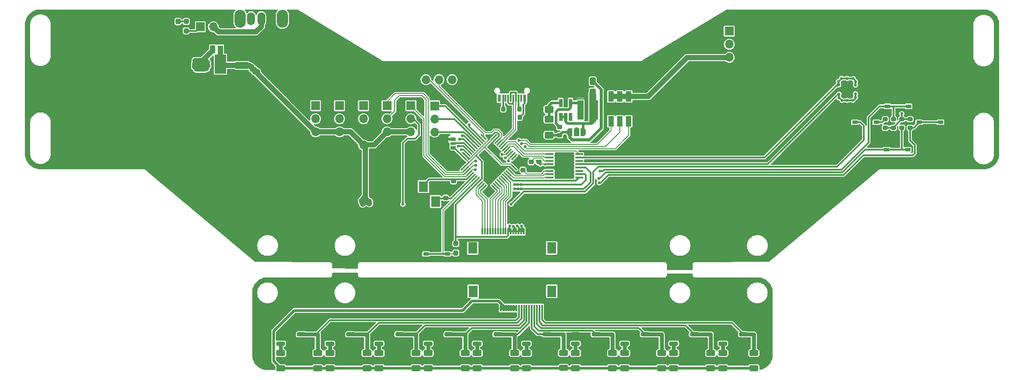
<source format=gbr>
%TF.GenerationSoftware,KiCad,Pcbnew,8.0.3*%
%TF.CreationDate,2024-10-06T13:34:10+03:00*%
%TF.ProjectId,Linefollower V6,4c696e65-666f-46c6-9c6f-776572205636,rev?*%
%TF.SameCoordinates,Original*%
%TF.FileFunction,Copper,L1,Top*%
%TF.FilePolarity,Positive*%
%FSLAX46Y46*%
G04 Gerber Fmt 4.6, Leading zero omitted, Abs format (unit mm)*
G04 Created by KiCad (PCBNEW 8.0.3) date 2024-10-06 13:34:10*
%MOMM*%
%LPD*%
G01*
G04 APERTURE LIST*
G04 Aperture macros list*
%AMRoundRect*
0 Rectangle with rounded corners*
0 $1 Rounding radius*
0 $2 $3 $4 $5 $6 $7 $8 $9 X,Y pos of 4 corners*
0 Add a 4 corners polygon primitive as box body*
4,1,4,$2,$3,$4,$5,$6,$7,$8,$9,$2,$3,0*
0 Add four circle primitives for the rounded corners*
1,1,$1+$1,$2,$3*
1,1,$1+$1,$4,$5*
1,1,$1+$1,$6,$7*
1,1,$1+$1,$8,$9*
0 Add four rect primitives between the rounded corners*
20,1,$1+$1,$2,$3,$4,$5,0*
20,1,$1+$1,$4,$5,$6,$7,0*
20,1,$1+$1,$6,$7,$8,$9,0*
20,1,$1+$1,$8,$9,$2,$3,0*%
%AMOutline5P*
0 Free polygon, 5 corners , with rotation*
0 The origin of the aperture is its center*
0 number of corners: always 5*
0 $1 to $10 corner X, Y*
0 $11 Rotation angle, in degrees counterclockwise*
0 create outline with 5 corners*
4,1,5,$1,$2,$3,$4,$5,$6,$7,$8,$9,$10,$1,$2,$11*%
%AMOutline6P*
0 Free polygon, 6 corners , with rotation*
0 The origin of the aperture is its center*
0 number of corners: always 6*
0 $1 to $12 corner X, Y*
0 $13 Rotation angle, in degrees counterclockwise*
0 create outline with 6 corners*
4,1,6,$1,$2,$3,$4,$5,$6,$7,$8,$9,$10,$11,$12,$1,$2,$13*%
%AMOutline7P*
0 Free polygon, 7 corners , with rotation*
0 The origin of the aperture is its center*
0 number of corners: always 7*
0 $1 to $14 corner X, Y*
0 $15 Rotation angle, in degrees counterclockwise*
0 create outline with 7 corners*
4,1,7,$1,$2,$3,$4,$5,$6,$7,$8,$9,$10,$11,$12,$13,$14,$1,$2,$15*%
%AMOutline8P*
0 Free polygon, 8 corners , with rotation*
0 The origin of the aperture is its center*
0 number of corners: always 8*
0 $1 to $16 corner X, Y*
0 $17 Rotation angle, in degrees counterclockwise*
0 create outline with 8 corners*
4,1,8,$1,$2,$3,$4,$5,$6,$7,$8,$9,$10,$11,$12,$13,$14,$15,$16,$1,$2,$17*%
%AMFreePoly0*
4,1,19,0.550000,-0.750000,0.000000,-0.750000,0.000000,-0.744911,-0.071157,-0.744911,-0.207708,-0.704816,-0.327430,-0.627875,-0.420627,-0.520320,-0.479746,-0.390866,-0.500000,-0.250000,-0.500000,0.250000,-0.479746,0.390866,-0.420627,0.520320,-0.327430,0.627875,-0.207708,0.704816,-0.071157,0.744911,0.000000,0.744911,0.000000,0.750000,0.550000,0.750000,0.550000,-0.750000,0.550000,-0.750000,
$1*%
%AMFreePoly1*
4,1,19,0.000000,0.744911,0.071157,0.744911,0.207708,0.704816,0.327430,0.627875,0.420627,0.520320,0.479746,0.390866,0.500000,0.250000,0.500000,-0.250000,0.479746,-0.390866,0.420627,-0.520320,0.327430,-0.627875,0.207708,-0.704816,0.071157,-0.744911,0.000000,-0.744911,0.000000,-0.750000,-0.550000,-0.750000,-0.550000,0.750000,0.000000,0.750000,0.000000,0.744911,0.000000,0.744911,
$1*%
G04 Aperture macros list end*
%TA.AperFunction,SMDPad,CuDef*%
%ADD10RoundRect,0.225000X-0.250000X0.225000X-0.250000X-0.225000X0.250000X-0.225000X0.250000X0.225000X0*%
%TD*%
%TA.AperFunction,ComponentPad*%
%ADD11R,1.700000X1.700000*%
%TD*%
%TA.AperFunction,ComponentPad*%
%ADD12O,1.700000X1.700000*%
%TD*%
%TA.AperFunction,ComponentPad*%
%ADD13O,2.200000X3.500000*%
%TD*%
%TA.AperFunction,ComponentPad*%
%ADD14R,1.500000X2.500000*%
%TD*%
%TA.AperFunction,ComponentPad*%
%ADD15O,1.500000X2.500000*%
%TD*%
%TA.AperFunction,SMDPad,CuDef*%
%ADD16RoundRect,0.250000X0.625000X-0.312500X0.625000X0.312500X-0.625000X0.312500X-0.625000X-0.312500X0*%
%TD*%
%TA.AperFunction,SMDPad,CuDef*%
%ADD17R,1.200000X3.700000*%
%TD*%
%TA.AperFunction,SMDPad,CuDef*%
%ADD18RoundRect,0.197500X0.632500X-0.197500X0.632500X0.197500X-0.632500X0.197500X-0.632500X-0.197500X0*%
%TD*%
%TA.AperFunction,SMDPad,CuDef*%
%ADD19RoundRect,0.237500X0.237500X-0.250000X0.237500X0.250000X-0.237500X0.250000X-0.237500X-0.250000X0*%
%TD*%
%TA.AperFunction,SMDPad,CuDef*%
%ADD20R,0.300000X1.300000*%
%TD*%
%TA.AperFunction,SMDPad,CuDef*%
%ADD21R,1.800000X2.200000*%
%TD*%
%TA.AperFunction,SMDPad,CuDef*%
%ADD22R,1.050000X0.650000*%
%TD*%
%TA.AperFunction,SMDPad,CuDef*%
%ADD23RoundRect,0.200000X-0.275000X0.200000X-0.275000X-0.200000X0.275000X-0.200000X0.275000X0.200000X0*%
%TD*%
%TA.AperFunction,SMDPad,CuDef*%
%ADD24RoundRect,0.237500X-0.237500X0.250000X-0.237500X-0.250000X0.237500X-0.250000X0.237500X0.250000X0*%
%TD*%
%TA.AperFunction,SMDPad,CuDef*%
%ADD25RoundRect,0.200000X0.275000X-0.200000X0.275000X0.200000X-0.275000X0.200000X-0.275000X-0.200000X0*%
%TD*%
%TA.AperFunction,SMDPad,CuDef*%
%ADD26R,0.650000X1.560000*%
%TD*%
%TA.AperFunction,SMDPad,CuDef*%
%ADD27R,1.800000X2.100000*%
%TD*%
%TA.AperFunction,SMDPad,CuDef*%
%ADD28RoundRect,0.250000X0.337500X0.475000X-0.337500X0.475000X-0.337500X-0.475000X0.337500X-0.475000X0*%
%TD*%
%TA.AperFunction,SMDPad,CuDef*%
%ADD29FreePoly0,0.000000*%
%TD*%
%TA.AperFunction,SMDPad,CuDef*%
%ADD30R,1.000000X1.500000*%
%TD*%
%TA.AperFunction,SMDPad,CuDef*%
%ADD31FreePoly1,0.000000*%
%TD*%
%TA.AperFunction,SMDPad,CuDef*%
%ADD32RoundRect,0.218750X0.256250X-0.218750X0.256250X0.218750X-0.256250X0.218750X-0.256250X-0.218750X0*%
%TD*%
%TA.AperFunction,SMDPad,CuDef*%
%ADD33RoundRect,0.200000X-0.200000X-0.275000X0.200000X-0.275000X0.200000X0.275000X-0.200000X0.275000X0*%
%TD*%
%TA.AperFunction,SMDPad,CuDef*%
%ADD34RoundRect,0.075000X-0.415425X-0.521491X0.521491X0.415425X0.415425X0.521491X-0.521491X-0.415425X0*%
%TD*%
%TA.AperFunction,SMDPad,CuDef*%
%ADD35RoundRect,0.075000X0.415425X-0.521491X0.521491X-0.415425X-0.415425X0.521491X-0.521491X0.415425X0*%
%TD*%
%TA.AperFunction,SMDPad,CuDef*%
%ADD36RoundRect,0.225000X-0.225000X-0.250000X0.225000X-0.250000X0.225000X0.250000X-0.225000X0.250000X0*%
%TD*%
%TA.AperFunction,SMDPad,CuDef*%
%ADD37R,2.200000X3.700000*%
%TD*%
%TA.AperFunction,SMDPad,CuDef*%
%ADD38R,1.000000X1.800000*%
%TD*%
%TA.AperFunction,SMDPad,CuDef*%
%ADD39RoundRect,0.100000X0.687500X0.100000X-0.687500X0.100000X-0.687500X-0.100000X0.687500X-0.100000X0*%
%TD*%
%TA.AperFunction,HeatsinkPad*%
%ADD40C,0.500000*%
%TD*%
%TA.AperFunction,HeatsinkPad*%
%ADD41R,3.400000X5.000000*%
%TD*%
%TA.AperFunction,SMDPad,CuDef*%
%ADD42RoundRect,0.250000X1.100000X-0.412500X1.100000X0.412500X-1.100000X0.412500X-1.100000X-0.412500X0*%
%TD*%
%TA.AperFunction,SMDPad,CuDef*%
%ADD43RoundRect,0.200000X0.200000X0.275000X-0.200000X0.275000X-0.200000X-0.275000X0.200000X-0.275000X0*%
%TD*%
%TA.AperFunction,SMDPad,CuDef*%
%ADD44RoundRect,0.250000X-0.625000X0.400000X-0.625000X-0.400000X0.625000X-0.400000X0.625000X0.400000X0*%
%TD*%
%TA.AperFunction,SMDPad,CuDef*%
%ADD45RoundRect,0.237500X0.237500X-0.287500X0.237500X0.287500X-0.237500X0.287500X-0.237500X-0.287500X0*%
%TD*%
%TA.AperFunction,SMDPad,CuDef*%
%ADD46RoundRect,0.225000X0.250000X-0.225000X0.250000X0.225000X-0.250000X0.225000X-0.250000X-0.225000X0*%
%TD*%
%TA.AperFunction,SMDPad,CuDef*%
%ADD47R,0.600000X1.450000*%
%TD*%
%TA.AperFunction,SMDPad,CuDef*%
%ADD48R,0.300000X1.450000*%
%TD*%
%TA.AperFunction,ComponentPad*%
%ADD49O,1.000000X2.100000*%
%TD*%
%TA.AperFunction,ComponentPad*%
%ADD50O,1.000000X1.600000*%
%TD*%
%TA.AperFunction,SMDPad,CuDef*%
%ADD51R,1.100000X2.000000*%
%TD*%
%TA.AperFunction,SMDPad,CuDef*%
%ADD52Outline6P,-0.300000X0.380000X-0.180000X0.500000X0.300000X0.500000X0.300000X-0.500000X-0.180000X-0.500000X-0.300000X-0.380000X270.000000*%
%TD*%
%TA.AperFunction,SMDPad,CuDef*%
%ADD53R,1.000000X0.600000*%
%TD*%
%TA.AperFunction,SMDPad,CuDef*%
%ADD54Outline6P,-0.300000X0.380000X-0.180000X0.500000X0.300000X0.500000X0.300000X-0.500000X-0.180000X-0.500000X-0.300000X-0.380000X90.000000*%
%TD*%
%TA.AperFunction,SMDPad,CuDef*%
%ADD55RoundRect,0.250000X-0.337500X-0.475000X0.337500X-0.475000X0.337500X0.475000X-0.337500X0.475000X0*%
%TD*%
%TA.AperFunction,ViaPad*%
%ADD56C,0.600000*%
%TD*%
%TA.AperFunction,ViaPad*%
%ADD57C,0.500000*%
%TD*%
%TA.AperFunction,Conductor*%
%ADD58C,1.000000*%
%TD*%
%TA.AperFunction,Conductor*%
%ADD59C,0.500000*%
%TD*%
%TA.AperFunction,Conductor*%
%ADD60C,0.300000*%
%TD*%
%TA.AperFunction,Conductor*%
%ADD61C,0.750000*%
%TD*%
%TA.AperFunction,Conductor*%
%ADD62C,0.400000*%
%TD*%
%TA.AperFunction,Conductor*%
%ADD63C,0.200000*%
%TD*%
%TA.AperFunction,Conductor*%
%ADD64C,0.600000*%
%TD*%
G04 APERTURE END LIST*
D10*
%TO.P,C6,1*%
%TO.N,Net-(U4-VCP)*%
X157366949Y-90596632D03*
%TO.P,C6,2*%
%TO.N,GND*%
X157366949Y-92146632D03*
%TD*%
D11*
%TO.P,J1,1,Pin_1*%
%TO.N,+BATT*%
X93215000Y-64353072D03*
D12*
%TO.P,J1,2,Pin_2*%
%TO.N,Net-(J1-Pin_2)*%
X95755000Y-64353072D03*
%TD*%
D13*
%TO.P,SW1,*%
%TO.N,*%
X109140000Y-62790572D03*
X100940000Y-62790572D03*
D14*
%TO.P,SW1,1,A*%
%TO.N,GND*%
X107040000Y-62790572D03*
D15*
%TO.P,SW1,2,B*%
%TO.N,Net-(J1-Pin_2)*%
X105040000Y-62790572D03*
%TO.P,SW1,3,C*%
%TO.N,unconnected-(SW1-C-Pad3)*%
X103040000Y-62790572D03*
%TD*%
D16*
%TO.P,R25,1*%
%TO.N,+3.3V*%
X125545000Y-130580572D03*
%TO.P,R25,2*%
%TO.N,Sensor1*%
X125545000Y-127655572D03*
%TD*%
D17*
%TO.P,L1,1,1*%
%TO.N,+BATT*%
X169765000Y-80505572D03*
%TO.P,L1,2,2*%
%TO.N,Net-(D2-A)*%
X166965000Y-80505572D03*
%TD*%
D18*
%TO.P,U12,1,K*%
%TO.N,GND*%
X169980000Y-125839322D03*
%TO.P,U12,2,A*%
%TO.N,Net-(U12-A)*%
X165980000Y-125839322D03*
%TO.P,U12,3,C*%
%TO.N,Sensor6*%
X169980000Y-124039322D03*
%TO.P,U12,4,E*%
%TO.N,GND*%
X165980000Y-124039322D03*
%TD*%
D11*
%TO.P,J8,1,Pin_1*%
%TO.N,SDA*%
X120220625Y-79660572D03*
D12*
%TO.P,J8,2,Pin_2*%
%TO.N,SCL*%
X120220625Y-82200572D03*
%TO.P,J8,3,Pin_3*%
%TO.N,+3.3V*%
X120220625Y-84740572D03*
%TO.P,J8,4,Pin_4*%
%TO.N,GND*%
X120220625Y-87280572D03*
%TD*%
D16*
%TO.P,R14,1*%
%TO.N,+3.3V*%
X200580000Y-130576822D03*
%TO.P,R14,2*%
%TO.N,Sensor9*%
X200580000Y-127651822D03*
%TD*%
D19*
%TO.P,R2,1*%
%TO.N,Net-(U1-NRST)*%
X142765000Y-108253072D03*
%TO.P,R2,2*%
%TO.N,+3.3V*%
X142765000Y-106428072D03*
%TD*%
D20*
%TO.P,J14,1,Pin_1*%
%TO.N,Sensor9*%
X159505000Y-118936822D03*
%TO.P,J14,2,Pin_2*%
%TO.N,Sensor8*%
X159005000Y-118936822D03*
%TO.P,J14,3,Pin_3*%
%TO.N,Sensor7*%
X158505000Y-118936822D03*
%TO.P,J14,4,Pin_4*%
%TO.N,Sensor6*%
X158005000Y-118936822D03*
%TO.P,J14,5,Pin_5*%
%TO.N,Sensor5*%
X157505000Y-118936822D03*
%TO.P,J14,6,Pin_6*%
%TO.N,Sensor4*%
X157005000Y-118936822D03*
%TO.P,J14,7,Pin_7*%
%TO.N,Sensor3*%
X156505000Y-118936822D03*
%TO.P,J14,8,Pin_8*%
%TO.N,Sensor2*%
X156005000Y-118936822D03*
%TO.P,J14,9,Pin_9*%
%TO.N,Sensor1*%
X155505000Y-118936822D03*
%TO.P,J14,10,Pin_10*%
%TO.N,Sensor0*%
X155005000Y-118936822D03*
%TO.P,J14,11,Pin_11*%
%TO.N,+3.3V*%
X154505000Y-118936822D03*
%TO.P,J14,12,Pin_12*%
X154005000Y-118936822D03*
%TO.P,J14,13,Pin_13*%
X153505000Y-118936822D03*
%TO.P,J14,14,Pin_14*%
X153005000Y-118936822D03*
%TO.P,J14,15,Pin_15*%
X152505000Y-118936822D03*
%TO.P,J14,16,Pin_16*%
X152005000Y-118936822D03*
%TO.P,J14,17,Pin_17*%
X151505000Y-118936822D03*
%TO.P,J14,18,Pin_18*%
%TO.N,GND*%
X151005000Y-118936822D03*
%TO.P,J14,19,Pin_19*%
X150505000Y-118936822D03*
%TO.P,J14,20,Pin_20*%
X150005000Y-118936822D03*
%TO.P,J14,21,Pin_21*%
X149505000Y-118936822D03*
%TO.P,J14,22,Pin_22*%
X149005000Y-118936822D03*
%TO.P,J14,23,Pin_23*%
X148505000Y-118936822D03*
%TO.P,J14,24,Pin_24*%
X148005000Y-118936822D03*
D21*
%TO.P,J14,MP*%
%TO.N,N/C*%
X161405000Y-115686822D03*
X146105000Y-115686822D03*
%TD*%
D18*
%TO.P,U8,1,K*%
%TO.N,GND*%
X189030000Y-125839322D03*
%TO.P,U8,2,A*%
%TO.N,Net-(U8-A)*%
X185030000Y-125839322D03*
%TO.P,U8,3,C*%
%TO.N,Sensor8*%
X189030000Y-124039322D03*
%TO.P,U8,4,E*%
%TO.N,GND*%
X185030000Y-124039322D03*
%TD*%
%TO.P,U6,1,K*%
%TO.N,GND*%
X198555000Y-125839322D03*
%TO.P,U6,2,A*%
%TO.N,Net-(U6-A)*%
X194555000Y-125839322D03*
%TO.P,U6,3,C*%
%TO.N,Sensor9*%
X198555000Y-124039322D03*
%TO.P,U6,4,E*%
%TO.N,GND*%
X194555000Y-124039322D03*
%TD*%
D16*
%TO.P,R29,1*%
%TO.N,+3.3V*%
X116020000Y-130580572D03*
%TO.P,R29,2*%
%TO.N,Sensor0*%
X116020000Y-127655572D03*
%TD*%
D22*
%TO.P,SW2,1,1*%
%TO.N,Net-(U1-NRST)*%
X141140000Y-108415572D03*
X136990000Y-108415572D03*
%TO.P,SW2,2,2*%
%TO.N,GND*%
X141140000Y-106265572D03*
X137015000Y-106265572D03*
%TD*%
D23*
%TO.P,R10,1*%
%TO.N,/PA15*%
X226070625Y-82280572D03*
%TO.P,R10,2*%
%TO.N,+3.3V*%
X226070625Y-83930572D03*
%TD*%
D24*
%TO.P,R1,1*%
%TO.N,Net-(D1-A)*%
X90490000Y-63315572D03*
%TO.P,R1,2*%
%TO.N,+BATT*%
X90490000Y-65140572D03*
%TD*%
D25*
%TO.P,R8,1*%
%TO.N,/PC14*%
X230870625Y-83930572D03*
%TO.P,R8,2*%
%TO.N,+3.3V*%
X230870625Y-82280572D03*
%TD*%
D16*
%TO.P,R20,1*%
%TO.N,+3.3V*%
X175505000Y-130576822D03*
%TO.P,R20,2*%
%TO.N,Net-(U10-A)*%
X175505000Y-127651822D03*
%TD*%
D18*
%TO.P,U14,1,K*%
%TO.N,GND*%
X160455000Y-125839322D03*
%TO.P,U14,2,A*%
%TO.N,Net-(U14-A)*%
X156455000Y-125839322D03*
%TO.P,U14,3,C*%
%TO.N,Sensor5*%
X160455000Y-124039322D03*
%TO.P,U14,4,E*%
%TO.N,GND*%
X156455000Y-124039322D03*
%TD*%
D16*
%TO.P,R16,1*%
%TO.N,+3.3V*%
X185030000Y-130576822D03*
%TO.P,R16,2*%
%TO.N,Net-(U8-A)*%
X185030000Y-127651822D03*
%TD*%
D11*
%TO.P,J10,1,Pin_1*%
%TO.N,/PC13*%
X129420625Y-79660572D03*
D12*
%TO.P,J10,2,Pin_2*%
%TO.N,/PC14*%
X129420625Y-82200572D03*
%TO.P,J10,3,Pin_3*%
%TO.N,+3.3V*%
X129420625Y-84740572D03*
%TO.P,J10,4,Pin_4*%
%TO.N,GND*%
X129420625Y-87280572D03*
%TD*%
D11*
%TO.P,J5,1,Pin_1*%
%TO.N,SDA*%
X195820625Y-65205572D03*
D12*
%TO.P,J5,2,Pin_2*%
%TO.N,SCL*%
X195820625Y-67745572D03*
%TO.P,J5,3,Pin_3*%
%TO.N,+3.3V*%
X195820625Y-70285572D03*
%TO.P,J5,4,Pin_4*%
%TO.N,GND*%
X195820625Y-72825572D03*
%TD*%
D16*
%TO.P,R28,1*%
%TO.N,+3.3V*%
X156480000Y-130576822D03*
%TO.P,R28,2*%
%TO.N,Net-(U14-A)*%
X156480000Y-127651822D03*
%TD*%
D26*
%TO.P,U5,1,SW*%
%TO.N,Net-(D2-A)*%
X165025500Y-79105572D03*
%TO.P,U5,2,GND*%
%TO.N,GND*%
X164075500Y-79105572D03*
%TO.P,U5,3,FB*%
%TO.N,Net-(U5-FB)*%
X163125500Y-79105572D03*
%TO.P,U5,4,EN*%
%TO.N,+BATT*%
X163125500Y-81805572D03*
%TO.P,U5,5,IN*%
X164075500Y-81805572D03*
%TO.P,U5,6,NC*%
%TO.N,unconnected-(U5-NC-Pad6)*%
X165025500Y-81805572D03*
%TD*%
D16*
%TO.P,R27,1*%
%TO.N,+3.3V*%
X108820000Y-130580572D03*
%TO.P,R27,2*%
%TO.N,Net-(U13-A)*%
X108820000Y-127655572D03*
%TD*%
D27*
%TO.P,Y2,1,1*%
%TO.N,PD1*%
X138820625Y-98255572D03*
%TO.P,Y2,2,2*%
%TO.N,GND*%
X138820625Y-95355572D03*
%TO.P,Y2,3,3*%
%TO.N,PD0*%
X136520625Y-95355572D03*
%TO.P,Y2,4,4*%
%TO.N,GND*%
X136520625Y-98255572D03*
%TD*%
D22*
%TO.P,SW5,1,1*%
%TO.N,GND*%
X236795625Y-85030572D03*
X232645625Y-85030572D03*
%TO.P,SW5,2,2*%
%TO.N,/PC14*%
X236795625Y-82880572D03*
X232670625Y-82880572D03*
%TD*%
D18*
%TO.P,U13,1,K*%
%TO.N,GND*%
X112820000Y-125843072D03*
%TO.P,U13,2,A*%
%TO.N,Net-(U13-A)*%
X108820000Y-125843072D03*
%TO.P,U13,3,C*%
%TO.N,Sensor0*%
X112820000Y-124043072D03*
%TO.P,U13,4,E*%
%TO.N,GND*%
X108820000Y-124043072D03*
%TD*%
D22*
%TO.P,SW7,1,1*%
%TO.N,GND*%
X230445625Y-90330572D03*
X226295625Y-90330572D03*
%TO.P,SW7,2,2*%
%TO.N,/PC15*%
X230445625Y-88180572D03*
X226320625Y-88180572D03*
%TD*%
D28*
%TO.P,C12,1*%
%TO.N,+BATT*%
X169327500Y-77080572D03*
%TO.P,C12,2*%
%TO.N,GND*%
X167252500Y-77080572D03*
%TD*%
D29*
%TO.P,JP1,1,A*%
%TO.N,VBAT_Boosted*%
X164865000Y-84805572D03*
D30*
%TO.P,JP1,2,C*%
%TO.N,V_MOT*%
X166165000Y-84805572D03*
D31*
%TO.P,JP1,3,B*%
%TO.N,+BATT*%
X167465000Y-84805572D03*
%TD*%
D11*
%TO.P,J11,1,Pin_1*%
%TO.N,/PC15*%
X134070625Y-79660572D03*
D12*
%TO.P,J11,2,Pin_2*%
%TO.N,/PA15*%
X134070625Y-82200572D03*
%TO.P,J11,3,Pin_3*%
%TO.N,+3.3V*%
X134070625Y-84740572D03*
%TO.P,J11,4,Pin_4*%
%TO.N,GND*%
X134070625Y-87280572D03*
%TD*%
D32*
%TO.P,D2,1,K*%
%TO.N,VBAT_Boosted*%
X162940000Y-85393072D03*
%TO.P,D2,2,A*%
%TO.N,Net-(D2-A)*%
X162940000Y-83818072D03*
%TD*%
D33*
%TO.P,R3,1*%
%TO.N,Net-(J2-CC1)*%
X155105000Y-80320572D03*
%TO.P,R3,2*%
%TO.N,GND*%
X156755000Y-80320572D03*
%TD*%
D10*
%TO.P,C2,1*%
%TO.N,V_MOT*%
X158916949Y-90596632D03*
%TO.P,C2,2*%
%TO.N,GND*%
X158916949Y-92146632D03*
%TD*%
D22*
%TO.P,SW6,1,1*%
%TO.N,GND*%
X226495625Y-77630572D03*
X230645625Y-77630572D03*
%TO.P,SW6,2,2*%
%TO.N,/PC13*%
X226495625Y-79780572D03*
X230620625Y-79780572D03*
%TD*%
D16*
%TO.P,R12,1*%
%TO.N,+3.3V*%
X194555000Y-130576822D03*
%TO.P,R12,2*%
%TO.N,Net-(U6-A)*%
X194555000Y-127651822D03*
%TD*%
D34*
%TO.P,U1,1,VBAT*%
%TO.N,+3.3V*%
X144302124Y-91668205D03*
%TO.P,U1,2,PC13*%
%TO.N,/PC13*%
X144655678Y-92021759D03*
%TO.P,U1,3,PC14*%
%TO.N,/PC14*%
X145009231Y-92375312D03*
%TO.P,U1,4,PC15*%
%TO.N,/PC15*%
X145362785Y-92728866D03*
%TO.P,U1,5,PD0*%
%TO.N,PD0*%
X145716338Y-93082419D03*
%TO.P,U1,6,PD1*%
%TO.N,PD1*%
X146069891Y-93435972D03*
%TO.P,U1,7,NRST*%
%TO.N,Net-(U1-NRST)*%
X146423445Y-93789526D03*
%TO.P,U1,8,VSSA*%
%TO.N,GND*%
X146776998Y-94143079D03*
%TO.P,U1,9,VDDA*%
%TO.N,+3.3V*%
X147130551Y-94496632D03*
%TO.P,U1,10,PA0*%
%TO.N,Sensor9*%
X147484105Y-94850186D03*
%TO.P,U1,11,PA1*%
%TO.N,Sensor8*%
X147837658Y-95203739D03*
%TO.P,U1,12,PA2*%
%TO.N,Sensor7*%
X148191212Y-95557293D03*
D35*
%TO.P,U1,13,PA3*%
%TO.N,Sensor6*%
X150188788Y-95557293D03*
%TO.P,U1,14,PA4*%
%TO.N,Sensor5*%
X150542342Y-95203739D03*
%TO.P,U1,15,PA5*%
%TO.N,Sensor4*%
X150895895Y-94850186D03*
%TO.P,U1,16,PA6*%
%TO.N,Sensor3*%
X151249449Y-94496632D03*
%TO.P,U1,17,PA7*%
%TO.N,Sensor2*%
X151603002Y-94143079D03*
%TO.P,U1,18,PB0*%
%TO.N,Sensor1*%
X151956555Y-93789526D03*
%TO.P,U1,19,PB1*%
%TO.N,Sensor0*%
X152310109Y-93435972D03*
%TO.P,U1,20,PB2*%
%TO.N,~{STBY}*%
X152663662Y-93082419D03*
%TO.P,U1,21,PB10*%
%TO.N,AIN1*%
X153017215Y-92728866D03*
%TO.P,U1,22,PB11*%
%TO.N,AIN2*%
X153370769Y-92375312D03*
%TO.P,U1,23,VSS*%
%TO.N,GND*%
X153724322Y-92021759D03*
%TO.P,U1,24,VDD*%
%TO.N,+3.3V*%
X154077876Y-91668205D03*
D34*
%TO.P,U1,25,PB12*%
%TO.N,unconnected-(U1-PB12-Pad25)*%
X154077876Y-89670629D03*
%TO.P,U1,26,PB13*%
%TO.N,/LED_B*%
X153724322Y-89317075D03*
%TO.P,U1,27,PB14*%
%TO.N,/LED_R*%
X153370769Y-88963522D03*
%TO.P,U1,28,PB15*%
%TO.N,/LED_G*%
X153017215Y-88609968D03*
%TO.P,U1,29,PA8*%
%TO.N,BIN2*%
X152663662Y-88256415D03*
%TO.P,U1,30,PA9*%
%TO.N,BIN1*%
X152310109Y-87902862D03*
%TO.P,U1,31,PA10*%
%TO.N,Fault*%
X151956555Y-87549308D03*
%TO.P,U1,32,USB_DM*%
%TO.N,USB_D-*%
X151603002Y-87195755D03*
%TO.P,U1,33,USB_DP*%
%TO.N,USB_D+*%
X151249449Y-86842202D03*
%TO.P,U1,34,SYS_JTMS-SWDIO*%
%TO.N,SWDIO*%
X150895895Y-86488648D03*
%TO.P,U1,35,VSS*%
%TO.N,GND*%
X150542342Y-86135095D03*
%TO.P,U1,36,VDD*%
%TO.N,+3.3V*%
X150188788Y-85781541D03*
D35*
%TO.P,U1,37,SYS_JTCK-SWCLK*%
%TO.N,SWCLK*%
X148191212Y-85781541D03*
%TO.P,U1,38,PA15*%
%TO.N,/PA15*%
X147837658Y-86135095D03*
%TO.P,U1,39,PB3*%
%TO.N,SCK*%
X147484105Y-86488648D03*
%TO.P,U1,40,PB4*%
%TO.N,MOSI*%
X147130551Y-86842202D03*
%TO.P,U1,41,PB5*%
%TO.N,MISO*%
X146776998Y-87195755D03*
%TO.P,U1,42,PB6*%
%TO.N,SCL*%
X146423445Y-87549308D03*
%TO.P,U1,43,PB7*%
%TO.N,SDA*%
X146069891Y-87902862D03*
%TO.P,U1,44,BOOT0*%
%TO.N,Net-(SW3-B)*%
X145716338Y-88256415D03*
%TO.P,U1,45,PB8*%
%TO.N,KillSW*%
X145362785Y-88609968D03*
%TO.P,U1,46,PB9*%
%TO.N,StartSW*%
X145009231Y-88963522D03*
%TO.P,U1,47,VSS*%
%TO.N,GND*%
X144655678Y-89317075D03*
%TO.P,U1,48,VDD*%
%TO.N,+3.3V*%
X144302124Y-89670629D03*
%TD*%
D18*
%TO.P,U7,1,K*%
%TO.N,GND*%
X141405000Y-125839322D03*
%TO.P,U7,2,A*%
%TO.N,Net-(U7-A)*%
X137405000Y-125839322D03*
%TO.P,U7,3,C*%
%TO.N,Sensor3*%
X141405000Y-124039322D03*
%TO.P,U7,4,E*%
%TO.N,GND*%
X137405000Y-124039322D03*
%TD*%
D22*
%TO.P,SW4,1,1*%
%TO.N,/PA15*%
X220190625Y-82885572D03*
X224340625Y-82885572D03*
%TO.P,SW4,2,2*%
%TO.N,GND*%
X220190625Y-85035572D03*
X224315625Y-85035572D03*
%TD*%
D16*
%TO.P,R18,1*%
%TO.N,+3.3V*%
X192230000Y-130576822D03*
%TO.P,R18,2*%
%TO.N,Sensor8*%
X192230000Y-127651822D03*
%TD*%
D36*
%TO.P,C1,1*%
%TO.N,VBUS*%
X155155000Y-81920572D03*
%TO.P,C1,2*%
%TO.N,GND*%
X156705000Y-81920572D03*
%TD*%
D30*
%TO.P,U3,1,GND*%
%TO.N,GND*%
X98620000Y-68710572D03*
D37*
%TO.P,U3,2,VO*%
%TO.N,+3.3V*%
X97120000Y-71610572D03*
D38*
X97120000Y-68860572D03*
D30*
%TO.P,U3,3,VI*%
%TO.N,+BATT*%
X95620000Y-68710572D03*
%TD*%
D10*
%TO.P,C16,1*%
%TO.N,GND*%
X140795625Y-96005572D03*
%TO.P,C16,2*%
%TO.N,PD1*%
X140795625Y-97555572D03*
%TD*%
D18*
%TO.P,U9,1,K*%
%TO.N,GND*%
X131880000Y-125839322D03*
%TO.P,U9,2,A*%
%TO.N,Net-(U9-A)*%
X127880000Y-125839322D03*
%TO.P,U9,3,C*%
%TO.N,Sensor2*%
X131880000Y-124039322D03*
%TO.P,U9,4,E*%
%TO.N,GND*%
X127880000Y-124039322D03*
%TD*%
D11*
%TO.P,J9,1,Pin_1*%
%TO.N,KillSW*%
X124870625Y-79660572D03*
D12*
%TO.P,J9,2,Pin_2*%
%TO.N,StartSW*%
X124870625Y-82200572D03*
%TO.P,J9,3,Pin_3*%
%TO.N,GND*%
X124870625Y-84740572D03*
%TO.P,J9,4,Pin_4*%
%TO.N,+3.3V*%
X124870625Y-87280572D03*
%TD*%
D39*
%TO.P,U4,1,~{SLEEP}*%
%TO.N,~{STBY}*%
X166679449Y-93621632D03*
%TO.P,U4,2,AOUT1*%
%TO.N,Net-(M1--)*%
X166679449Y-92971632D03*
%TO.P,U4,3,AISEN*%
%TO.N,unconnected-(U4-AISEN-Pad3)*%
X166679449Y-92321632D03*
%TO.P,U4,4,AOUT2*%
%TO.N,Net-(M1-+)*%
X166679449Y-91671632D03*
%TO.P,U4,5,BOUT2*%
%TO.N,Net-(M2-+)*%
X166679449Y-91021632D03*
%TO.P,U4,6,BISEN*%
%TO.N,unconnected-(U4-BISEN-Pad6)*%
X166679449Y-90371632D03*
%TO.P,U4,7,BOUT1*%
%TO.N,Net-(M2--)*%
X166679449Y-89721632D03*
%TO.P,U4,8,~{FAULT}*%
%TO.N,Fault*%
X166679449Y-89071632D03*
%TO.P,U4,9,BIN1*%
%TO.N,BIN1*%
X160954449Y-89071632D03*
%TO.P,U4,10,BIN2*%
%TO.N,BIN2*%
X160954449Y-89721632D03*
%TO.P,U4,11,VCP*%
%TO.N,Net-(U4-VCP)*%
X160954449Y-90371632D03*
%TO.P,U4,12,VM*%
%TO.N,V_MOT*%
X160954449Y-91021632D03*
%TO.P,U4,13,GND*%
%TO.N,GND*%
X160954449Y-91671632D03*
%TO.P,U4,14,VINT*%
%TO.N,Net-(U4-VINT)*%
X160954449Y-92321632D03*
%TO.P,U4,15,AIN2*%
%TO.N,AIN2*%
X160954449Y-92971632D03*
%TO.P,U4,16,AIN1*%
%TO.N,AIN1*%
X160954449Y-93621632D03*
D40*
%TO.P,U4,17,GND*%
%TO.N,GND*%
X164566949Y-92846632D03*
X164566949Y-91346632D03*
X164566949Y-89846632D03*
D41*
X163816949Y-91346632D03*
D40*
X163066949Y-92846632D03*
X163066949Y-91346632D03*
X163066949Y-89846632D03*
%TD*%
D42*
%TO.P,C4,1*%
%TO.N,+3.3V*%
X101280000Y-71833072D03*
%TO.P,C4,2*%
%TO.N,GND*%
X101280000Y-68708072D03*
%TD*%
%TO.P,C3,1*%
%TO.N,+BATT*%
X92960000Y-71833072D03*
%TO.P,C3,2*%
%TO.N,GND*%
X92960000Y-68708072D03*
%TD*%
D11*
%TO.P,J7,1,Pin_1*%
%TO.N,SDA*%
X115570625Y-79660572D03*
D12*
%TO.P,J7,2,Pin_2*%
%TO.N,SCL*%
X115570625Y-82200572D03*
%TO.P,J7,3,Pin_3*%
%TO.N,+3.3V*%
X115570625Y-84740572D03*
%TO.P,J7,4,Pin_4*%
%TO.N,GND*%
X115570625Y-87280572D03*
%TD*%
D16*
%TO.P,R22,1*%
%TO.N,+3.3V*%
X182705000Y-130576822D03*
%TO.P,R22,2*%
%TO.N,Sensor7*%
X182705000Y-127651822D03*
%TD*%
%TO.P,R13,1*%
%TO.N,+3.3V*%
X154155000Y-130576822D03*
%TO.P,R13,2*%
%TO.N,Sensor4*%
X154155000Y-127651822D03*
%TD*%
%TO.P,R21,1*%
%TO.N,+3.3V*%
X135080000Y-130576822D03*
%TO.P,R21,2*%
%TO.N,Sensor2*%
X135080000Y-127651822D03*
%TD*%
D11*
%TO.P,J3,1,Pin_1*%
%TO.N,GND*%
X134440000Y-74615572D03*
D12*
%TO.P,J3,2,Pin_2*%
%TO.N,SWCLK*%
X136980000Y-74615572D03*
%TO.P,J3,3,Pin_3*%
%TO.N,SWDIO*%
X139520000Y-74615572D03*
%TO.P,J3,4,Pin_4*%
%TO.N,+3.3V*%
X142060000Y-74615572D03*
%TD*%
D43*
%TO.P,R4,1*%
%TO.N,Net-(J2-CC2)*%
X152005000Y-80310572D03*
%TO.P,R4,2*%
%TO.N,GND*%
X150355000Y-80310572D03*
%TD*%
D16*
%TO.P,R24,1*%
%TO.N,+3.3V*%
X165980000Y-130576822D03*
%TO.P,R24,2*%
%TO.N,Net-(U12-A)*%
X165980000Y-127651822D03*
%TD*%
D23*
%TO.P,R7,1*%
%TO.N,/PC13*%
X227670625Y-82280572D03*
%TO.P,R7,2*%
%TO.N,+3.3V*%
X227670625Y-83930572D03*
%TD*%
D25*
%TO.P,R9,1*%
%TO.N,/PC15*%
X229270625Y-83930572D03*
%TO.P,R9,2*%
%TO.N,+3.3V*%
X229270625Y-82280572D03*
%TD*%
D44*
%TO.P,R6,1*%
%TO.N,Net-(U5-FB)*%
X160865000Y-82280572D03*
%TO.P,R6,2*%
%TO.N,VBAT_Boosted*%
X160865000Y-85380572D03*
%TD*%
D45*
%TO.P,D1,1,K*%
%TO.N,GND*%
X88865000Y-65078072D03*
%TO.P,D1,2,A*%
%TO.N,Net-(D1-A)*%
X88865000Y-63328072D03*
%TD*%
D16*
%TO.P,R15,1*%
%TO.N,+3.3V*%
X137405000Y-130576822D03*
%TO.P,R15,2*%
%TO.N,Net-(U7-A)*%
X137405000Y-127651822D03*
%TD*%
D11*
%TO.P,J12,1,Pin_1*%
%TO.N,SCK*%
X138670625Y-79705572D03*
D12*
%TO.P,J12,2,Pin_2*%
%TO.N,MOSI*%
X138670625Y-82245572D03*
%TO.P,J12,3,Pin_3*%
%TO.N,MISO*%
X138670625Y-84785572D03*
%TO.P,J12,4,Pin_4*%
%TO.N,GND*%
X138670625Y-87325572D03*
%TD*%
D46*
%TO.P,C15,1*%
%TO.N,GND*%
X142345625Y-95830572D03*
%TO.P,C15,2*%
%TO.N,PD0*%
X142345625Y-94280572D03*
%TD*%
D16*
%TO.P,R23,1*%
%TO.N,+3.3V*%
X118345000Y-130580572D03*
%TO.P,R23,2*%
%TO.N,Net-(U11-A)*%
X118345000Y-127655572D03*
%TD*%
D47*
%TO.P,J2,A1,GND*%
%TO.N,GND*%
X156940000Y-78185572D03*
%TO.P,J2,A4,VBUS*%
%TO.N,VBUS*%
X156140000Y-78185572D03*
D48*
%TO.P,J2,A5,CC1*%
%TO.N,Net-(J2-CC1)*%
X154940000Y-78185572D03*
%TO.P,J2,A6,D+*%
%TO.N,USB_D+*%
X153940000Y-78185572D03*
%TO.P,J2,A7,D-*%
%TO.N,USB_D-*%
X153440000Y-78185572D03*
%TO.P,J2,A8,SBU1*%
%TO.N,unconnected-(J2-SBU1-PadA8)*%
X152440000Y-78185572D03*
D47*
%TO.P,J2,B1,GND*%
%TO.N,GND*%
X150440000Y-78185572D03*
%TO.P,J2,B4,VBUS*%
%TO.N,unconnected-(J2-VBUS-PadB4)*%
X151240000Y-78185572D03*
D48*
%TO.P,J2,B5,CC2*%
%TO.N,Net-(J2-CC2)*%
X151940000Y-78185572D03*
%TO.P,J2,B6,D+*%
%TO.N,USB_D+*%
X152940000Y-78185572D03*
%TO.P,J2,B7,D-*%
%TO.N,USB_D-*%
X154440000Y-78185572D03*
%TO.P,J2,B8,SBU2*%
%TO.N,unconnected-(J2-SBU2-PadB8)*%
X155440000Y-78185572D03*
D49*
%TO.P,J2,S1,SHIELD*%
%TO.N,GND*%
X158010000Y-77270572D03*
D50*
X158010000Y-73090572D03*
D49*
X149370000Y-77270572D03*
D50*
X149370000Y-73090572D03*
%TD*%
D16*
%TO.P,R30,1*%
%TO.N,+3.3V*%
X163655000Y-130564322D03*
%TO.P,R30,2*%
%TO.N,Sensor5*%
X163655000Y-127639322D03*
%TD*%
D51*
%TO.P,D3,1,BA*%
%TO.N,+3.3V*%
X176295625Y-77880572D03*
%TO.P,D3,2,RA*%
X174595625Y-77880572D03*
%TO.P,D3,3,GA*%
X172895625Y-77880572D03*
%TO.P,D3,4,GK*%
%TO.N,/LED_G*%
X172895625Y-82680572D03*
%TO.P,D3,5,RK*%
%TO.N,/LED_R*%
X174595625Y-82680572D03*
%TO.P,D3,6,BK*%
%TO.N,/LED_B*%
X176295625Y-82680572D03*
%TD*%
D44*
%TO.P,R5,1*%
%TO.N,GND*%
X160865000Y-77280572D03*
%TO.P,R5,2*%
%TO.N,Net-(U5-FB)*%
X160865000Y-80380572D03*
%TD*%
D18*
%TO.P,U10,1,K*%
%TO.N,GND*%
X179505000Y-125839322D03*
%TO.P,U10,2,A*%
%TO.N,Net-(U10-A)*%
X175505000Y-125839322D03*
%TO.P,U10,3,C*%
%TO.N,Sensor7*%
X179505000Y-124039322D03*
%TO.P,U10,4,E*%
%TO.N,GND*%
X175505000Y-124039322D03*
%TD*%
D52*
%TO.P,SW3,1,A*%
%TO.N,GND*%
X142270625Y-86130572D03*
D53*
%TO.P,SW3,2,B*%
%TO.N,Net-(SW3-B)*%
X142270625Y-86980572D03*
D54*
%TO.P,SW3,3,C*%
%TO.N,+3.3V*%
X142270625Y-87830572D03*
%TD*%
D20*
%TO.P,J4,1,Pin_1*%
%TO.N,Sensor9*%
X147940000Y-104015572D03*
%TO.P,J4,2,Pin_2*%
%TO.N,Sensor8*%
X148440000Y-104015572D03*
%TO.P,J4,3,Pin_3*%
%TO.N,Sensor7*%
X148940000Y-104015572D03*
%TO.P,J4,4,Pin_4*%
%TO.N,Sensor6*%
X149440000Y-104015572D03*
%TO.P,J4,5,Pin_5*%
%TO.N,Sensor5*%
X149940000Y-104015572D03*
%TO.P,J4,6,Pin_6*%
%TO.N,Sensor4*%
X150440000Y-104015572D03*
%TO.P,J4,7,Pin_7*%
%TO.N,Sensor3*%
X150940000Y-104015572D03*
%TO.P,J4,8,Pin_8*%
%TO.N,Sensor2*%
X151440000Y-104015572D03*
%TO.P,J4,9,Pin_9*%
%TO.N,Sensor1*%
X151940000Y-104015572D03*
%TO.P,J4,10,Pin_10*%
%TO.N,Sensor0*%
X152440000Y-104015572D03*
%TO.P,J4,11,Pin_11*%
%TO.N,+3.3V*%
X152940000Y-104015572D03*
%TO.P,J4,12,Pin_12*%
X153440000Y-104015572D03*
%TO.P,J4,13,Pin_13*%
X153940000Y-104015572D03*
%TO.P,J4,14,Pin_14*%
X154440000Y-104015572D03*
%TO.P,J4,15,Pin_15*%
X154940000Y-104015572D03*
%TO.P,J4,16,Pin_16*%
X155440000Y-104015572D03*
%TO.P,J4,17,Pin_17*%
X155940000Y-104015572D03*
%TO.P,J4,18,Pin_18*%
%TO.N,GND*%
X156440000Y-104015572D03*
%TO.P,J4,19,Pin_19*%
X156940000Y-104015572D03*
%TO.P,J4,20,Pin_20*%
X157440000Y-104015572D03*
%TO.P,J4,21,Pin_21*%
X157940000Y-104015572D03*
%TO.P,J4,22,Pin_22*%
X158440000Y-104015572D03*
%TO.P,J4,23,Pin_23*%
X158940000Y-104015572D03*
%TO.P,J4,24,Pin_24*%
X159440000Y-104015572D03*
D21*
%TO.P,J4,MP*%
%TO.N,N/C*%
X146040000Y-107265572D03*
X161340000Y-107265572D03*
%TD*%
D10*
%TO.P,C5,1*%
%TO.N,GND*%
X155816949Y-90596632D03*
%TO.P,C5,2*%
%TO.N,Net-(U4-VINT)*%
X155816949Y-92146632D03*
%TD*%
D16*
%TO.P,R19,1*%
%TO.N,+3.3V*%
X127880000Y-130576822D03*
%TO.P,R19,2*%
%TO.N,Net-(U9-A)*%
X127880000Y-127651822D03*
%TD*%
%TO.P,R26,1*%
%TO.N,+3.3V*%
X173180000Y-130576822D03*
%TO.P,R26,2*%
%TO.N,Sensor6*%
X173180000Y-127651822D03*
%TD*%
D18*
%TO.P,U11,1,K*%
%TO.N,GND*%
X122345000Y-125843072D03*
%TO.P,U11,2,A*%
%TO.N,Net-(U11-A)*%
X118345000Y-125843072D03*
%TO.P,U11,3,C*%
%TO.N,Sensor1*%
X122345000Y-124043072D03*
%TO.P,U11,4,E*%
%TO.N,GND*%
X118345000Y-124043072D03*
%TD*%
D55*
%TO.P,C9,1*%
%TO.N,GND*%
X167252500Y-74930572D03*
%TO.P,C9,2*%
%TO.N,VBAT_Boosted*%
X169327500Y-74930572D03*
%TD*%
D18*
%TO.P,U2,1,K*%
%TO.N,GND*%
X150930000Y-125839322D03*
%TO.P,U2,2,A*%
%TO.N,Net-(U2-A)*%
X146930000Y-125839322D03*
%TO.P,U2,3,C*%
%TO.N,Sensor4*%
X150930000Y-124039322D03*
%TO.P,U2,4,E*%
%TO.N,GND*%
X146930000Y-124039322D03*
%TD*%
D16*
%TO.P,R17,1*%
%TO.N,+3.3V*%
X144605000Y-130576822D03*
%TO.P,R17,2*%
%TO.N,Sensor3*%
X144605000Y-127651822D03*
%TD*%
%TO.P,R11,1*%
%TO.N,+3.3V*%
X146930000Y-130576822D03*
%TO.P,R11,2*%
%TO.N,Net-(U2-A)*%
X146930000Y-127651822D03*
%TD*%
D56*
%TO.N,+BATT*%
X93345625Y-70930572D03*
X169195625Y-81155572D03*
X94595625Y-71280572D03*
X92195625Y-70905572D03*
X94570625Y-72605572D03*
X169195625Y-79555572D03*
X93920625Y-72655572D03*
X94645625Y-71980572D03*
X169195625Y-78755572D03*
X92745625Y-70905572D03*
X169195625Y-78005572D03*
X169195625Y-81955572D03*
X169195625Y-82780572D03*
X92745625Y-72705572D03*
X169195625Y-80355572D03*
X93920625Y-70905572D03*
X93345625Y-72705572D03*
%TO.N,GND*%
X135795625Y-92555572D03*
X122495625Y-92430572D03*
X167835000Y-74265572D03*
X156620625Y-84480572D03*
X136545625Y-92530572D03*
X160005000Y-77975572D03*
X118470625Y-96805572D03*
X104718632Y-92353579D03*
X96178943Y-83499245D03*
X156620625Y-83855572D03*
X150670625Y-83555572D03*
X97274958Y-84559905D03*
X162205000Y-77245572D03*
X116170625Y-96830572D03*
X157445625Y-105305572D03*
X96726950Y-84047252D03*
X159935000Y-76625572D03*
X159845625Y-105280572D03*
X127645625Y-96805572D03*
X159020625Y-105280572D03*
X103653943Y-81749245D03*
X138095625Y-92530572D03*
X111353943Y-89674245D03*
X104170625Y-91805572D03*
X104749958Y-82809905D03*
X111901950Y-90222252D03*
X126895625Y-96830572D03*
X161745000Y-78045572D03*
X150145625Y-88505572D03*
X149820625Y-90130572D03*
X167875000Y-77815572D03*
X112449958Y-90734905D03*
X95630936Y-82951238D03*
X103622618Y-91257565D03*
X156920625Y-85105572D03*
X98224958Y-76284905D03*
X123270625Y-92430572D03*
X96580936Y-74676238D03*
X116920625Y-96805572D03*
X97676950Y-75772252D03*
X137320625Y-92530572D03*
X167855000Y-75535572D03*
X103105936Y-81201238D03*
X166625000Y-76425572D03*
X158920000Y-92154417D03*
X128420625Y-96805572D03*
X124045625Y-92430572D03*
X121745625Y-92455572D03*
X101280000Y-68708072D03*
X102100000Y-68680572D03*
X158195625Y-105330572D03*
X117695625Y-96805572D03*
X160835000Y-76485572D03*
X150020625Y-83555572D03*
X157295625Y-84555572D03*
X155830000Y-90594417D03*
X159605000Y-77315572D03*
X105266640Y-92866232D03*
X97128943Y-75224245D03*
X167865000Y-76365572D03*
X166545000Y-74245572D03*
X156745625Y-105330572D03*
X100410000Y-68720572D03*
X161745000Y-76565572D03*
X166665000Y-77855572D03*
X129195625Y-96805572D03*
X150395625Y-90605572D03*
X110805936Y-89126238D03*
X150645625Y-89005572D03*
X157295625Y-83855572D03*
X166645000Y-75645572D03*
X104201950Y-82297252D03*
%TO.N,+3.3V*%
X104320625Y-73030572D03*
X125470625Y-98655572D03*
X126020625Y-98255572D03*
X153220625Y-103030572D03*
X103895625Y-72480572D03*
X124920625Y-97555572D03*
X229270625Y-81205572D03*
X125070625Y-98180572D03*
X103770625Y-73105572D03*
X124445625Y-98080572D03*
X155545625Y-103030572D03*
X103145625Y-72780572D03*
X103195625Y-72130572D03*
X124695625Y-98755572D03*
X154720625Y-103030572D03*
X125620625Y-97730572D03*
X153945625Y-103055572D03*
%TO.N,Net-(M1-+)*%
X154195625Y-95855572D03*
X155445625Y-95855572D03*
X154820625Y-95855572D03*
%TO.N,Net-(M1--)*%
X154170625Y-94955572D03*
X155420625Y-94955572D03*
X154795625Y-94955572D03*
%TO.N,Net-(M2-+)*%
X217695625Y-78630572D03*
X217070625Y-78130572D03*
X220295625Y-78055572D03*
X218720625Y-78630572D03*
X217070625Y-77405572D03*
X220295625Y-77355572D03*
X219795625Y-78630572D03*
%TO.N,Net-(M2--)*%
X220295625Y-75655572D03*
X218720625Y-74380572D03*
X219895625Y-74405572D03*
X217570625Y-74380572D03*
X220295625Y-74980572D03*
X217045625Y-75605572D03*
X217020625Y-74955572D03*
%TO.N,V_MOT*%
X166175000Y-84105572D03*
X166165000Y-84805572D03*
D57*
X158503845Y-90426155D03*
X160133845Y-91036155D03*
X159203845Y-91066155D03*
D56*
%TO.N,SDA*%
X143470625Y-86130572D03*
%TO.N,SCL*%
X144045625Y-85480572D03*
%TO.N,KillSW*%
X143270625Y-87555572D03*
%TO.N,StartSW*%
X143845625Y-88205572D03*
%TO.N,/PC14*%
X146620625Y-91280572D03*
X170570625Y-94630572D03*
%TO.N,/PC13*%
X170795625Y-92305572D03*
X146645625Y-90405572D03*
%TO.N,/PA15*%
X153495625Y-98780572D03*
X132495625Y-98780572D03*
X145370625Y-83330572D03*
%TO.N,/PC15*%
X146570625Y-92105572D03*
X170520625Y-93805572D03*
%TO.N,/LED_R*%
X152420625Y-89805572D03*
X155570625Y-86980572D03*
%TO.N,/LED_B*%
X153020625Y-90355572D03*
X156170625Y-87630572D03*
%TO.N,/LED_G*%
X154995625Y-86380572D03*
X151745625Y-89155572D03*
%TD*%
D58*
%TO.N,+BATT*%
X94220625Y-70905572D02*
X92195625Y-70905572D01*
X94595625Y-71280572D02*
X94220625Y-70905572D01*
X92960000Y-71833072D02*
X92357500Y-71833072D01*
D59*
X169765000Y-82555572D02*
X169765000Y-80505572D01*
X169765000Y-77518072D02*
X169327500Y-77080572D01*
X167440000Y-83155572D02*
X169165000Y-83155572D01*
D60*
X90502500Y-65128072D02*
X90490000Y-65140572D01*
D58*
X93920625Y-70659947D02*
X93920625Y-70905572D01*
D60*
X90490000Y-65140572D02*
X92427500Y-65140572D01*
D58*
X93650000Y-70930572D02*
X93345625Y-70930572D01*
X95620000Y-68960572D02*
X93920625Y-70659947D01*
X93215000Y-64019539D02*
X93215000Y-64353072D01*
D59*
X164075500Y-82791072D02*
X164440000Y-83155572D01*
X164075500Y-81805572D02*
X164075500Y-82791072D01*
X167465000Y-83180572D02*
X167440000Y-83155572D01*
D58*
X94645625Y-71980572D02*
X94069153Y-72557044D01*
D59*
X164075500Y-81805572D02*
X163125500Y-81805572D01*
D58*
X95620000Y-68710572D02*
X95620000Y-68960572D01*
X93920625Y-70905572D02*
X93675000Y-70905572D01*
D59*
X169765000Y-80505572D02*
X169765000Y-77518072D01*
D58*
X93675000Y-70905572D02*
X93650000Y-70930572D01*
D59*
X169165000Y-83155572D02*
X169765000Y-82555572D01*
D60*
X92427500Y-65140572D02*
X93215000Y-64353072D01*
D58*
X94069153Y-72557044D02*
X92444153Y-72557044D01*
D59*
X164440000Y-83155572D02*
X167440000Y-83155572D01*
X167465000Y-84805572D02*
X167465000Y-83180572D01*
D58*
X169195625Y-78005572D02*
X169195625Y-77212447D01*
X169195625Y-82780572D02*
X169195625Y-78005572D01*
X93345625Y-71234947D02*
X92960000Y-71620572D01*
X169195625Y-77212447D02*
X169327500Y-77080572D01*
X93345625Y-70930572D02*
X93345625Y-71234947D01*
D61*
%TO.N,GND*%
X149830000Y-125839322D02*
X148030000Y-124039322D01*
D62*
X156430313Y-105190260D02*
X156890001Y-104730572D01*
D60*
X230445625Y-90330572D02*
X231395625Y-90330572D01*
D59*
X162890000Y-77280572D02*
X167052500Y-77280572D01*
D63*
X155816949Y-91371632D02*
X156616949Y-91371632D01*
D58*
X134440000Y-72980572D02*
X134440000Y-74615572D01*
D59*
X150020625Y-83555572D02*
X150670625Y-83555572D01*
D61*
X146105000Y-118936822D02*
X150775000Y-118936822D01*
X169980000Y-125839322D02*
X168855000Y-125839322D01*
D58*
X127195625Y-82415572D02*
X124870625Y-84740572D01*
D59*
X150440000Y-78185572D02*
X150440000Y-80225572D01*
D63*
X150542342Y-86135095D02*
X151191949Y-85485488D01*
D62*
X159095625Y-104305572D02*
X156715000Y-104305572D01*
D64*
X114595001Y-128718072D02*
X198551250Y-128718072D01*
D61*
X150930000Y-125839322D02*
X149830000Y-125839322D01*
X144715000Y-120326822D02*
X146105000Y-118936822D01*
D58*
X134070625Y-96480572D02*
X135845625Y-98255572D01*
X101280000Y-68708072D02*
X102262500Y-68708072D01*
D63*
X155816949Y-90596632D02*
X155816949Y-91396632D01*
D59*
X156705000Y-81920572D02*
X156920625Y-82136197D01*
D63*
X150542342Y-86135095D02*
X150524905Y-86135095D01*
D59*
X156940000Y-79250572D02*
X156940000Y-81685572D01*
D63*
X150366949Y-84821632D02*
X149089173Y-86099408D01*
D58*
X102262500Y-68708072D02*
X102290000Y-68680572D01*
X90910000Y-72744947D02*
X92720625Y-74555572D01*
D59*
X162240000Y-77280572D02*
X162205000Y-77245572D01*
D64*
X118445625Y-96830572D02*
X118470625Y-96805572D01*
D59*
X167052500Y-77280572D02*
X167252500Y-77080572D01*
D60*
X158940000Y-105199947D02*
X158940000Y-104209947D01*
X142270625Y-86130572D02*
X139865625Y-86130572D01*
D62*
X156305313Y-105315260D02*
X159810937Y-105315260D01*
D58*
X88865000Y-66624947D02*
X88865000Y-65078072D01*
D64*
X131880000Y-125839322D02*
X131880000Y-128714322D01*
D60*
X158195625Y-104015572D02*
X158195625Y-105330572D01*
X136520625Y-98255572D02*
X136520625Y-97980572D01*
X237720625Y-82080572D02*
X233270625Y-77630572D01*
X233270625Y-77630572D02*
X230645625Y-77630572D01*
D61*
X130780000Y-125839322D02*
X128980000Y-124039322D01*
D64*
X157440000Y-104015572D02*
X157440000Y-105299947D01*
D60*
X156715000Y-104305572D02*
X156715000Y-105299947D01*
D59*
X156940000Y-81685572D02*
X156705000Y-81920572D01*
D58*
X102290000Y-68680572D02*
X102317500Y-68708072D01*
X134070625Y-87280572D02*
X134070625Y-96480572D01*
D64*
X111318588Y-89674245D02*
X111353943Y-89674245D01*
D58*
X157900000Y-72980572D02*
X134440000Y-72980572D01*
D60*
X156620625Y-84480572D02*
X156870625Y-84480572D01*
D64*
X112449958Y-90734905D02*
X110841291Y-89126238D01*
X198555000Y-125839322D02*
X198555000Y-128714322D01*
D59*
X157095000Y-78185572D02*
X158010000Y-77270572D01*
D63*
X155041949Y-91671632D02*
X155341949Y-91371632D01*
D59*
X150440000Y-80225572D02*
X150355000Y-80310572D01*
X162170000Y-77280572D02*
X160865000Y-77280572D01*
D63*
X151191949Y-85246632D02*
X150766949Y-84821632D01*
D61*
X140330000Y-125839322D02*
X138530000Y-124039322D01*
D60*
X156620625Y-83855572D02*
X156620625Y-83880572D01*
D61*
X122345000Y-125843072D02*
X121270000Y-125843072D01*
D64*
X124020625Y-92455572D02*
X124045625Y-92430572D01*
D61*
X128980000Y-124039322D02*
X127880000Y-124039322D01*
X111204306Y-124051822D02*
X111204306Y-123152377D01*
D58*
X167252500Y-77080572D02*
X161065000Y-77080572D01*
D64*
X160455000Y-125839322D02*
X160455000Y-128714322D01*
X139295625Y-95830572D02*
X138820625Y-95355572D01*
X123295625Y-92405572D02*
X123270625Y-92430572D01*
D62*
X141140000Y-106265572D02*
X142190000Y-107315572D01*
D61*
X195655000Y-124039322D02*
X194555000Y-124039322D01*
D59*
X156920625Y-85105572D02*
X156945625Y-85055572D01*
D64*
X179505000Y-125839322D02*
X179505000Y-128714322D01*
D62*
X156715000Y-104905572D02*
X156715000Y-104015572D01*
D64*
X116170625Y-96830572D02*
X118445625Y-96830572D01*
D58*
X93470000Y-67260572D02*
X90895625Y-67260572D01*
X107040000Y-62790572D02*
X107040000Y-68680572D01*
X92960000Y-68708072D02*
X91418125Y-68708072D01*
D63*
X158916949Y-92146632D02*
X157366949Y-92146632D01*
D64*
X135795625Y-92555572D02*
X138070625Y-92555572D01*
X128445625Y-96780572D02*
X128420625Y-96805572D01*
D63*
X156616949Y-91396632D02*
X157366949Y-92146632D01*
D61*
X109920000Y-124043072D02*
X108820000Y-124043072D01*
D59*
X156920625Y-83480572D02*
X157295625Y-83855572D01*
D62*
X155855000Y-105765572D02*
X156305313Y-105315260D01*
D61*
X131880000Y-125839322D02*
X130780000Y-125839322D01*
D64*
X95666291Y-82951238D02*
X95630936Y-82951238D01*
D58*
X90910000Y-70030572D02*
X90910000Y-72744947D01*
D61*
X111204306Y-123152377D02*
X114029861Y-120326822D01*
D63*
X155341949Y-91371632D02*
X155816949Y-91371632D01*
D59*
X156940000Y-79250572D02*
X156940000Y-80135572D01*
D61*
X121270000Y-125843072D02*
X119470000Y-124043072D01*
D58*
X92960000Y-67770572D02*
X93470000Y-67260572D01*
D60*
X231395625Y-90330572D02*
X232645625Y-89080572D01*
X219770625Y-81730572D02*
X221745625Y-81730572D01*
D63*
X159391949Y-91671632D02*
X158916949Y-92146632D01*
D59*
X164075500Y-77280572D02*
X162890000Y-77280572D01*
D60*
X232645625Y-89080572D02*
X232645625Y-85030572D01*
D58*
X105245625Y-68680572D02*
X118870625Y-68680572D01*
X98620000Y-68710572D02*
X100580000Y-68710572D01*
D62*
X144955000Y-105765572D02*
X155855000Y-105765572D01*
D63*
X154647163Y-92566166D02*
X155041949Y-92171380D01*
D58*
X89500625Y-67260572D02*
X88865000Y-66624947D01*
D61*
X189030000Y-125839322D02*
X187955000Y-125839322D01*
D64*
X105231285Y-92866232D02*
X105266640Y-92866232D01*
D60*
X136520625Y-97980572D02*
X138820625Y-95680572D01*
D62*
X142190000Y-107315572D02*
X143405000Y-107315572D01*
D58*
X125770625Y-72980572D02*
X134440000Y-72980572D01*
X158010000Y-73090572D02*
X157900000Y-72980572D01*
D62*
X156305313Y-105315260D02*
X157165001Y-104455572D01*
D61*
X111204306Y-124051822D02*
X111204306Y-125327377D01*
D64*
X104714603Y-82809905D02*
X104749958Y-82809905D01*
D59*
X150440000Y-78185572D02*
X150285000Y-78185572D01*
D60*
X156440000Y-104015572D02*
X156715000Y-104015572D01*
D63*
X155041949Y-92171380D02*
X155041949Y-91671632D01*
D64*
X137345625Y-92505572D02*
X137320625Y-92530572D01*
D61*
X111204306Y-125327377D02*
X114595001Y-128718072D01*
D62*
X156430313Y-105190260D02*
X156565001Y-105055572D01*
D59*
X156920625Y-82136197D02*
X156920625Y-83480572D01*
D58*
X90895625Y-67260572D02*
X89500625Y-67260572D01*
D64*
X121770625Y-92430572D02*
X121745625Y-92455572D01*
D58*
X100600000Y-68730572D02*
X100620000Y-68710572D01*
D64*
X122345000Y-125843072D02*
X122345000Y-128718072D01*
X141405000Y-125839322D02*
X141405000Y-128714322D01*
D58*
X102845625Y-74555572D02*
X115570625Y-87280572D01*
D62*
X156430313Y-105190260D02*
X156715000Y-104905572D01*
D64*
X105266640Y-92866232D02*
X103657973Y-91257565D01*
D63*
X145200086Y-89861483D02*
X144655678Y-89317075D01*
D62*
X159810937Y-105315260D02*
X159845625Y-105280572D01*
D60*
X138820625Y-95680572D02*
X138820625Y-95355572D01*
D64*
X103618588Y-81749245D02*
X103653943Y-81749245D01*
D59*
X150285000Y-78185572D02*
X149370000Y-77270572D01*
D61*
X157530000Y-124039322D02*
X156455000Y-124039322D01*
D64*
X189030000Y-125839322D02*
X189030000Y-128689322D01*
X97274958Y-84559905D02*
X95666291Y-82951238D01*
D60*
X159020625Y-105280572D02*
X158940000Y-105199947D01*
D58*
X118870625Y-68680572D02*
X125770625Y-72980572D01*
D63*
X160954449Y-91671632D02*
X159391949Y-91671632D01*
D60*
X159440000Y-104730572D02*
X159440000Y-104874947D01*
D61*
X138530000Y-124039322D02*
X137405000Y-124039322D01*
D62*
X156890001Y-104730572D02*
X159440000Y-104730572D01*
D58*
X161065000Y-77080572D02*
X160865000Y-77280572D01*
X92720625Y-74555572D02*
X102845625Y-74555572D01*
D63*
X153724322Y-92021759D02*
X154268729Y-92566166D01*
D59*
X156940000Y-80135572D02*
X156755000Y-80320572D01*
D58*
X107040000Y-68680572D02*
X105245625Y-68680572D01*
D64*
X137015000Y-98749947D02*
X136520625Y-98255572D01*
D63*
X149089173Y-86350828D02*
X145578518Y-89861483D01*
D60*
X220190625Y-85035572D02*
X219120625Y-83965572D01*
D59*
X156940000Y-78185572D02*
X157095000Y-78185572D01*
D58*
X158010000Y-77270572D02*
X158020000Y-77280572D01*
D64*
X104135270Y-91805572D02*
X104170625Y-91805572D01*
X198551250Y-128718072D02*
X198555000Y-128714322D01*
D63*
X146776998Y-94143079D02*
X141140000Y-99780077D01*
X154268729Y-92566166D02*
X154647163Y-92566166D01*
D58*
X101277500Y-68710572D02*
X101280000Y-68708072D01*
D60*
X237720625Y-84605572D02*
X237720625Y-82080572D01*
X221745625Y-81730572D02*
X225845625Y-77630572D01*
X225845625Y-77630572D02*
X226495625Y-77630572D01*
D59*
X158010000Y-77270572D02*
X160855000Y-77270572D01*
D58*
X135845625Y-98255572D02*
X136520625Y-98255572D01*
D60*
X156715000Y-104015572D02*
X156715000Y-104305572D01*
X139865625Y-86130572D02*
X138670625Y-87325572D01*
D62*
X157165001Y-104455572D02*
X159245625Y-104455572D01*
D58*
X127195625Y-77930572D02*
X127195625Y-82415572D01*
D64*
X157440000Y-105299947D02*
X157445625Y-105305572D01*
D60*
X236795625Y-85030572D02*
X237295625Y-85030572D01*
D64*
X169980000Y-125839322D02*
X169980000Y-128714322D01*
D61*
X111195556Y-124043072D02*
X111204306Y-124051822D01*
X167055000Y-124039322D02*
X165980000Y-124039322D01*
X114029861Y-120326822D02*
X144715000Y-120326822D01*
D58*
X91418125Y-68708072D02*
X90910000Y-69216197D01*
D59*
X162205000Y-77245572D02*
X162170000Y-77280572D01*
D60*
X92960000Y-68914104D02*
X92960000Y-68708072D01*
D64*
X98189603Y-76284905D02*
X98224958Y-76284905D01*
D63*
X150766949Y-84821632D02*
X150366949Y-84821632D01*
D61*
X198555000Y-125839322D02*
X197455000Y-125839322D01*
D64*
X104749958Y-82809905D02*
X103141291Y-81201238D01*
D63*
X145578518Y-89861483D02*
X145200086Y-89861483D01*
D58*
X93470000Y-67260572D02*
X98240000Y-67260572D01*
X158020000Y-77280572D02*
X160865000Y-77280572D01*
D63*
X151191949Y-85485488D02*
X151191949Y-85246632D01*
D64*
X103141291Y-81201238D02*
X103105936Y-81201238D01*
D60*
X159440000Y-104015572D02*
X159440000Y-104730572D01*
D64*
X126920625Y-96805572D02*
X126895625Y-96830572D01*
D58*
X167252500Y-74930572D02*
X167252500Y-77080572D01*
X92343125Y-68708072D02*
X90910000Y-67274947D01*
D61*
X108820000Y-124043072D02*
X111195556Y-124043072D01*
D60*
X158195625Y-104015572D02*
X158745625Y-104015572D01*
D64*
X110841291Y-89126238D02*
X110805936Y-89126238D01*
D60*
X219120625Y-82380572D02*
X219770625Y-81730572D01*
D64*
X96616291Y-74676238D02*
X96580936Y-74676238D01*
X98224958Y-76284905D02*
X96616291Y-74676238D01*
X135820625Y-92530572D02*
X135795625Y-92555572D01*
X112414603Y-90734905D02*
X112449958Y-90734905D01*
D60*
X230445625Y-90305572D02*
X230420625Y-90330572D01*
X156620625Y-83880572D02*
X156945625Y-84205572D01*
D58*
X134440000Y-74615572D02*
X130510625Y-74615572D01*
D61*
X178430000Y-125839322D02*
X176630000Y-124039322D01*
D63*
X160954449Y-91671632D02*
X163491949Y-91671632D01*
D61*
X186155000Y-124039322D02*
X185030000Y-124039322D01*
D59*
X156920625Y-83480572D02*
X156920625Y-84430572D01*
X156940000Y-78185572D02*
X156940000Y-79250572D01*
X150355000Y-80310572D02*
X150355000Y-83239947D01*
D61*
X159330000Y-125839322D02*
X157530000Y-124039322D01*
D58*
X90910000Y-70030572D02*
X90910000Y-67274947D01*
D64*
X142345625Y-95830572D02*
X139295625Y-95830572D01*
D61*
X176630000Y-124039322D02*
X175505000Y-124039322D01*
D60*
X159440000Y-104874947D02*
X159620625Y-105055572D01*
X156870625Y-84480572D02*
X156920625Y-84430572D01*
D64*
X121745625Y-92455572D02*
X124020625Y-92455572D01*
D59*
X156945625Y-84205572D02*
X157295625Y-84555572D01*
D60*
X237295625Y-85030572D02*
X237720625Y-84605572D01*
D63*
X141140000Y-99780077D02*
X141140000Y-106265572D01*
D64*
X96143588Y-83499245D02*
X96178943Y-83499245D01*
D60*
X226495625Y-77630572D02*
X230645625Y-77630572D01*
D58*
X149370000Y-73090572D02*
X149370000Y-77270572D01*
D61*
X179505000Y-125839322D02*
X178430000Y-125839322D01*
D59*
X162890000Y-77280572D02*
X162240000Y-77280572D01*
D63*
X149089173Y-86099408D02*
X149089173Y-86350828D01*
D64*
X129170625Y-96830572D02*
X129195625Y-96805572D01*
D62*
X159245625Y-104455572D02*
X159095625Y-104305572D01*
X156305313Y-105315260D02*
X156430313Y-105190260D01*
D61*
X160455000Y-125839322D02*
X159330000Y-125839322D01*
D60*
X226295625Y-90330572D02*
X230445625Y-90330572D01*
D64*
X97093588Y-75224245D02*
X97128943Y-75224245D01*
D62*
X156565001Y-105055572D02*
X159620625Y-105055572D01*
D64*
X150930000Y-125839322D02*
X150930000Y-128714322D01*
D61*
X148030000Y-124039322D02*
X146930000Y-124039322D01*
D58*
X98620000Y-67640572D02*
X98620000Y-68710572D01*
D64*
X117720625Y-96780572D02*
X117695625Y-96805572D01*
X189030000Y-128689322D02*
X189055000Y-128714322D01*
D58*
X158010000Y-73090572D02*
X158010000Y-77270572D01*
X100620000Y-68710572D02*
X101277500Y-68710572D01*
D60*
X158745625Y-104015572D02*
X159440000Y-104015572D01*
D58*
X90910000Y-67274947D02*
X90895625Y-67260572D01*
X98240000Y-67260572D02*
X98620000Y-67640572D01*
D64*
X116195625Y-96805572D02*
X116170625Y-96830572D01*
D59*
X150355000Y-83239947D02*
X150670625Y-83555572D01*
D58*
X130510625Y-74615572D02*
X127195625Y-77930572D01*
D60*
X219120625Y-83965572D02*
X219120625Y-82380572D01*
X156715000Y-105299947D02*
X156745625Y-105330572D01*
D64*
X137015000Y-106265572D02*
X137015000Y-98749947D01*
X126895625Y-96830572D02*
X129170625Y-96830572D01*
X103657973Y-91257565D02*
X103622618Y-91257565D01*
D58*
X92960000Y-68708072D02*
X92343125Y-68708072D01*
D61*
X141405000Y-125839322D02*
X140330000Y-125839322D01*
D58*
X92960000Y-68708072D02*
X92960000Y-67770572D01*
X100580000Y-68710572D02*
X100600000Y-68730572D01*
D59*
X160855000Y-77270572D02*
X160865000Y-77280572D01*
D60*
X156715000Y-104015572D02*
X158195625Y-104015572D01*
D59*
X156920625Y-84430572D02*
X156920625Y-85105572D01*
D61*
X197455000Y-125839322D02*
X195655000Y-124039322D01*
D58*
X105245625Y-68680572D02*
X102100000Y-68680572D01*
D61*
X187955000Y-125839322D02*
X186155000Y-124039322D01*
D58*
X90910000Y-69216197D02*
X90910000Y-70030572D01*
D61*
X119470000Y-124043072D02*
X118345000Y-124043072D01*
D60*
X158940000Y-104209947D02*
X158745625Y-104015572D01*
D61*
X168855000Y-125839322D02*
X167055000Y-124039322D01*
D59*
X164075500Y-79105572D02*
X164075500Y-77280572D01*
D64*
X97239603Y-84559905D02*
X97274958Y-84559905D01*
D63*
X156616949Y-91371632D02*
X156616949Y-91396632D01*
D59*
X157295625Y-83855572D02*
X156945625Y-84205572D01*
D60*
X159620625Y-105055572D02*
X159845625Y-105280572D01*
D62*
X143405000Y-107315572D02*
X144955000Y-105765572D01*
D64*
X138070625Y-92555572D02*
X138095625Y-92530572D01*
D60*
X232645625Y-85030572D02*
X236795625Y-85030572D01*
%TO.N,+3.3V*%
X152940000Y-104015572D02*
X152940000Y-104855572D01*
X147795625Y-93831558D02*
X147795625Y-90480572D01*
D58*
X103770625Y-73105572D02*
X103935625Y-73105572D01*
D59*
X145925000Y-117566822D02*
X151080000Y-117566822D01*
D58*
X125220625Y-97255572D02*
X125220625Y-97855572D01*
X125545625Y-98180572D02*
X125620625Y-98255572D01*
D59*
X151080000Y-117566822D02*
X151662500Y-118149322D01*
D60*
X227670625Y-83930572D02*
X227670625Y-83880572D01*
D58*
X172895625Y-77880572D02*
X176295625Y-77880572D01*
D60*
X154720625Y-103030572D02*
X155170625Y-103480572D01*
D58*
X187620625Y-70330572D02*
X195695625Y-70330572D01*
D63*
X148335370Y-87670317D02*
X149489173Y-86516514D01*
D60*
X229270625Y-82280572D02*
X229270625Y-81205572D01*
X152640000Y-105155572D02*
X142765000Y-105155572D01*
X155645625Y-104015572D02*
X155940000Y-104015572D01*
D58*
X126020625Y-98255572D02*
X126020625Y-98655572D01*
X122330625Y-84740572D02*
X124870625Y-87280572D01*
X104320625Y-73030572D02*
X104320625Y-73490572D01*
D63*
X151691208Y-91026155D02*
X148335370Y-87670317D01*
X145029547Y-90940782D02*
X145041949Y-90940782D01*
D59*
X152450000Y-118936822D02*
X152505000Y-118936822D01*
D60*
X227670625Y-83880572D02*
X229270625Y-82280572D01*
X152940000Y-104015572D02*
X153195625Y-104015572D01*
X153195625Y-103055572D02*
X153220625Y-103030572D01*
D59*
X107454861Y-123376822D02*
X111429861Y-119401822D01*
X108823750Y-130576822D02*
X108820000Y-130580572D01*
D63*
X144302124Y-89670629D02*
X145307113Y-90675618D01*
X154077876Y-91668205D02*
X153435826Y-91026155D01*
D58*
X104320625Y-73490572D02*
X115570625Y-84740572D01*
X126880625Y-87280572D02*
X129420625Y-84740572D01*
X125220625Y-87630572D02*
X124870625Y-87280572D01*
D60*
X153195625Y-104015572D02*
X154170625Y-104015572D01*
X142765000Y-98862183D02*
X142765000Y-106428072D01*
D63*
X150188788Y-85781541D02*
X150188788Y-85816899D01*
D58*
X124920625Y-97555572D02*
X125220625Y-97255572D01*
D60*
X142270625Y-87830572D02*
X142462067Y-87830572D01*
D58*
X124445625Y-98080572D02*
X124695625Y-98755572D01*
X134070625Y-84740572D02*
X129420625Y-84740572D01*
X102960625Y-72130572D02*
X103195625Y-72130572D01*
D60*
X142765000Y-105155572D02*
X142765000Y-106428072D01*
X229270625Y-82280572D02*
X230870625Y-82280572D01*
X147130551Y-94496632D02*
X147795625Y-93831558D01*
X155170625Y-104015572D02*
X155645625Y-104015572D01*
X226070625Y-83930572D02*
X227670625Y-83930572D01*
X155170625Y-103480572D02*
X155170625Y-104015572D01*
D58*
X102663125Y-71833072D02*
X102960625Y-72130572D01*
D60*
X147795625Y-90480572D02*
X146695725Y-89380672D01*
D59*
X144090000Y-119401822D02*
X145925000Y-117566822D01*
D58*
X125220625Y-97855572D02*
X125070625Y-97705572D01*
X103195625Y-72365572D02*
X103770625Y-72940572D01*
D60*
X155645625Y-103130572D02*
X155545625Y-103030572D01*
D63*
X150188788Y-85816899D02*
X144337482Y-91668205D01*
D58*
X120220625Y-84740572D02*
X122330625Y-84740572D01*
X180070625Y-77880572D02*
X187620625Y-70330572D01*
X103935625Y-73105572D02*
X103860625Y-73030572D01*
D60*
X153195625Y-104015572D02*
X153195625Y-103055572D01*
D59*
X111429861Y-119401822D02*
X144090000Y-119401822D01*
X151662500Y-118594322D02*
X152005000Y-118936822D01*
X108820000Y-130580572D02*
X107454861Y-129215433D01*
D58*
X126020625Y-98655572D02*
X125795625Y-98430572D01*
D63*
X145041949Y-90940782D02*
X145402159Y-90580572D01*
X153435826Y-91026155D02*
X151691208Y-91026155D01*
D58*
X125070625Y-98180572D02*
X125545625Y-98180572D01*
X176295625Y-77880572D02*
X180070625Y-77880572D01*
D60*
X142462067Y-87830572D02*
X144302124Y-89670629D01*
D58*
X103195625Y-72130572D02*
X103195625Y-72365572D01*
D63*
X149489173Y-86516514D02*
X149489173Y-86481156D01*
X144302124Y-91668205D02*
X145029547Y-90940782D01*
D59*
X151662500Y-118149322D02*
X151662500Y-118594322D01*
D58*
X125620625Y-98255572D02*
X126020625Y-98255572D01*
D60*
X155645625Y-104015572D02*
X155645625Y-103130572D01*
D59*
X107454861Y-129215433D02*
X107454861Y-123376822D01*
D58*
X103770625Y-72940572D02*
X103770625Y-73105572D01*
X125070625Y-97705572D02*
X124445625Y-98080572D01*
D59*
X200580000Y-130576822D02*
X108823750Y-130576822D01*
D60*
X152940000Y-104855572D02*
X152640000Y-105155572D01*
D58*
X124870625Y-87280572D02*
X126880625Y-87280572D01*
X101280000Y-71833072D02*
X102663125Y-71833072D01*
D60*
X154170625Y-104015572D02*
X155170625Y-104015572D01*
D58*
X125220625Y-97255572D02*
X125220625Y-87630572D01*
X101280000Y-71833072D02*
X97342500Y-71833072D01*
D60*
X154170625Y-104015572D02*
X154170625Y-103280572D01*
D63*
X145307113Y-90675618D02*
X145041949Y-90940782D01*
D59*
X151662500Y-118149322D02*
X152450000Y-118936822D01*
D60*
X154170625Y-103280572D02*
X153945625Y-103055572D01*
D58*
X124695625Y-98755572D02*
X125070625Y-98180572D01*
X154005000Y-118936822D02*
X152005000Y-118936822D01*
X103860625Y-73030572D02*
X104320625Y-73030572D01*
D63*
X149489173Y-86481156D02*
X150188788Y-85781541D01*
D60*
X147130551Y-94496632D02*
X142765000Y-98862183D01*
D58*
X115570625Y-84740572D02*
X120220625Y-84740572D01*
%TO.N,Net-(J1-Pin_2)*%
X103990000Y-65340572D02*
X105040000Y-64290572D01*
X95755000Y-64353072D02*
X96742500Y-65340572D01*
X105040000Y-64290572D02*
X105040000Y-62790572D01*
X96742500Y-65340572D02*
X103990000Y-65340572D01*
D61*
%TO.N,Sensor2*%
X135080000Y-124064322D02*
X135055000Y-124039322D01*
D63*
X152563845Y-96996155D02*
X151440000Y-98120000D01*
D60*
X155010000Y-122276822D02*
X156005000Y-121281822D01*
D63*
X152563845Y-95103922D02*
X152563845Y-96996155D01*
D60*
X136817500Y-122276822D02*
X155010000Y-122276822D01*
D61*
X135080000Y-127676822D02*
X135080000Y-124064322D01*
D60*
X156005000Y-121281822D02*
X156005000Y-118936822D01*
D61*
X135055000Y-124039322D02*
X131880000Y-124039322D01*
D63*
X151603002Y-94143079D02*
X152563845Y-95103922D01*
D60*
X135055000Y-124039322D02*
X136817500Y-122276822D01*
D63*
X151440000Y-98120000D02*
X151440000Y-104015572D01*
D60*
%TO.N,Sensor3*%
X155242500Y-122794322D02*
X156505000Y-121531822D01*
X156505000Y-121531822D02*
X156505000Y-118936822D01*
D63*
X150940000Y-98010000D02*
X150940000Y-104015572D01*
D60*
X145850000Y-122794322D02*
X155242500Y-122794322D01*
X144605000Y-124039322D02*
X145850000Y-122794322D01*
D61*
X144605000Y-127676822D02*
X144605000Y-124039322D01*
X144605000Y-124039322D02*
X141405000Y-124039322D01*
D63*
X152133845Y-96816155D02*
X150940000Y-98010000D01*
X152133845Y-95381028D02*
X152133845Y-96816155D01*
X151249449Y-94496632D02*
X152133845Y-95381028D01*
D60*
%TO.N,Sensor0*%
X155005000Y-120706822D02*
X154435000Y-121276822D01*
D61*
X116020000Y-127680572D02*
X116020000Y-124068072D01*
D63*
X152310109Y-93435972D02*
X153443845Y-94569708D01*
X153443845Y-94569708D02*
X153443845Y-97286155D01*
D60*
X154435000Y-121276822D02*
X118383473Y-121276822D01*
D63*
X153443845Y-97286155D02*
X152440000Y-98290000D01*
D60*
X118383473Y-121276822D02*
X115617223Y-124043072D01*
D61*
X115617223Y-124043072D02*
X112820000Y-124043072D01*
D63*
X152440000Y-98290000D02*
X152440000Y-104015572D01*
D61*
X115995000Y-124043072D02*
X115617223Y-124043072D01*
D60*
X155005000Y-118936822D02*
X155005000Y-120706822D01*
D61*
X116020000Y-124068072D02*
X115995000Y-124043072D01*
D63*
%TO.N,Sensor6*%
X150773845Y-96142350D02*
X150773845Y-96356155D01*
D60*
X158807500Y-123294322D02*
X169235000Y-123294322D01*
D63*
X150773845Y-96356155D02*
X149440000Y-97690000D01*
D60*
X158005000Y-118936822D02*
X158005000Y-122491822D01*
X169235000Y-123294322D02*
X169980000Y-124039322D01*
D63*
X149440000Y-97690000D02*
X149440000Y-104015572D01*
X150188788Y-95557293D02*
X150773845Y-96142350D01*
D61*
X173180000Y-127676822D02*
X173180000Y-124039322D01*
X173180000Y-124039322D02*
X169980000Y-124039322D01*
D60*
X158005000Y-122491822D02*
X158807500Y-123294322D01*
%TO.N,Sensor5*%
X157505000Y-118936822D02*
X157505000Y-122886822D01*
D63*
X151263845Y-95925242D02*
X151263845Y-96431840D01*
D60*
X160379723Y-124039322D02*
X160455000Y-124039322D01*
X158657500Y-124039322D02*
X160455000Y-124039322D01*
D63*
X149940000Y-97755685D02*
X149940000Y-104015572D01*
D61*
X163655000Y-127676822D02*
X163655000Y-124039322D01*
D63*
X150542342Y-95203739D02*
X151263845Y-95925242D01*
D61*
X163655000Y-124039322D02*
X160455000Y-124039322D01*
D60*
X157505000Y-122886822D02*
X158657500Y-124039322D01*
D63*
X151263845Y-96431840D02*
X149940000Y-97755685D01*
D60*
%TO.N,Sensor7*%
X158505000Y-122066822D02*
X159232500Y-122794322D01*
X178260000Y-122794322D02*
X179505000Y-124039322D01*
D63*
X148943845Y-104011727D02*
X148940000Y-104015572D01*
D61*
X182705000Y-127676822D02*
X182705000Y-124039322D01*
D60*
X158505000Y-118936822D02*
X158505000Y-122066822D01*
D63*
X148943845Y-97873262D02*
X148943845Y-104011727D01*
X148191212Y-95557293D02*
X147615000Y-96133505D01*
X147615000Y-96544417D02*
X148943845Y-97873262D01*
X147615000Y-96133505D02*
X147615000Y-96544417D01*
D60*
X159232500Y-122794322D02*
X178260000Y-122794322D01*
D61*
X182705000Y-124039322D02*
X179505000Y-124039322D01*
D63*
%TO.N,Sensor4*%
X150895895Y-94850186D02*
X151713845Y-95668136D01*
D61*
X154155000Y-127676822D02*
X154155000Y-124039322D01*
D60*
X154797500Y-124039322D02*
X152965000Y-124039322D01*
X157005000Y-121831822D02*
X154797500Y-124039322D01*
D63*
X151713845Y-95668136D02*
X151713845Y-96616155D01*
X150440000Y-97890000D02*
X150440000Y-104015572D01*
X151713845Y-96616155D02*
X150440000Y-97890000D01*
D60*
X157005000Y-118936822D02*
X157005000Y-121831822D01*
D61*
X154155000Y-124039322D02*
X152965000Y-124039322D01*
X152965000Y-124039322D02*
X150955000Y-124039322D01*
D60*
%TO.N,Sensor1*%
X155505000Y-120981822D02*
X155505000Y-118936822D01*
D63*
X153003845Y-94836816D02*
X153003845Y-97146155D01*
D61*
X125545000Y-124043072D02*
X122345000Y-124043072D01*
D60*
X125545000Y-124043072D02*
X127811250Y-121776822D01*
D63*
X153003845Y-97146155D02*
X151940000Y-98210000D01*
X151940000Y-98210000D02*
X151940000Y-104015572D01*
D60*
X127811250Y-121776822D02*
X154710000Y-121776822D01*
X154710000Y-121776822D02*
X155505000Y-120981822D01*
D63*
X151956555Y-93789526D02*
X153003845Y-94836816D01*
D61*
X125545000Y-127680572D02*
X125545000Y-124043072D01*
D60*
%TO.N,Net-(M1-+)*%
X155445625Y-95855572D02*
X154820625Y-95855572D01*
X168920625Y-92580572D02*
X168920625Y-93830572D01*
X166679449Y-91671632D02*
X168011685Y-91671632D01*
X168920625Y-93830572D02*
X168920625Y-94530572D01*
X167595625Y-95855572D02*
X155445625Y-95855572D01*
X168920625Y-94530572D02*
X168220625Y-95230572D01*
X168595625Y-92255572D02*
X168920625Y-92580572D01*
X154820625Y-95855572D02*
X154195625Y-95855572D01*
X168220625Y-95230572D02*
X167595625Y-95855572D01*
X168011685Y-91671632D02*
X168595625Y-92255572D01*
%TO.N,Net-(M1--)*%
X167811685Y-92971632D02*
X167970625Y-93130572D01*
X166679449Y-92971632D02*
X167811685Y-92971632D01*
X155420625Y-94955572D02*
X154795625Y-94955572D01*
X167120625Y-94955572D02*
X155420625Y-94955572D01*
X167770625Y-94305572D02*
X167120625Y-94955572D01*
X154795625Y-94955572D02*
X154170625Y-94955572D01*
X167970625Y-93130572D02*
X167970625Y-94105572D01*
X167970625Y-94105572D02*
X167770625Y-94305572D01*
%TO.N,Net-(M2-+)*%
X217095625Y-78055572D02*
X217070625Y-78030572D01*
X217070625Y-78030572D02*
X217070625Y-78130572D01*
X220295625Y-78280572D02*
X220295625Y-78055572D01*
X217070625Y-78130572D02*
X217170625Y-78130572D01*
X218720625Y-78630572D02*
X219795625Y-78630572D01*
X217170625Y-78130572D02*
X217670625Y-78630572D01*
X217695625Y-78630572D02*
X218720625Y-78630572D01*
X217095625Y-77430572D02*
X217095625Y-78055572D01*
X219945625Y-78630572D02*
X220295625Y-78280572D01*
X220295625Y-78055572D02*
X220295625Y-77355572D01*
X203304565Y-91021632D02*
X216895625Y-77430572D01*
X217070625Y-77405572D02*
X217095625Y-77430572D01*
X220295625Y-77355572D02*
X220295625Y-77280572D01*
X166679449Y-91021632D02*
X203304565Y-91021632D01*
X219795625Y-78630572D02*
X219945625Y-78630572D01*
X216895625Y-77430572D02*
X217070625Y-77405572D01*
X217670625Y-78630572D02*
X217695625Y-78630572D01*
%TO.N,Net-(M2--)*%
X217570625Y-74405572D02*
X219895625Y-74405572D01*
X220270625Y-74780572D02*
X220270625Y-75630572D01*
X219895625Y-74405572D02*
X220270625Y-74780572D01*
X217020625Y-75355572D02*
X217020625Y-75055572D01*
X216858125Y-75793072D02*
X216583125Y-75793072D01*
X217020625Y-74955572D02*
X217570625Y-74405572D01*
X216408125Y-75968072D02*
X202654565Y-89721632D01*
X216583125Y-75793072D02*
X216408125Y-75968072D01*
X217045625Y-75605572D02*
X216858125Y-75793072D01*
X202654565Y-89721632D02*
X166679449Y-89721632D01*
X216408125Y-75968072D02*
X217020625Y-75355572D01*
%TO.N,Net-(D1-A)*%
X90490000Y-63315572D02*
X88877500Y-63315572D01*
X88877500Y-63315572D02*
X88865000Y-63328072D01*
D63*
%TO.N,Net-(U1-NRST)*%
X140265000Y-99947971D02*
X140265000Y-108415572D01*
X142602500Y-108415572D02*
X142765000Y-108253072D01*
X140265000Y-108415572D02*
X141140000Y-108415572D01*
X141140000Y-108415572D02*
X142602500Y-108415572D01*
X146423445Y-93789526D02*
X140265000Y-99947971D01*
D60*
X136990000Y-108415572D02*
X141140000Y-108415572D01*
D63*
%TO.N,V_MOT*%
X160133845Y-91036155D02*
X160148368Y-91021632D01*
X160148368Y-91021632D02*
X160954449Y-91021632D01*
X159203845Y-91066155D02*
X159297426Y-91066155D01*
X159297426Y-91066155D02*
X159341949Y-91021632D01*
X159203845Y-90883528D02*
X158916949Y-90596632D01*
X160119322Y-91021632D02*
X160133845Y-91036155D01*
X159203845Y-91066155D02*
X159203845Y-90883528D01*
X159341949Y-91021632D02*
X160119322Y-91021632D01*
D60*
%TO.N,SDA*%
X144297601Y-86130572D02*
X143470625Y-86130572D01*
X146069891Y-87902862D02*
X144297601Y-86130572D01*
%TO.N,SCL*%
X146423445Y-87549308D02*
X144354709Y-85480572D01*
X144354709Y-85480572D02*
X144045625Y-85480572D01*
%TO.N,~{STBY}*%
X153811815Y-94230572D02*
X166070509Y-94230572D01*
X166070509Y-94230572D02*
X166679449Y-93621632D01*
X152663662Y-93082419D02*
X153811815Y-94230572D01*
D63*
%TO.N,Net-(U4-VINT)*%
X156566949Y-92896632D02*
X155816949Y-92146632D01*
X159390645Y-92896632D02*
X156566949Y-92896632D01*
X160954449Y-92321632D02*
X159965645Y-92321632D01*
X159965645Y-92321632D02*
X159390645Y-92896632D01*
%TO.N,AIN2*%
X154292089Y-93296632D02*
X153370769Y-92375312D01*
X160954449Y-92971632D02*
X159991949Y-92971632D01*
X159666949Y-93296632D02*
X154292089Y-93296632D01*
X159991949Y-92971632D02*
X159666949Y-93296632D01*
D60*
%TO.N,USB_D+*%
X152940000Y-78185572D02*
X152940000Y-79080572D01*
X152940000Y-79080572D02*
X153140000Y-79280572D01*
D63*
X153940000Y-79443366D02*
X153940000Y-84187007D01*
X153965000Y-79418366D02*
X153940000Y-79443366D01*
D60*
X153940000Y-78185572D02*
X153940000Y-79055572D01*
D63*
X151919039Y-86207968D02*
X151883683Y-86207968D01*
X153965000Y-79298073D02*
X153965000Y-79418366D01*
X153940000Y-79273073D02*
X153965000Y-79298073D01*
X153940000Y-78185572D02*
X153940000Y-79273073D01*
D60*
X153140000Y-79280572D02*
X153715000Y-79280572D01*
D63*
X153940000Y-84187007D02*
X151919039Y-86207968D01*
X151883683Y-86207968D02*
X151249449Y-86842202D01*
D60*
X153940000Y-79055572D02*
X153715000Y-79280572D01*
%TO.N,Sensor8*%
X187285000Y-122294322D02*
X189030000Y-124039322D01*
D61*
X192230000Y-127676822D02*
X192230000Y-124039322D01*
D60*
X159005000Y-121666822D02*
X159632500Y-122294322D01*
D63*
X148453845Y-98008262D02*
X148453845Y-104001727D01*
X147165000Y-96719417D02*
X148453845Y-98008262D01*
X147837658Y-95203739D02*
X147165000Y-95876397D01*
D61*
X192230000Y-124039322D02*
X189030000Y-124039322D01*
D63*
X147165000Y-95876397D02*
X147165000Y-96719417D01*
D60*
X159632500Y-122294322D02*
X187285000Y-122294322D01*
X159005000Y-118936822D02*
X159005000Y-121666822D01*
D63*
X148453845Y-104001727D02*
X148440000Y-104015572D01*
%TO.N,Sensor9*%
X147484105Y-94850186D02*
X146690000Y-95644291D01*
D60*
X196310000Y-121794322D02*
X198555000Y-124039322D01*
D61*
X200580000Y-127651822D02*
X200580000Y-124039322D01*
D60*
X160082500Y-121794322D02*
X196310000Y-121794322D01*
X159505000Y-118936822D02*
X159505000Y-121216822D01*
X159505000Y-121216822D02*
X160082500Y-121794322D01*
D61*
X200580000Y-124039322D02*
X198555000Y-124039322D01*
D63*
X146690000Y-95644291D02*
X146690000Y-96919417D01*
X146690000Y-96919417D02*
X147943845Y-98173262D01*
X147943845Y-98173262D02*
X147943845Y-104011727D01*
X147943845Y-104011727D02*
X147940000Y-104015572D01*
%TO.N,Fault*%
X152859231Y-86646632D02*
X151956555Y-87549308D01*
X156091949Y-88421632D02*
X154316949Y-86646632D01*
X154316949Y-86646632D02*
X152859231Y-86646632D01*
X166679449Y-89071632D02*
X166029449Y-88421632D01*
X166029449Y-88421632D02*
X156091949Y-88421632D01*
D60*
%TO.N,USB_D-*%
X154440000Y-77090572D02*
X154440000Y-78185572D01*
D63*
X152237236Y-86526165D02*
X152237236Y-86561521D01*
D60*
X153440000Y-77090572D02*
X154440000Y-77090572D01*
D63*
X154390000Y-79615572D02*
X154390000Y-84373401D01*
D60*
X153440000Y-78185572D02*
X153440000Y-77090572D01*
D63*
X154440000Y-78185572D02*
X154440000Y-79273073D01*
X154440000Y-79273073D02*
X154415000Y-79298073D01*
X154415000Y-79298073D02*
X154415000Y-79590572D01*
X154390000Y-84373401D02*
X152237236Y-86526165D01*
X152237236Y-86561521D02*
X151603002Y-87195755D01*
X154415000Y-79590572D02*
X154390000Y-79615572D01*
D59*
%TO.N,Net-(D2-A)*%
X162675500Y-80430572D02*
X162215000Y-80891072D01*
X165025500Y-79105572D02*
X166965000Y-79105572D01*
X162215000Y-80891072D02*
X162215000Y-83093072D01*
X165025500Y-80070072D02*
X164665000Y-80430572D01*
X164665000Y-80430572D02*
X162675500Y-80430572D01*
X162215000Y-83093072D02*
X162940000Y-83818072D01*
X165025500Y-79105572D02*
X165025500Y-80070072D01*
X166965000Y-79105572D02*
X166965000Y-80505572D01*
D63*
%TO.N,SWCLK*%
X148191212Y-85176159D02*
X137630625Y-74615572D01*
X137630625Y-74615572D02*
X136980000Y-74615572D01*
X148191212Y-85781541D02*
X148191212Y-85176159D01*
%TO.N,Net-(U4-VCP)*%
X159915645Y-90371632D02*
X159390645Y-89846632D01*
X159390645Y-89846632D02*
X158116949Y-89846632D01*
X158116949Y-89846632D02*
X157366949Y-90596632D01*
X160954449Y-90371632D02*
X159915645Y-90371632D01*
D59*
%TO.N,Net-(U5-FB)*%
X161390000Y-79105572D02*
X160865000Y-79630572D01*
X160865000Y-79630572D02*
X160865000Y-80380572D01*
X163125500Y-79105572D02*
X161390000Y-79105572D01*
X160865000Y-82280572D02*
X160865000Y-80380572D01*
D63*
%TO.N,SWDIO*%
X150895895Y-86488648D02*
X151615000Y-85769543D01*
X150965000Y-84405572D02*
X150215000Y-84405572D01*
X151615000Y-85769543D02*
X151615000Y-85055572D01*
X148520625Y-84905572D02*
X139520000Y-75904947D01*
X149715000Y-84905572D02*
X148520625Y-84905572D01*
X151615000Y-85055572D02*
X150965000Y-84405572D01*
X150215000Y-84405572D02*
X149715000Y-84905572D01*
X139520000Y-75904947D02*
X139520000Y-74615572D01*
%TO.N,BIN2*%
X153373445Y-87546632D02*
X152663662Y-88256415D01*
X153941949Y-87546632D02*
X153373445Y-87546632D01*
X159866949Y-89446632D02*
X155841949Y-89446632D01*
X155841949Y-89446632D02*
X153941949Y-87546632D01*
X160954449Y-89721632D02*
X160141949Y-89721632D01*
X160141949Y-89721632D02*
X159866949Y-89446632D01*
D64*
%TO.N,VBAT_Boosted*%
X170945000Y-76548072D02*
X170945000Y-83970572D01*
X164865000Y-85800572D02*
X164865000Y-84805572D01*
D59*
X164865000Y-84805572D02*
X163527500Y-84805572D01*
D64*
X169327500Y-74930572D02*
X170945000Y-76548072D01*
D59*
X160877500Y-85393072D02*
X160865000Y-85380572D01*
D64*
X170945000Y-83970572D02*
X168665000Y-86250572D01*
X165315000Y-86250572D02*
X164865000Y-85800572D01*
D59*
X163527500Y-84805572D02*
X162940000Y-85393072D01*
X162940000Y-85393072D02*
X160877500Y-85393072D01*
D64*
X168665000Y-86250572D02*
X165315000Y-86250572D01*
D60*
%TO.N,SCK*%
X147484105Y-86488648D02*
X140701029Y-79705572D01*
X140701029Y-79705572D02*
X138670625Y-79705572D01*
D63*
%TO.N,BIN1*%
X154141949Y-87121632D02*
X153091339Y-87121632D01*
X160116949Y-89071632D02*
X160091949Y-89046632D01*
X160954449Y-89071632D02*
X160116949Y-89071632D01*
X156066949Y-89046632D02*
X154141949Y-87121632D01*
X153091339Y-87121632D02*
X152310109Y-87902862D01*
X160091949Y-89046632D02*
X156066949Y-89046632D01*
%TO.N,AIN1*%
X159832635Y-93696632D02*
X153984981Y-93696632D01*
X159907635Y-93621632D02*
X159832635Y-93696632D01*
X160954449Y-93621632D02*
X159907635Y-93621632D01*
X153984981Y-93696632D02*
X153017215Y-92728866D01*
D60*
%TO.N,KillSW*%
X144308389Y-87555572D02*
X145362785Y-88609968D01*
X143270625Y-87555572D02*
X144308389Y-87555572D01*
%TO.N,StartSW*%
X143845625Y-88205572D02*
X144251281Y-88205572D01*
X144251281Y-88205572D02*
X145009231Y-88963522D01*
%TO.N,VBUS*%
X156140000Y-79210572D02*
X155855000Y-79495572D01*
X155855000Y-81220572D02*
X155155000Y-81920572D01*
X156140000Y-78185572D02*
X156140000Y-79210572D01*
X155855000Y-79495572D02*
X155855000Y-81220572D01*
%TO.N,Net-(J2-CC1)*%
X154940000Y-80155572D02*
X155105000Y-80320572D01*
X154940000Y-78185572D02*
X154940000Y-80155572D01*
%TO.N,Net-(J2-CC2)*%
X151940000Y-78185572D02*
X151940000Y-80245572D01*
X151940000Y-80245572D02*
X152005000Y-80310572D01*
%TO.N,Net-(SW3-B)*%
X144365495Y-86905572D02*
X142345625Y-86905572D01*
X145716338Y-88256415D02*
X144365495Y-86905572D01*
X142345625Y-86905572D02*
X142270625Y-86980572D01*
%TO.N,MISO*%
X146776998Y-87195755D02*
X144366815Y-84785572D01*
X144366815Y-84785572D02*
X138670625Y-84785572D01*
%TO.N,MOSI*%
X142533921Y-82245572D02*
X138670625Y-82245572D01*
X147130551Y-86842202D02*
X142533921Y-82245572D01*
D61*
%TO.N,Net-(U2-A)*%
X146930000Y-125839322D02*
X146930000Y-127651822D01*
%TO.N,Net-(U6-A)*%
X194555000Y-125839322D02*
X194555000Y-127651822D01*
%TO.N,Net-(U7-A)*%
X137405000Y-125839322D02*
X137405000Y-127651822D01*
%TO.N,Net-(U8-A)*%
X185030000Y-125839322D02*
X185030000Y-127651822D01*
%TO.N,Net-(U9-A)*%
X127880000Y-125851822D02*
X127880000Y-127664322D01*
%TO.N,Net-(U10-A)*%
X175505000Y-125839322D02*
X175505000Y-127651822D01*
%TO.N,Net-(U11-A)*%
X118345000Y-125843072D02*
X118345000Y-127655572D01*
%TO.N,Net-(U12-A)*%
X165980000Y-125839322D02*
X165980000Y-127651822D01*
%TO.N,Net-(U13-A)*%
X108820000Y-125855572D02*
X108820000Y-127668072D01*
%TO.N,Net-(U14-A)*%
X156480000Y-125839322D02*
X156480000Y-127651822D01*
D60*
%TO.N,PD0*%
X145716338Y-93082419D02*
X144843185Y-93955572D01*
X137620625Y-93955572D02*
X136495625Y-95080572D01*
X144843185Y-93955572D02*
X137620625Y-93955572D01*
%TO.N,PD1*%
X146069891Y-93435972D02*
X141800291Y-97705572D01*
X141800291Y-97705572D02*
X138895625Y-97705572D01*
D63*
%TO.N,/PC14*%
X131820625Y-77705572D02*
X130920625Y-78605572D01*
X136220625Y-77705572D02*
X131820625Y-77705572D01*
D60*
X231395625Y-89255572D02*
X231795625Y-88855572D01*
D63*
X136995625Y-89230572D02*
X136995625Y-78480572D01*
D60*
X236795625Y-82880572D02*
X232670625Y-82880572D01*
D63*
X130920625Y-80700572D02*
X129420625Y-82200572D01*
D60*
X170820625Y-94630572D02*
X172370625Y-93080572D01*
D63*
X130920625Y-78605572D02*
X130920625Y-80700572D01*
D60*
X217984837Y-93080572D02*
X221809837Y-89255572D01*
X231620625Y-83930572D02*
X232670625Y-82880572D01*
X230870625Y-86380572D02*
X230870625Y-83930572D01*
X231795625Y-88855572D02*
X231795625Y-87305572D01*
X221809837Y-89255572D02*
X231395625Y-89255572D01*
D63*
X146103971Y-91280572D02*
X145009231Y-92375312D01*
X136995625Y-78480572D02*
X136220625Y-77705572D01*
X145009231Y-92375312D02*
X144378971Y-93005572D01*
D60*
X170570625Y-94630572D02*
X170820625Y-94630572D01*
D63*
X146620625Y-91280572D02*
X146103971Y-91280572D01*
X140770625Y-93005572D02*
X136995625Y-89230572D01*
D60*
X172370625Y-93080572D02*
X217984837Y-93080572D01*
D63*
X144378971Y-93005572D02*
X140770625Y-93005572D01*
D60*
X231795625Y-87305572D02*
X230870625Y-86380572D01*
X230870625Y-83930572D02*
X231620625Y-83930572D01*
%TO.N,/PC13*%
X217595625Y-92055572D02*
X173320625Y-92055572D01*
X224970625Y-79780572D02*
X222845625Y-81905572D01*
X171245625Y-92305572D02*
X170795625Y-92305572D01*
D63*
X137395625Y-89030572D02*
X137395625Y-78255572D01*
X146271865Y-90405572D02*
X144655678Y-92021759D01*
D60*
X222845625Y-86805572D02*
X217595625Y-92055572D01*
X171495625Y-92055572D02*
X171245625Y-92305572D01*
X226495625Y-79780572D02*
X224970625Y-79780572D01*
X227670625Y-79780572D02*
X226495625Y-79780572D01*
D63*
X136445625Y-77305572D02*
X131020625Y-77305572D01*
X144071865Y-92605572D02*
X140970625Y-92605572D01*
X140970625Y-92605572D02*
X137395625Y-89030572D01*
D60*
X173320625Y-92055572D02*
X171495625Y-92055572D01*
D63*
X137395625Y-78255572D02*
X136445625Y-77305572D01*
X144655678Y-92021759D02*
X144071865Y-92605572D01*
X146645625Y-90405572D02*
X146271865Y-90405572D01*
D60*
X227670625Y-82280572D02*
X227670625Y-79780572D01*
D63*
X129420625Y-78905572D02*
X129420625Y-79660572D01*
D60*
X222845625Y-81905572D02*
X222845625Y-86805572D01*
D63*
X131020625Y-77305572D02*
X129420625Y-78905572D01*
D60*
X230620625Y-79780572D02*
X226495625Y-79780572D01*
%TO.N,/PA15*%
X134515625Y-82200572D02*
X134070625Y-82200572D01*
X225465625Y-82885572D02*
X224340625Y-82885572D01*
X145370625Y-83668062D02*
X147837658Y-86135095D01*
X220190625Y-82885572D02*
X221225625Y-82885572D01*
X170410326Y-91521632D02*
X202670625Y-91521632D01*
X216729565Y-91521632D02*
X202670625Y-91521632D01*
X135620625Y-83305572D02*
X134515625Y-82200572D01*
X145370625Y-83330572D02*
X145370625Y-83668062D01*
X132495625Y-86905572D02*
X133320625Y-86080572D01*
X153495625Y-98780572D02*
X155920625Y-96355572D01*
X169445625Y-94730572D02*
X169445625Y-92486333D01*
X133320625Y-86080572D02*
X134870625Y-86080572D01*
X135620625Y-85330572D02*
X135620625Y-83305572D01*
X221920625Y-83580572D02*
X221920625Y-86330572D01*
X221225625Y-82885572D02*
X221920625Y-83580572D01*
X221920625Y-86330572D02*
X216729565Y-91521632D01*
X226070625Y-82280572D02*
X225465625Y-82885572D01*
X132495625Y-98780572D02*
X132495625Y-86905572D01*
X167820625Y-96355572D02*
X169445625Y-94730572D01*
X134870625Y-86080572D02*
X135620625Y-85330572D01*
X155920625Y-96355572D02*
X167820625Y-96355572D01*
X169445625Y-92486333D02*
X170410326Y-91521632D01*
%TO.N,/PC15*%
X226320625Y-88180572D02*
X230445625Y-88180572D01*
D63*
X136595625Y-82185572D02*
X134070625Y-79660572D01*
D60*
X217777731Y-92580572D02*
X222177731Y-88180572D01*
D63*
X145986079Y-92105572D02*
X146570625Y-92105572D01*
D60*
X222177731Y-88180572D02*
X226320625Y-88180572D01*
D63*
X145362785Y-92728866D02*
X144686079Y-93405572D01*
D60*
X170670625Y-93805572D02*
X171895625Y-92580572D01*
X170520625Y-93805572D02*
X170670625Y-93805572D01*
X229270625Y-83930572D02*
X229270625Y-88130572D01*
D63*
X144686079Y-93405572D02*
X140595625Y-93405572D01*
D60*
X171895625Y-92580572D02*
X217777731Y-92580572D01*
D63*
X140595625Y-93405572D02*
X136595625Y-89405572D01*
X136595625Y-89405572D02*
X136595625Y-82185572D01*
X145362785Y-92728866D02*
X145986079Y-92105572D01*
%TO.N,/LED_R*%
X153370769Y-88963522D02*
X152528719Y-89805572D01*
X152528719Y-89805572D02*
X152420625Y-89805572D01*
X155570625Y-86980572D02*
X156445625Y-86980572D01*
X156445625Y-86980572D02*
X157086685Y-87621632D01*
X174595625Y-84830572D02*
X174595625Y-82680572D01*
X157086685Y-87621632D02*
X171804565Y-87621632D01*
X171804565Y-87621632D02*
X174595625Y-84830572D01*
%TO.N,/LED_B*%
X156561685Y-88021632D02*
X173704565Y-88021632D01*
X156170625Y-87630572D02*
X156561685Y-88021632D01*
X176295625Y-85430572D02*
X176295625Y-82680572D01*
X173704565Y-88021632D02*
X176295625Y-85430572D01*
X153020625Y-90020772D02*
X153020625Y-90355572D01*
X153724322Y-89317075D02*
X153020625Y-90020772D01*
%TO.N,/LED_G*%
X157236311Y-87205572D02*
X170170625Y-87205572D01*
X154995625Y-86380572D02*
X156411311Y-86380572D01*
X152471611Y-89155572D02*
X153017215Y-88609968D01*
X172895625Y-84480572D02*
X172895625Y-82680572D01*
X170170625Y-87205572D02*
X172895625Y-84480572D01*
X156411311Y-86380572D02*
X157236311Y-87205572D01*
X151745625Y-89155572D02*
X152471611Y-89155572D01*
%TD*%
%TA.AperFunction,Conductor*%
%TO.N,GND*%
G36*
X168195000Y-78185572D02*
G01*
X167737076Y-78185572D01*
X167672482Y-78161480D01*
X167672483Y-78161480D01*
X167612883Y-78155073D01*
X167612881Y-78155072D01*
X167612873Y-78155072D01*
X167612864Y-78155072D01*
X166317129Y-78155072D01*
X166317123Y-78155073D01*
X166257515Y-78161481D01*
X166235000Y-78169878D01*
X166235000Y-77555572D01*
X162625000Y-77555572D01*
X161955000Y-78295572D01*
X159235000Y-78295572D01*
X159235000Y-76185572D01*
X162635000Y-76185572D01*
X162635000Y-77035572D01*
X166225000Y-77045572D01*
X166225000Y-73915572D01*
X168195000Y-73905572D01*
X168195000Y-78185572D01*
G37*
%TD.AperFunction*%
%TD*%
%TA.AperFunction,Conductor*%
%TO.N,GND*%
G36*
X148378703Y-88154467D02*
G01*
X148423050Y-88182968D01*
X151506697Y-91266615D01*
X151575220Y-91306177D01*
X151651646Y-91326655D01*
X152934429Y-91326655D01*
X152952772Y-91332041D01*
X152965206Y-91327149D01*
X152976259Y-91326655D01*
X153208126Y-91326655D01*
X153275165Y-91346340D01*
X153311228Y-91381764D01*
X153342390Y-91428401D01*
X153342393Y-91428405D01*
X154074408Y-92160418D01*
X154317679Y-92403689D01*
X154351975Y-92426605D01*
X154385805Y-92449211D01*
X154385807Y-92449212D01*
X154493301Y-92470593D01*
X154600796Y-92449212D01*
X154668923Y-92403690D01*
X154813360Y-92259252D01*
X154858883Y-92191125D01*
X154880264Y-92083630D01*
X154858883Y-91976136D01*
X154857412Y-91973935D01*
X154813364Y-91908012D01*
X154813358Y-91908004D01*
X153838075Y-90932723D01*
X153838074Y-90932722D01*
X153838073Y-90932721D01*
X153837142Y-90932099D01*
X153769946Y-90887198D01*
X153769942Y-90887196D01*
X153746787Y-90882591D01*
X153684876Y-90850206D01*
X153683350Y-90848708D01*
X153620337Y-90785695D01*
X153620336Y-90785694D01*
X153612453Y-90781143D01*
X153612453Y-90781142D01*
X153551815Y-90746134D01*
X153551447Y-90746035D01*
X153551173Y-90745868D01*
X153544308Y-90743025D01*
X153544751Y-90741953D01*
X153491789Y-90709668D01*
X153461262Y-90646820D01*
X153469560Y-90577445D01*
X153470751Y-90574752D01*
X153488550Y-90535778D01*
X153534303Y-90482976D01*
X153601342Y-90463291D01*
X153625532Y-90465673D01*
X153662451Y-90473017D01*
X153769945Y-90451636D01*
X153838073Y-90406114D01*
X154813360Y-89430826D01*
X154858883Y-89362698D01*
X154880264Y-89255204D01*
X154874276Y-89225099D01*
X154880503Y-89155509D01*
X154923366Y-89100332D01*
X154989256Y-89077087D01*
X155057253Y-89093155D01*
X155083574Y-89113228D01*
X155657438Y-89687092D01*
X155725961Y-89726654D01*
X155802387Y-89747132D01*
X155881511Y-89747132D01*
X156888858Y-89747132D01*
X156955897Y-89766817D01*
X157001652Y-89819621D01*
X157011596Y-89888779D01*
X156982571Y-89952335D01*
X156945155Y-89981615D01*
X156863729Y-90023104D01*
X156863728Y-90023105D01*
X156863723Y-90023108D01*
X156768425Y-90118406D01*
X156768422Y-90118410D01*
X156768421Y-90118412D01*
X156713221Y-90226749D01*
X156707228Y-90238510D01*
X156691449Y-90338138D01*
X156691449Y-90855125D01*
X156707228Y-90954753D01*
X156707229Y-90954756D01*
X156707230Y-90954758D01*
X156768421Y-91074852D01*
X156768422Y-91074853D01*
X156768425Y-91074857D01*
X156863723Y-91170155D01*
X156863727Y-91170158D01*
X156863729Y-91170160D01*
X156983823Y-91231351D01*
X156983825Y-91231351D01*
X156983827Y-91231352D01*
X157083456Y-91247132D01*
X157083461Y-91247132D01*
X157650442Y-91247132D01*
X157750070Y-91231352D01*
X157750070Y-91231351D01*
X157750075Y-91231351D01*
X157870169Y-91170160D01*
X157965477Y-91074852D01*
X158026668Y-90954758D01*
X158026668Y-90954755D01*
X158031098Y-90946062D01*
X158034393Y-90947741D01*
X158063441Y-90905248D01*
X158127796Y-90878040D01*
X158196644Y-90889944D01*
X158248127Y-90937181D01*
X158252299Y-90946317D01*
X158252800Y-90946062D01*
X158257229Y-90954755D01*
X158257230Y-90954758D01*
X158318421Y-91074852D01*
X158318422Y-91074853D01*
X158318425Y-91074857D01*
X158413723Y-91170155D01*
X158413727Y-91170158D01*
X158413729Y-91170160D01*
X158533823Y-91231351D01*
X158533825Y-91231351D01*
X158533827Y-91231352D01*
X158633456Y-91247132D01*
X158633461Y-91247132D01*
X158711549Y-91247132D01*
X158778588Y-91266817D01*
X158813155Y-91306694D01*
X158816169Y-91304758D01*
X158820961Y-91312214D01*
X158820963Y-91312218D01*
X158905796Y-91410122D01*
X159014776Y-91480159D01*
X159081904Y-91499869D01*
X159139070Y-91516654D01*
X159139072Y-91516655D01*
X159139073Y-91516655D01*
X159268618Y-91516655D01*
X159268618Y-91516654D01*
X159392914Y-91480159D01*
X159501894Y-91410122D01*
X159511647Y-91398867D01*
X159541052Y-91364931D01*
X159599829Y-91327155D01*
X159634766Y-91322132D01*
X159728918Y-91322132D01*
X159795957Y-91341817D01*
X159822631Y-91364930D01*
X159835793Y-91380119D01*
X159835796Y-91380122D01*
X159944776Y-91450159D01*
X160046953Y-91480160D01*
X160069070Y-91486654D01*
X160069072Y-91486655D01*
X160069073Y-91486655D01*
X160198618Y-91486655D01*
X160198618Y-91486654D01*
X160252926Y-91470708D01*
X160322909Y-91450161D01*
X160322911Y-91450159D01*
X160322914Y-91450159D01*
X160335894Y-91441817D01*
X160402933Y-91422131D01*
X161686805Y-91422131D01*
X161686813Y-91422131D01*
X161686828Y-91422129D01*
X161686831Y-91422129D01*
X161711936Y-91419218D01*
X161711937Y-91419217D01*
X161711940Y-91419217D01*
X161814714Y-91373838D01*
X161894155Y-91294397D01*
X161939534Y-91191623D01*
X161942449Y-91166497D01*
X161942448Y-90876768D01*
X161942446Y-90876749D01*
X161939535Y-90851644D01*
X161939534Y-90851640D01*
X161896345Y-90753827D01*
X161894155Y-90748867D01*
X161894154Y-90748866D01*
X161893206Y-90746718D01*
X161884134Y-90677440D01*
X161893206Y-90646545D01*
X161894153Y-90644398D01*
X161894155Y-90644397D01*
X161939534Y-90541623D01*
X161942449Y-90516497D01*
X161942448Y-90226768D01*
X161940552Y-90210418D01*
X161939535Y-90201644D01*
X161939534Y-90201640D01*
X161893206Y-90096718D01*
X161884134Y-90027440D01*
X161893206Y-89996545D01*
X161894153Y-89994398D01*
X161894155Y-89994397D01*
X161939534Y-89891623D01*
X161942449Y-89866497D01*
X161942448Y-89576768D01*
X161942448Y-89576767D01*
X161942446Y-89576749D01*
X161939535Y-89551644D01*
X161939534Y-89551640D01*
X161893206Y-89446718D01*
X161884134Y-89377440D01*
X161893206Y-89346545D01*
X161894153Y-89344398D01*
X161894155Y-89344397D01*
X161939534Y-89241623D01*
X161942449Y-89216497D01*
X161942448Y-88926768D01*
X161942446Y-88926749D01*
X161939535Y-88901644D01*
X161939534Y-88901642D01*
X161939533Y-88901640D01*
X161937138Y-88896216D01*
X161928068Y-88826939D01*
X161957892Y-88763754D01*
X162017142Y-88726724D01*
X162050574Y-88722132D01*
X165583324Y-88722132D01*
X165650363Y-88741817D01*
X165696118Y-88794621D01*
X165706062Y-88863779D01*
X165696758Y-88896217D01*
X165695230Y-88899680D01*
X165694364Y-88901641D01*
X165691449Y-88926763D01*
X165691449Y-89216488D01*
X165691451Y-89216514D01*
X165694362Y-89241618D01*
X165694363Y-89241622D01*
X165694364Y-89241623D01*
X165739743Y-89344397D01*
X165739744Y-89344398D01*
X165740692Y-89346545D01*
X165749763Y-89415823D01*
X165740692Y-89446717D01*
X165694364Y-89551641D01*
X165691449Y-89576763D01*
X165691449Y-89866488D01*
X165691451Y-89866514D01*
X165694362Y-89891618D01*
X165694363Y-89891622D01*
X165694364Y-89891623D01*
X165739743Y-89994397D01*
X165739744Y-89994398D01*
X165740692Y-89996545D01*
X165749763Y-90065823D01*
X165740692Y-90096717D01*
X165694364Y-90201641D01*
X165691449Y-90226763D01*
X165691449Y-90516488D01*
X165691451Y-90516514D01*
X165694362Y-90541618D01*
X165694363Y-90541622D01*
X165694364Y-90541623D01*
X165739743Y-90644397D01*
X165739744Y-90644398D01*
X165740692Y-90646545D01*
X165749763Y-90715823D01*
X165740692Y-90746717D01*
X165694364Y-90851641D01*
X165691449Y-90876763D01*
X165691449Y-91166488D01*
X165691451Y-91166514D01*
X165694362Y-91191618D01*
X165694363Y-91191622D01*
X165694364Y-91191623D01*
X165739743Y-91294397D01*
X165739744Y-91294398D01*
X165740692Y-91296545D01*
X165749763Y-91365823D01*
X165740692Y-91396717D01*
X165694364Y-91501641D01*
X165691449Y-91526763D01*
X165691449Y-91816488D01*
X165691451Y-91816514D01*
X165694362Y-91841618D01*
X165694363Y-91841622D01*
X165694364Y-91841623D01*
X165739743Y-91944397D01*
X165739744Y-91944398D01*
X165740692Y-91946545D01*
X165749763Y-92015823D01*
X165740692Y-92046717D01*
X165694364Y-92151641D01*
X165691449Y-92176763D01*
X165691449Y-92466488D01*
X165691451Y-92466514D01*
X165694362Y-92491618D01*
X165694363Y-92491622D01*
X165694364Y-92491623D01*
X165739743Y-92594397D01*
X165739744Y-92594398D01*
X165740692Y-92596545D01*
X165749763Y-92665823D01*
X165740692Y-92696717D01*
X165694364Y-92801641D01*
X165691449Y-92826763D01*
X165691449Y-93116488D01*
X165691451Y-93116514D01*
X165694362Y-93141618D01*
X165694363Y-93141622D01*
X165694364Y-93141623D01*
X165739743Y-93244397D01*
X165739744Y-93244398D01*
X165740692Y-93246545D01*
X165749763Y-93315823D01*
X165740692Y-93346717D01*
X165694364Y-93451641D01*
X165692415Y-93468444D01*
X165691449Y-93476767D01*
X165691449Y-93620159D01*
X165691450Y-93756072D01*
X165671766Y-93823111D01*
X165618962Y-93868866D01*
X165567450Y-93880072D01*
X162066449Y-93880072D01*
X161999410Y-93860387D01*
X161953655Y-93807583D01*
X161942449Y-93756072D01*
X161942448Y-93476775D01*
X161942448Y-93476768D01*
X161941361Y-93467391D01*
X161939535Y-93451644D01*
X161939534Y-93451640D01*
X161899714Y-93361457D01*
X161894155Y-93348867D01*
X161894154Y-93348866D01*
X161893206Y-93346718D01*
X161884134Y-93277440D01*
X161893206Y-93246545D01*
X161894153Y-93244398D01*
X161894155Y-93244397D01*
X161939534Y-93141623D01*
X161942449Y-93116497D01*
X161942448Y-92826768D01*
X161940048Y-92806071D01*
X161939535Y-92801644D01*
X161939534Y-92801640D01*
X161894870Y-92700487D01*
X161894155Y-92698867D01*
X161894154Y-92698866D01*
X161893206Y-92696718D01*
X161884134Y-92627440D01*
X161893206Y-92596545D01*
X161894153Y-92594398D01*
X161894155Y-92594397D01*
X161939534Y-92491623D01*
X161942449Y-92466497D01*
X161942448Y-92176768D01*
X161940142Y-92156883D01*
X161939535Y-92151644D01*
X161939534Y-92151642D01*
X161939534Y-92151641D01*
X161894155Y-92048867D01*
X161814714Y-91969426D01*
X161800421Y-91963115D01*
X161711941Y-91924047D01*
X161686814Y-91921132D01*
X160222092Y-91921132D01*
X160222066Y-91921134D01*
X160196961Y-91924045D01*
X160196957Y-91924047D01*
X160094184Y-91969425D01*
X160094183Y-91969426D01*
X160078797Y-91984813D01*
X160017474Y-92018298D01*
X159991116Y-92021132D01*
X159926083Y-92021132D01*
X159895512Y-92029323D01*
X159849653Y-92041611D01*
X159849650Y-92041613D01*
X159797121Y-92071942D01*
X159796794Y-92072131D01*
X159788964Y-92076651D01*
X159781133Y-92081172D01*
X159781131Y-92081174D01*
X159302493Y-92559813D01*
X159241170Y-92593298D01*
X159214812Y-92596132D01*
X156742782Y-92596132D01*
X156675743Y-92576447D01*
X156655101Y-92559813D01*
X156528768Y-92433480D01*
X156495283Y-92372157D01*
X156492449Y-92345799D01*
X156492449Y-91888138D01*
X156476669Y-91788510D01*
X156476668Y-91788508D01*
X156476668Y-91788506D01*
X156415477Y-91668412D01*
X156415475Y-91668410D01*
X156415472Y-91668406D01*
X156320174Y-91573108D01*
X156320170Y-91573105D01*
X156320169Y-91573104D01*
X156200075Y-91511913D01*
X156200073Y-91511912D01*
X156200070Y-91511911D01*
X156100442Y-91496132D01*
X156100437Y-91496132D01*
X155533461Y-91496132D01*
X155533456Y-91496132D01*
X155433827Y-91511911D01*
X155433823Y-91511912D01*
X155433823Y-91511913D01*
X155404678Y-91526763D01*
X155313727Y-91573105D01*
X155313723Y-91573108D01*
X155218425Y-91668406D01*
X155218422Y-91668410D01*
X155157228Y-91788510D01*
X155141449Y-91888138D01*
X155141449Y-92405125D01*
X155157228Y-92504753D01*
X155157229Y-92504756D01*
X155157230Y-92504758D01*
X155213458Y-92615111D01*
X155218422Y-92624853D01*
X155218425Y-92624857D01*
X155313723Y-92720155D01*
X155313725Y-92720156D01*
X155313729Y-92720160D01*
X155395154Y-92761648D01*
X155445949Y-92809622D01*
X155462744Y-92877443D01*
X155440207Y-92943578D01*
X155385492Y-92987029D01*
X155338858Y-92996132D01*
X154467922Y-92996132D01*
X154400883Y-92976447D01*
X154380241Y-92959813D01*
X154190318Y-92769890D01*
X154156833Y-92708567D01*
X154156381Y-92706398D01*
X154155206Y-92700489D01*
X154151776Y-92683243D01*
X154151774Y-92683241D01*
X154151774Y-92683239D01*
X154106254Y-92615115D01*
X154106251Y-92615111D01*
X153130968Y-91639830D01*
X153130967Y-91639829D01*
X153130966Y-91639828D01*
X153130035Y-91639206D01*
X153062839Y-91594305D01*
X153009091Y-91583614D01*
X152955344Y-91572924D01*
X152955343Y-91572924D01*
X152847847Y-91594305D01*
X152779727Y-91639823D01*
X152779719Y-91639829D01*
X152635289Y-91784259D01*
X152635286Y-91784263D01*
X152589761Y-91852392D01*
X152585088Y-91863675D01*
X152583642Y-91863076D01*
X152557698Y-91912672D01*
X152505299Y-91942507D01*
X152505580Y-91943184D01*
X152500190Y-91945416D01*
X152496981Y-91947244D01*
X152494451Y-91947793D01*
X152494294Y-91947858D01*
X152426173Y-91993377D01*
X152426165Y-91993383D01*
X152281735Y-92137813D01*
X152281728Y-92137821D01*
X152236207Y-92205946D01*
X152231532Y-92217233D01*
X152230087Y-92216634D01*
X152204142Y-92266227D01*
X152151746Y-92296058D01*
X152152027Y-92296737D01*
X152146623Y-92298975D01*
X152143424Y-92300797D01*
X152140899Y-92301346D01*
X152140741Y-92301411D01*
X152072620Y-92346930D01*
X152072612Y-92346936D01*
X151928182Y-92491366D01*
X151928175Y-92491374D01*
X151882654Y-92559499D01*
X151877979Y-92570786D01*
X151876534Y-92570187D01*
X151850589Y-92619780D01*
X151798193Y-92649611D01*
X151798474Y-92650290D01*
X151793070Y-92652528D01*
X151789871Y-92654350D01*
X151787346Y-92654899D01*
X151787188Y-92654964D01*
X151719067Y-92700483D01*
X151719059Y-92700489D01*
X151574629Y-92844919D01*
X151574626Y-92844923D01*
X151529101Y-92913052D01*
X151524428Y-92924335D01*
X151522982Y-92923736D01*
X151497038Y-92973332D01*
X151444639Y-93003167D01*
X151444920Y-93003844D01*
X151439530Y-93006076D01*
X151436321Y-93007904D01*
X151433791Y-93008453D01*
X151433634Y-93008518D01*
X151365513Y-93054037D01*
X151365505Y-93054043D01*
X151221075Y-93198473D01*
X151221068Y-93198481D01*
X151175547Y-93266606D01*
X151170872Y-93277893D01*
X151169427Y-93277294D01*
X151143482Y-93326887D01*
X151091086Y-93356718D01*
X151091367Y-93357397D01*
X151085963Y-93359635D01*
X151082764Y-93361457D01*
X151080239Y-93362006D01*
X151080081Y-93362071D01*
X151011960Y-93407590D01*
X151011952Y-93407596D01*
X150867522Y-93552026D01*
X150867515Y-93552034D01*
X150821994Y-93620159D01*
X150817319Y-93631446D01*
X150815874Y-93630847D01*
X150789929Y-93680440D01*
X150737533Y-93710271D01*
X150737814Y-93710950D01*
X150732410Y-93713188D01*
X150729211Y-93715010D01*
X150726686Y-93715559D01*
X150726528Y-93715624D01*
X150658407Y-93761143D01*
X150658399Y-93761149D01*
X150513969Y-93905579D01*
X150513966Y-93905583D01*
X150468441Y-93973712D01*
X150463768Y-93984995D01*
X150462322Y-93984396D01*
X150436378Y-94033992D01*
X150383979Y-94063827D01*
X150384260Y-94064504D01*
X150378870Y-94066736D01*
X150375661Y-94068564D01*
X150373131Y-94069113D01*
X150372974Y-94069178D01*
X150304853Y-94114697D01*
X150304845Y-94114703D01*
X150160415Y-94259133D01*
X150160408Y-94259141D01*
X150114887Y-94327266D01*
X150110212Y-94338553D01*
X150108767Y-94337954D01*
X150082822Y-94387547D01*
X150030426Y-94417378D01*
X150030707Y-94418057D01*
X150025303Y-94420295D01*
X150022104Y-94422117D01*
X150019579Y-94422666D01*
X150019421Y-94422731D01*
X149951300Y-94468250D01*
X149951292Y-94468256D01*
X149806862Y-94612686D01*
X149806859Y-94612690D01*
X149761334Y-94680819D01*
X149756661Y-94692102D01*
X149755215Y-94691503D01*
X149729271Y-94741099D01*
X149676872Y-94770934D01*
X149677153Y-94771611D01*
X149671763Y-94773843D01*
X149668554Y-94775671D01*
X149666024Y-94776220D01*
X149665867Y-94776285D01*
X149597746Y-94821804D01*
X149597738Y-94821810D01*
X149453308Y-94966240D01*
X149453305Y-94966244D01*
X149407781Y-95034372D01*
X149386400Y-95141868D01*
X149407781Y-95249363D01*
X149453299Y-95317485D01*
X149453305Y-95317493D01*
X150332739Y-96196926D01*
X150366224Y-96258249D01*
X150361240Y-96327940D01*
X150332739Y-96372288D01*
X149255489Y-97449540D01*
X149199535Y-97505493D01*
X149199423Y-97505640D01*
X149199297Y-97505731D01*
X149193793Y-97511236D01*
X149192933Y-97510376D01*
X149142990Y-97546836D01*
X149073243Y-97550981D01*
X149013376Y-97517822D01*
X147957551Y-96461997D01*
X147924066Y-96400674D01*
X147929050Y-96330982D01*
X147957549Y-96286637D01*
X148926696Y-95317490D01*
X148972219Y-95249362D01*
X148993600Y-95141868D01*
X148972219Y-95034373D01*
X148926697Y-94966246D01*
X148864394Y-94903943D01*
X148782264Y-94821813D01*
X148782260Y-94821810D01*
X148782257Y-94821808D01*
X148714776Y-94776716D01*
X148714131Y-94776285D01*
X148702849Y-94771612D01*
X148703447Y-94770167D01*
X148653853Y-94744223D01*
X148624015Y-94691822D01*
X148623339Y-94692103D01*
X148621108Y-94686718D01*
X148619280Y-94683507D01*
X148618729Y-94680973D01*
X148618664Y-94680817D01*
X148573146Y-94612697D01*
X148573143Y-94612692D01*
X148510137Y-94549686D01*
X148428710Y-94468259D01*
X148428706Y-94468256D01*
X148428703Y-94468254D01*
X148394641Y-94445493D01*
X148360577Y-94422731D01*
X148349295Y-94418058D01*
X148349893Y-94416612D01*
X148300298Y-94390668D01*
X148270462Y-94338269D01*
X148269786Y-94338550D01*
X148267553Y-94333161D01*
X148265726Y-94329951D01*
X148265175Y-94327419D01*
X148265111Y-94327264D01*
X148219593Y-94259144D01*
X148219591Y-94259141D01*
X148219590Y-94259139D01*
X148148166Y-94187715D01*
X148118165Y-94157714D01*
X148084680Y-94096391D01*
X148089664Y-94026699D01*
X148098460Y-94008032D01*
X148122239Y-93966846D01*
X148127281Y-93948029D01*
X148129203Y-93940858D01*
X148140080Y-93900263D01*
X148146125Y-93877702D01*
X148146125Y-90434428D01*
X148122239Y-90345284D01*
X148114610Y-90332070D01*
X148094377Y-90297025D01*
X148076096Y-90265362D01*
X148076091Y-90265356D01*
X147208377Y-89397642D01*
X147174892Y-89336319D01*
X147179876Y-89266627D01*
X147208377Y-89222280D01*
X147724585Y-88706072D01*
X148247692Y-88182965D01*
X148309011Y-88149483D01*
X148378703Y-88154467D01*
G37*
%TD.AperFunction*%
%TA.AperFunction,Conductor*%
G36*
X141704383Y-85155757D02*
G01*
X141750138Y-85208561D01*
X141760082Y-85277719D01*
X141731057Y-85341275D01*
X141684797Y-85374633D01*
X141632866Y-85396143D01*
X141566019Y-85448072D01*
X141566012Y-85448078D01*
X141388128Y-85625961D01*
X141388117Y-85625974D01*
X141336194Y-85692814D01*
X141281175Y-85825643D01*
X141281173Y-85825650D01*
X141274274Y-85880572D01*
X142396625Y-85880572D01*
X142463664Y-85900257D01*
X142509419Y-85953061D01*
X142520625Y-86004572D01*
X142520625Y-86256572D01*
X142500940Y-86323611D01*
X142448136Y-86369366D01*
X142396625Y-86380572D01*
X141270625Y-86380572D01*
X141270625Y-86478416D01*
X141277026Y-86537944D01*
X141277028Y-86537951D01*
X141327270Y-86672658D01*
X141327274Y-86672665D01*
X141413434Y-86787759D01*
X141413437Y-86787762D01*
X141520436Y-86867862D01*
X141562307Y-86923795D01*
X141570125Y-86967128D01*
X141570125Y-87300324D01*
X141584140Y-87370781D01*
X141582864Y-87371034D01*
X141588942Y-87427595D01*
X141581928Y-87451482D01*
X141570125Y-87510819D01*
X141570124Y-87510821D01*
X141570124Y-87773111D01*
X141570124Y-88030323D01*
X141581758Y-88088804D01*
X141581759Y-88088805D01*
X141581760Y-88088808D01*
X141614882Y-88138379D01*
X141614888Y-88138386D01*
X141762809Y-88286307D01*
X141762816Y-88286313D01*
X141812393Y-88319439D01*
X141870872Y-88331071D01*
X141870875Y-88331072D01*
X141870877Y-88331072D01*
X142415523Y-88331072D01*
X142482562Y-88350757D01*
X142503204Y-88367391D01*
X144104348Y-89968535D01*
X144104354Y-89968540D01*
X144541927Y-90406113D01*
X144564844Y-90421426D01*
X144610051Y-90451634D01*
X144610053Y-90451634D01*
X144610055Y-90451636D01*
X144633210Y-90456241D01*
X144695122Y-90488625D01*
X144696702Y-90490178D01*
X144788259Y-90581735D01*
X144821744Y-90643058D01*
X144816760Y-90712750D01*
X144788259Y-90757097D01*
X144696701Y-90848655D01*
X144635378Y-90882140D01*
X144633213Y-90882591D01*
X144610056Y-90887197D01*
X144610053Y-90887198D01*
X144541931Y-90932716D01*
X144541923Y-90932722D01*
X143566642Y-91908005D01*
X143566636Y-91908013D01*
X143521117Y-91976134D01*
X143499736Y-92083630D01*
X143514306Y-92156883D01*
X143508077Y-92226474D01*
X143465213Y-92281651D01*
X143399323Y-92304894D01*
X143392688Y-92305072D01*
X141146458Y-92305072D01*
X141079419Y-92285387D01*
X141058777Y-92268753D01*
X137732444Y-88942420D01*
X137698959Y-88881097D01*
X137696125Y-88854739D01*
X137696125Y-85600610D01*
X137715810Y-85533571D01*
X137768614Y-85487816D01*
X137837772Y-85477872D01*
X137901328Y-85506897D01*
X137915976Y-85521943D01*
X137924215Y-85531982D01*
X137924216Y-85531983D01*
X137964205Y-85564800D01*
X138084175Y-85663257D01*
X138266671Y-85760804D01*
X138464691Y-85820872D01*
X138464690Y-85820872D01*
X138483154Y-85822690D01*
X138670625Y-85841155D01*
X138876559Y-85820872D01*
X139074579Y-85760804D01*
X139257075Y-85663257D01*
X139417035Y-85531982D01*
X139548310Y-85372022D01*
X139631023Y-85217278D01*
X139639394Y-85201618D01*
X139688357Y-85151774D01*
X139748752Y-85136072D01*
X141637344Y-85136072D01*
X141704383Y-85155757D01*
G37*
%TD.AperFunction*%
%TA.AperFunction,Conductor*%
G36*
X150856206Y-84725757D02*
G01*
X150876848Y-84742391D01*
X151278181Y-85143724D01*
X151311666Y-85205047D01*
X151314500Y-85231405D01*
X151314500Y-85583862D01*
X151294815Y-85650901D01*
X151242011Y-85696656D01*
X151214692Y-85705479D01*
X151203828Y-85707640D01*
X151203824Y-85707641D01*
X151135702Y-85753159D01*
X151135694Y-85753165D01*
X150160413Y-86728448D01*
X150160407Y-86728456D01*
X150114888Y-86796577D01*
X150093507Y-86904073D01*
X150114888Y-87011569D01*
X150160406Y-87079689D01*
X150160412Y-87079697D01*
X150304842Y-87224127D01*
X150304845Y-87224129D01*
X150304848Y-87224132D01*
X150372975Y-87269655D01*
X150372976Y-87269655D01*
X150384259Y-87274329D01*
X150383660Y-87275775D01*
X150433248Y-87301712D01*
X150463092Y-87354116D01*
X150463767Y-87353837D01*
X150465990Y-87359204D01*
X150467825Y-87362426D01*
X150468377Y-87364967D01*
X150468441Y-87365122D01*
X150513960Y-87433243D01*
X150513966Y-87433251D01*
X150658396Y-87577681D01*
X150658399Y-87577683D01*
X150658402Y-87577686D01*
X150726529Y-87623209D01*
X150726530Y-87623209D01*
X150737813Y-87627883D01*
X150737214Y-87629328D01*
X150786803Y-87655267D01*
X150816644Y-87707669D01*
X150817320Y-87707390D01*
X150819549Y-87712771D01*
X150821378Y-87715983D01*
X150821929Y-87718516D01*
X150821994Y-87718675D01*
X150867513Y-87786796D01*
X150867519Y-87786804D01*
X151011949Y-87931234D01*
X151011952Y-87931236D01*
X151011955Y-87931239D01*
X151080082Y-87976762D01*
X151080083Y-87976762D01*
X151091366Y-87981436D01*
X151090767Y-87982881D01*
X151140356Y-88008820D01*
X151170197Y-88061222D01*
X151170873Y-88060943D01*
X151173102Y-88066324D01*
X151174931Y-88069536D01*
X151175482Y-88072069D01*
X151175547Y-88072228D01*
X151221066Y-88140349D01*
X151221072Y-88140357D01*
X151365502Y-88284787D01*
X151365505Y-88284789D01*
X151365508Y-88284792D01*
X151433635Y-88330315D01*
X151433636Y-88330315D01*
X151444919Y-88334989D01*
X151444320Y-88336435D01*
X151493908Y-88362372D01*
X151523752Y-88414776D01*
X151524427Y-88414497D01*
X151526650Y-88419864D01*
X151528485Y-88423086D01*
X151529037Y-88425627D01*
X151529101Y-88425782D01*
X151560312Y-88472490D01*
X151574624Y-88493909D01*
X151574629Y-88493914D01*
X151578486Y-88498614D01*
X151577575Y-88499361D01*
X151608052Y-88555175D01*
X151603068Y-88624867D01*
X151561196Y-88680800D01*
X151538409Y-88694322D01*
X151535578Y-88695614D01*
X151414498Y-88773428D01*
X151414497Y-88773428D01*
X151414497Y-88773429D01*
X151401915Y-88787949D01*
X151320248Y-88882198D01*
X151320247Y-88882200D01*
X151260459Y-89013115D01*
X151239978Y-89155572D01*
X151260459Y-89298028D01*
X151314255Y-89415823D01*
X151320248Y-89428945D01*
X151414497Y-89537715D01*
X151535572Y-89615525D01*
X151535575Y-89615526D01*
X151535574Y-89615526D01*
X151673661Y-89656071D01*
X151673663Y-89656072D01*
X151793369Y-89656072D01*
X151860408Y-89675757D01*
X151906163Y-89728561D01*
X151916107Y-89797718D01*
X151914978Y-89805570D01*
X151914978Y-89805571D01*
X151935459Y-89948028D01*
X151995247Y-90078943D01*
X151995248Y-90078945D01*
X152089497Y-90187715D01*
X152210572Y-90265525D01*
X152210575Y-90265526D01*
X152210574Y-90265526D01*
X152348661Y-90306071D01*
X152348663Y-90306072D01*
X152400414Y-90306072D01*
X152467453Y-90325757D01*
X152513208Y-90378561D01*
X152523152Y-90412425D01*
X152535459Y-90498028D01*
X152551359Y-90532842D01*
X152558294Y-90548029D01*
X152559260Y-90550143D01*
X152569204Y-90619302D01*
X152540179Y-90682857D01*
X152481401Y-90720632D01*
X152446466Y-90725655D01*
X151867041Y-90725655D01*
X151800002Y-90705970D01*
X151779360Y-90689336D01*
X148848021Y-87757997D01*
X148814536Y-87696674D01*
X148819520Y-87626982D01*
X148848017Y-87582640D01*
X149841656Y-86589000D01*
X149870821Y-86569514D01*
X149870701Y-86569334D01*
X149884091Y-86560387D01*
X149948985Y-86517026D01*
X150924272Y-85541738D01*
X150969795Y-85473610D01*
X150991176Y-85366116D01*
X150969795Y-85258621D01*
X150951609Y-85231405D01*
X150924276Y-85190499D01*
X150924273Y-85190494D01*
X150869851Y-85136072D01*
X150779840Y-85046061D01*
X150779836Y-85046058D01*
X150779833Y-85046056D01*
X150711708Y-85000534D01*
X150604213Y-84979153D01*
X150496717Y-85000534D01*
X150428595Y-85046052D01*
X150428587Y-85046058D01*
X149453306Y-86021341D01*
X149453300Y-86021349D01*
X149407781Y-86089470D01*
X149407780Y-86089473D01*
X149403174Y-86112629D01*
X149370788Y-86174540D01*
X149369240Y-86176116D01*
X149304663Y-86240695D01*
X149248710Y-86296648D01*
X149208576Y-86366163D01*
X149188870Y-86391844D01*
X149185771Y-86394943D01*
X149124448Y-86428428D01*
X149054756Y-86423444D01*
X148998823Y-86381572D01*
X148974406Y-86316108D01*
X148976472Y-86283074D01*
X148990931Y-86210386D01*
X148993600Y-86196967D01*
X148991297Y-86185390D01*
X148972219Y-86089472D01*
X148926700Y-86021349D01*
X148926700Y-86021348D01*
X148926694Y-86021340D01*
X148528031Y-85622677D01*
X148494546Y-85561354D01*
X148491712Y-85534996D01*
X148491712Y-85330072D01*
X148511397Y-85263033D01*
X148564201Y-85217278D01*
X148615712Y-85206072D01*
X149754560Y-85206072D01*
X149754562Y-85206072D01*
X149830989Y-85185593D01*
X149899511Y-85146032D01*
X149955460Y-85090083D01*
X150303152Y-84742391D01*
X150364475Y-84708906D01*
X150390833Y-84706072D01*
X150789167Y-84706072D01*
X150856206Y-84725757D01*
G37*
%TD.AperFunction*%
%TA.AperFunction,Conductor*%
G36*
X144203019Y-88656999D02*
G01*
X144223662Y-88673635D01*
X144811455Y-89261428D01*
X144811461Y-89261433D01*
X145249034Y-89699006D01*
X145268576Y-89712064D01*
X145317160Y-89744528D01*
X145317162Y-89744529D01*
X145424656Y-89765910D01*
X145510762Y-89748783D01*
X145580353Y-89755010D01*
X145635530Y-89797873D01*
X145658774Y-89863763D01*
X145642706Y-89931760D01*
X145622633Y-89958081D01*
X145406271Y-90174443D01*
X145344948Y-90207928D01*
X145275256Y-90202944D01*
X145230909Y-90174443D01*
X145121673Y-90065207D01*
X145088188Y-90003884D01*
X145087736Y-90001715D01*
X145086648Y-89996243D01*
X145083131Y-89978560D01*
X145083129Y-89978558D01*
X145083129Y-89978556D01*
X145037609Y-89910432D01*
X145037606Y-89910428D01*
X144550606Y-89423429D01*
X144000171Y-88872994D01*
X143966686Y-88811671D01*
X143971670Y-88741979D01*
X144013542Y-88686046D01*
X144052919Y-88666335D01*
X144055678Y-88665525D01*
X144068940Y-88657002D01*
X144135979Y-88637316D01*
X144203019Y-88656999D01*
G37*
%TD.AperFunction*%
%TA.AperFunction,Conductor*%
G36*
X225747284Y-80150757D02*
G01*
X225783347Y-80186181D01*
X225826072Y-80250124D01*
X225892394Y-80294439D01*
X225892395Y-80294440D01*
X225950872Y-80306071D01*
X225950875Y-80306072D01*
X225950877Y-80306072D01*
X227040375Y-80306072D01*
X227040376Y-80306071D01*
X227055193Y-80303124D01*
X227098854Y-80294440D01*
X227098856Y-80294439D01*
X227127233Y-80275478D01*
X227193910Y-80254599D01*
X227261290Y-80273083D01*
X227307981Y-80325061D01*
X227320125Y-80378579D01*
X227320125Y-81593562D01*
X227300440Y-81660601D01*
X227252421Y-81704046D01*
X227157284Y-81752521D01*
X227157277Y-81752526D01*
X227067579Y-81842224D01*
X227067576Y-81842229D01*
X227067575Y-81842230D01*
X227058812Y-81859428D01*
X227009977Y-81955270D01*
X226995125Y-82049047D01*
X226995125Y-82512089D01*
X227003256Y-82563425D01*
X227009979Y-82605876D01*
X227067575Y-82718914D01*
X227067577Y-82718916D01*
X227067579Y-82718919D01*
X227157277Y-82808617D01*
X227157279Y-82808618D01*
X227157283Y-82808622D01*
X227252061Y-82856914D01*
X227270323Y-82866219D01*
X227364100Y-82881071D01*
X227364106Y-82881072D01*
X227875080Y-82881071D01*
X227942119Y-82900755D01*
X227987874Y-82953559D01*
X227997818Y-83022718D01*
X227968793Y-83086274D01*
X227962761Y-83092752D01*
X227761760Y-83293753D01*
X227700437Y-83327238D01*
X227674079Y-83330072D01*
X227364107Y-83330072D01*
X227283144Y-83342895D01*
X227270321Y-83344926D01*
X227157283Y-83402522D01*
X227157282Y-83402523D01*
X227157277Y-83402526D01*
X227067579Y-83492224D01*
X227067574Y-83492231D01*
X227057314Y-83512368D01*
X227009339Y-83563163D01*
X226946830Y-83580072D01*
X226794420Y-83580072D01*
X226727381Y-83560387D01*
X226683936Y-83512368D01*
X226675378Y-83495573D01*
X226673675Y-83492230D01*
X226673672Y-83492227D01*
X226673670Y-83492224D01*
X226583972Y-83402526D01*
X226583969Y-83402524D01*
X226583967Y-83402522D01*
X226481131Y-83350124D01*
X226470926Y-83344924D01*
X226377149Y-83330072D01*
X225816167Y-83330072D01*
X225749128Y-83310387D01*
X225703373Y-83257583D01*
X225693429Y-83188425D01*
X225722454Y-83124869D01*
X225728461Y-83118417D01*
X225929488Y-82917389D01*
X225990811Y-82883905D01*
X226017169Y-82881071D01*
X226377142Y-82881071D01*
X226377143Y-82881071D01*
X226470929Y-82866218D01*
X226583967Y-82808622D01*
X226673675Y-82718914D01*
X226731271Y-82605876D01*
X226731271Y-82605874D01*
X226731272Y-82605873D01*
X226746124Y-82512096D01*
X226746125Y-82512091D01*
X226746124Y-82049054D01*
X226731271Y-81955268D01*
X226673675Y-81842230D01*
X226673671Y-81842226D01*
X226673670Y-81842224D01*
X226583972Y-81752526D01*
X226583969Y-81752524D01*
X226583967Y-81752522D01*
X226483386Y-81701273D01*
X226470926Y-81694924D01*
X226377149Y-81680072D01*
X225764107Y-81680072D01*
X225683144Y-81692895D01*
X225670321Y-81694926D01*
X225557283Y-81752522D01*
X225557282Y-81752523D01*
X225557277Y-81752526D01*
X225467579Y-81842224D01*
X225467576Y-81842229D01*
X225467575Y-81842230D01*
X225458812Y-81859428D01*
X225409977Y-81955270D01*
X225395125Y-82049047D01*
X225395125Y-82409026D01*
X225375440Y-82476065D01*
X225358828Y-82496686D01*
X225356783Y-82498732D01*
X225295468Y-82532232D01*
X225269080Y-82535072D01*
X225156005Y-82535072D01*
X225088966Y-82515387D01*
X225052903Y-82479963D01*
X225010177Y-82416019D01*
X224943855Y-82371704D01*
X224943854Y-82371703D01*
X224885377Y-82360072D01*
X224885373Y-82360072D01*
X223795877Y-82360072D01*
X223795872Y-82360072D01*
X223737395Y-82371703D01*
X223737394Y-82371704D01*
X223671072Y-82416019D01*
X223626757Y-82482341D01*
X223626756Y-82482342D01*
X223615125Y-82540819D01*
X223615125Y-83230324D01*
X223626756Y-83288801D01*
X223626757Y-83288802D01*
X223671072Y-83355124D01*
X223737394Y-83399439D01*
X223737395Y-83399440D01*
X223795872Y-83411071D01*
X223795875Y-83411072D01*
X223795877Y-83411072D01*
X224885375Y-83411072D01*
X224885376Y-83411071D01*
X224910515Y-83406071D01*
X224943854Y-83399440D01*
X224943854Y-83399439D01*
X224943856Y-83399439D01*
X225010177Y-83355124D01*
X225052903Y-83291180D01*
X225106515Y-83246376D01*
X225156005Y-83236072D01*
X225424370Y-83236072D01*
X225491409Y-83255757D01*
X225537164Y-83308561D01*
X225547108Y-83377719D01*
X225518083Y-83441275D01*
X225512051Y-83447753D01*
X225467579Y-83492224D01*
X225467576Y-83492229D01*
X225467575Y-83492230D01*
X225455432Y-83516062D01*
X225409977Y-83605270D01*
X225395125Y-83699047D01*
X225395125Y-84162089D01*
X225403256Y-84213425D01*
X225409979Y-84255876D01*
X225467575Y-84368914D01*
X225467577Y-84368916D01*
X225467579Y-84368919D01*
X225557277Y-84458617D01*
X225557279Y-84458618D01*
X225557283Y-84458622D01*
X225670319Y-84516217D01*
X225670323Y-84516219D01*
X225764100Y-84531071D01*
X225764106Y-84531072D01*
X226377143Y-84531071D01*
X226470929Y-84516218D01*
X226583967Y-84458622D01*
X226673675Y-84368914D01*
X226683936Y-84348776D01*
X226731911Y-84297981D01*
X226794420Y-84281072D01*
X226946830Y-84281072D01*
X227013869Y-84300757D01*
X227057314Y-84348776D01*
X227067574Y-84368912D01*
X227067579Y-84368919D01*
X227157277Y-84458617D01*
X227157279Y-84458618D01*
X227157283Y-84458622D01*
X227270319Y-84516217D01*
X227270323Y-84516219D01*
X227364100Y-84531071D01*
X227364106Y-84531072D01*
X227977143Y-84531071D01*
X228070929Y-84516218D01*
X228183967Y-84458622D01*
X228273675Y-84368914D01*
X228331271Y-84255876D01*
X228331271Y-84255874D01*
X228331272Y-84255873D01*
X228345646Y-84165114D01*
X228346125Y-84162091D01*
X228346124Y-83752114D01*
X228365808Y-83685076D01*
X228382438Y-83664439D01*
X228383446Y-83663431D01*
X228444767Y-83629948D01*
X228514459Y-83634932D01*
X228570392Y-83676804D01*
X228594809Y-83742268D01*
X228595125Y-83751114D01*
X228595125Y-84162089D01*
X228603256Y-84213425D01*
X228609979Y-84255876D01*
X228667575Y-84368914D01*
X228667577Y-84368916D01*
X228667579Y-84368919D01*
X228757277Y-84458617D01*
X228757281Y-84458620D01*
X228757283Y-84458622D01*
X228852422Y-84507098D01*
X228903216Y-84555071D01*
X228920125Y-84617581D01*
X228920125Y-87706072D01*
X228900440Y-87773111D01*
X228847636Y-87818866D01*
X228796125Y-87830072D01*
X227136005Y-87830072D01*
X227068966Y-87810387D01*
X227032903Y-87774963D01*
X226990177Y-87711019D01*
X226923855Y-87666704D01*
X226923854Y-87666703D01*
X226865377Y-87655072D01*
X226865373Y-87655072D01*
X225775877Y-87655072D01*
X225775872Y-87655072D01*
X225717395Y-87666703D01*
X225717394Y-87666704D01*
X225651072Y-87711019D01*
X225608347Y-87774963D01*
X225554735Y-87819768D01*
X225505245Y-87830072D01*
X222616169Y-87830072D01*
X222549130Y-87810387D01*
X222503375Y-87757583D01*
X222493431Y-87688425D01*
X222522456Y-87624869D01*
X222528488Y-87618391D01*
X222825747Y-87321132D01*
X223126095Y-87020784D01*
X223172239Y-86940860D01*
X223186310Y-86888345D01*
X223196125Y-86851716D01*
X223196125Y-82102116D01*
X223215810Y-82035077D01*
X223232444Y-82014435D01*
X225079488Y-80167391D01*
X225140811Y-80133906D01*
X225167169Y-80131072D01*
X225680245Y-80131072D01*
X225747284Y-80150757D01*
G37*
%TD.AperFunction*%
%TA.AperFunction,Conductor*%
G36*
X100017992Y-61010757D02*
G01*
X100063747Y-61063561D01*
X100073691Y-61132719D01*
X100044666Y-61196275D01*
X100038634Y-61202753D01*
X99948032Y-61293354D01*
X99948028Y-61293358D01*
X99827715Y-61458958D01*
X99734781Y-61641348D01*
X99671522Y-61836037D01*
X99639500Y-62038220D01*
X99639500Y-63542923D01*
X99671522Y-63745106D01*
X99734781Y-63939795D01*
X99827715Y-64122185D01*
X99948028Y-64287785D01*
X100088634Y-64428391D01*
X100122119Y-64489714D01*
X100117135Y-64559406D01*
X100075263Y-64615339D01*
X100009799Y-64639756D01*
X100000953Y-64640072D01*
X97084019Y-64640072D01*
X97016980Y-64620387D01*
X96996338Y-64603753D01*
X96846232Y-64453647D01*
X96812747Y-64392324D01*
X96810821Y-64359165D01*
X96810583Y-64359165D01*
X96810583Y-64355065D01*
X96810510Y-64353809D01*
X96810583Y-64353072D01*
X96790300Y-64147138D01*
X96730232Y-63949118D01*
X96632685Y-63766622D01*
X96559171Y-63677044D01*
X96501410Y-63606661D01*
X96383677Y-63510041D01*
X96341450Y-63475387D01*
X96158954Y-63377840D01*
X95960934Y-63317772D01*
X95960932Y-63317771D01*
X95960934Y-63317771D01*
X95755000Y-63297489D01*
X95549067Y-63317771D01*
X95351043Y-63377841D01*
X95282642Y-63414403D01*
X95168550Y-63475387D01*
X95168548Y-63475388D01*
X95168547Y-63475389D01*
X95008589Y-63606661D01*
X94888425Y-63753084D01*
X94877315Y-63766622D01*
X94857479Y-63803732D01*
X94779769Y-63949115D01*
X94719699Y-64147139D01*
X94699417Y-64353072D01*
X94719699Y-64559004D01*
X94738924Y-64622381D01*
X94779768Y-64757026D01*
X94877315Y-64939522D01*
X94877317Y-64939524D01*
X95008589Y-65099482D01*
X95105209Y-65178774D01*
X95168550Y-65230757D01*
X95351046Y-65328304D01*
X95549066Y-65388372D01*
X95549065Y-65388372D01*
X95571563Y-65390587D01*
X95755000Y-65408655D01*
X95755738Y-65408582D01*
X95756122Y-65408655D01*
X95761093Y-65408655D01*
X95761093Y-65409597D01*
X95824383Y-65421600D01*
X95855575Y-65444304D01*
X96295953Y-65884683D01*
X96295954Y-65884684D01*
X96410692Y-65961349D01*
X96538167Y-66014150D01*
X96538172Y-66014152D01*
X96538176Y-66014152D01*
X96538177Y-66014153D01*
X96673503Y-66041072D01*
X96673506Y-66041072D01*
X104058996Y-66041072D01*
X104150040Y-66022961D01*
X104194328Y-66014152D01*
X104258069Y-65987749D01*
X104321807Y-65961349D01*
X104321808Y-65961348D01*
X104321811Y-65961347D01*
X104436543Y-65884686D01*
X105584114Y-64737115D01*
X105660775Y-64622383D01*
X105713580Y-64494901D01*
X105724287Y-64441072D01*
X105725985Y-64432538D01*
X105740500Y-64359567D01*
X105740500Y-63985644D01*
X105760185Y-63918605D01*
X105776821Y-63897960D01*
X105778302Y-63896480D01*
X105882322Y-63740803D01*
X105953973Y-63567823D01*
X105990500Y-63384188D01*
X105990500Y-62196956D01*
X105953973Y-62013321D01*
X105882322Y-61840341D01*
X105882321Y-61840340D01*
X105882318Y-61840334D01*
X105778302Y-61684664D01*
X105778299Y-61684660D01*
X105645911Y-61552272D01*
X105645907Y-61552269D01*
X105490237Y-61448253D01*
X105490228Y-61448248D01*
X105317251Y-61376599D01*
X105317243Y-61376597D01*
X105133620Y-61340072D01*
X105133616Y-61340072D01*
X104946384Y-61340072D01*
X104946379Y-61340072D01*
X104762756Y-61376597D01*
X104762748Y-61376599D01*
X104589771Y-61448248D01*
X104589762Y-61448253D01*
X104434092Y-61552269D01*
X104434088Y-61552272D01*
X104301700Y-61684660D01*
X104301697Y-61684664D01*
X104197681Y-61840334D01*
X104197676Y-61840344D01*
X104154561Y-61944434D01*
X104110720Y-61998837D01*
X104044426Y-62020902D01*
X103976726Y-62003623D01*
X103929116Y-61952485D01*
X103925439Y-61944434D01*
X103882323Y-61840344D01*
X103882323Y-61840343D01*
X103882322Y-61840341D01*
X103882320Y-61840338D01*
X103882318Y-61840334D01*
X103778302Y-61684664D01*
X103778299Y-61684660D01*
X103645911Y-61552272D01*
X103645907Y-61552269D01*
X103490237Y-61448253D01*
X103490228Y-61448248D01*
X103317251Y-61376599D01*
X103317243Y-61376597D01*
X103133620Y-61340072D01*
X103133616Y-61340072D01*
X102946384Y-61340072D01*
X102946379Y-61340072D01*
X102762756Y-61376597D01*
X102762748Y-61376599D01*
X102589771Y-61448248D01*
X102589762Y-61448253D01*
X102434092Y-61552269D01*
X102333339Y-61653022D01*
X102272016Y-61686506D01*
X102202324Y-61681522D01*
X102146391Y-61639650D01*
X102135173Y-61621635D01*
X102105776Y-61563940D01*
X102052287Y-61458962D01*
X102052285Y-61458959D01*
X102052284Y-61458957D01*
X101931971Y-61293358D01*
X101841366Y-61202753D01*
X101807881Y-61141430D01*
X101812865Y-61071738D01*
X101854737Y-61015805D01*
X101920201Y-60991388D01*
X101929047Y-60991072D01*
X108150953Y-60991072D01*
X108217992Y-61010757D01*
X108263747Y-61063561D01*
X108273691Y-61132719D01*
X108244666Y-61196275D01*
X108238634Y-61202753D01*
X108148032Y-61293354D01*
X108148028Y-61293358D01*
X108027715Y-61458958D01*
X107934781Y-61641348D01*
X107871522Y-61836037D01*
X107839500Y-62038220D01*
X107839500Y-63542923D01*
X107871522Y-63745106D01*
X107934781Y-63939795D01*
X108027715Y-64122185D01*
X108148028Y-64287785D01*
X108292786Y-64432543D01*
X108383467Y-64498425D01*
X108458390Y-64552859D01*
X108558275Y-64603753D01*
X108640776Y-64645790D01*
X108640778Y-64645790D01*
X108640781Y-64645792D01*
X108745137Y-64679699D01*
X108835465Y-64709049D01*
X108936557Y-64725060D01*
X109037648Y-64741072D01*
X109037649Y-64741072D01*
X109242351Y-64741072D01*
X109242352Y-64741072D01*
X109444534Y-64709049D01*
X109639219Y-64645792D01*
X109821610Y-64552859D01*
X109955825Y-64455347D01*
X109987213Y-64432543D01*
X109987215Y-64432540D01*
X109987219Y-64432538D01*
X110131966Y-64287791D01*
X110131968Y-64287787D01*
X110131971Y-64287785D01*
X110187744Y-64211019D01*
X110252287Y-64122182D01*
X110345220Y-63939791D01*
X110408477Y-63745106D01*
X110440500Y-63542924D01*
X110440500Y-62038220D01*
X110431838Y-61983530D01*
X110408477Y-61836037D01*
X110379127Y-61745709D01*
X110345220Y-61641353D01*
X110345218Y-61641350D01*
X110345218Y-61641348D01*
X110305776Y-61563940D01*
X110252287Y-61458962D01*
X110232807Y-61432150D01*
X110131971Y-61293358D01*
X110041366Y-61202753D01*
X110007881Y-61141430D01*
X110012865Y-61071738D01*
X110054737Y-61015805D01*
X110120201Y-60991388D01*
X110129047Y-60991072D01*
X112014200Y-60991072D01*
X112078430Y-61009003D01*
X116847376Y-63896831D01*
X128366178Y-70872024D01*
X128380189Y-70880508D01*
X128391448Y-70888203D01*
X128395183Y-70891069D01*
X128395186Y-70891072D01*
X128395188Y-70891073D01*
X128446604Y-70920758D01*
X128448833Y-70922076D01*
X128471511Y-70935808D01*
X128499614Y-70952826D01*
X128499617Y-70952827D01*
X128503903Y-70954708D01*
X128504174Y-70954845D01*
X128504695Y-70955067D01*
X128504958Y-70955160D01*
X128509313Y-70956964D01*
X128534142Y-70963616D01*
X128566707Y-70972342D01*
X128569135Y-70973020D01*
X128626167Y-70989587D01*
X128626174Y-70989587D01*
X128630795Y-70990294D01*
X128631091Y-70990356D01*
X128631661Y-70990437D01*
X128631959Y-70990460D01*
X128636605Y-70991072D01*
X128636608Y-70991072D01*
X128695966Y-70991072D01*
X128698555Y-70991098D01*
X128757922Y-70992339D01*
X128762605Y-70991822D01*
X128776221Y-70991072D01*
X178603769Y-70991072D01*
X178617371Y-70991820D01*
X178622110Y-70992342D01*
X178622117Y-70992344D01*
X178680871Y-70991111D01*
X178681486Y-70991099D01*
X178684085Y-70991072D01*
X178743389Y-70991072D01*
X178743392Y-70991072D01*
X178743394Y-70991071D01*
X178748088Y-70990453D01*
X178748396Y-70990429D01*
X178748891Y-70990359D01*
X178749177Y-70990299D01*
X178753862Y-70989581D01*
X178753872Y-70989581D01*
X178810942Y-70972997D01*
X178813295Y-70972340D01*
X178870686Y-70956964D01*
X178870691Y-70956960D01*
X178875085Y-70955142D01*
X178875355Y-70955047D01*
X178875797Y-70954858D01*
X178876070Y-70954720D01*
X178880410Y-70952814D01*
X178880422Y-70952811D01*
X178931281Y-70922006D01*
X178933321Y-70920799D01*
X178984814Y-70891072D01*
X178984822Y-70891063D01*
X178988586Y-70888176D01*
X178999834Y-70880487D01*
X184175908Y-67745572D01*
X194765042Y-67745572D01*
X194785324Y-67951504D01*
X194785325Y-67951506D01*
X194845393Y-68149526D01*
X194942940Y-68332022D01*
X194942942Y-68332024D01*
X195074214Y-68491982D01*
X195170834Y-68571274D01*
X195234175Y-68623257D01*
X195416671Y-68720804D01*
X195614691Y-68780872D01*
X195614690Y-68780872D01*
X195633154Y-68782690D01*
X195820625Y-68801155D01*
X196026559Y-68780872D01*
X196224579Y-68720804D01*
X196407075Y-68623257D01*
X196567035Y-68491982D01*
X196698310Y-68332022D01*
X196795857Y-68149526D01*
X196855925Y-67951506D01*
X196876208Y-67745572D01*
X196855925Y-67539638D01*
X196795857Y-67341618D01*
X196698310Y-67159122D01*
X196646327Y-67095781D01*
X196567035Y-66999161D01*
X196407077Y-66867889D01*
X196407078Y-66867889D01*
X196407075Y-66867887D01*
X196224579Y-66770340D01*
X196026559Y-66710272D01*
X196026557Y-66710271D01*
X196026559Y-66710271D01*
X195820625Y-66689989D01*
X195614692Y-66710271D01*
X195416668Y-66770341D01*
X195306523Y-66829215D01*
X195234175Y-66867887D01*
X195234173Y-66867888D01*
X195234172Y-66867889D01*
X195074214Y-66999161D01*
X194942942Y-67159119D01*
X194845394Y-67341615D01*
X194785324Y-67539639D01*
X194765042Y-67745572D01*
X184175908Y-67745572D01*
X189805765Y-64335821D01*
X194770125Y-64335821D01*
X194770125Y-66075324D01*
X194781756Y-66133801D01*
X194781757Y-66133802D01*
X194826072Y-66200124D01*
X194892394Y-66244439D01*
X194892395Y-66244440D01*
X194950872Y-66256071D01*
X194950875Y-66256072D01*
X194950877Y-66256072D01*
X196690375Y-66256072D01*
X196690376Y-66256071D01*
X196705193Y-66253124D01*
X196748854Y-66244440D01*
X196748854Y-66244439D01*
X196748856Y-66244439D01*
X196815177Y-66200124D01*
X196859492Y-66133803D01*
X196859492Y-66133801D01*
X196859493Y-66133801D01*
X196871124Y-66075324D01*
X196871125Y-66075322D01*
X196871125Y-64335821D01*
X196871124Y-64335813D01*
X196859493Y-64277342D01*
X196859492Y-64277341D01*
X196815177Y-64211019D01*
X196748855Y-64166704D01*
X196748854Y-64166703D01*
X196690377Y-64155072D01*
X196690373Y-64155072D01*
X194950877Y-64155072D01*
X194950872Y-64155072D01*
X194892395Y-64166703D01*
X194892394Y-64166704D01*
X194826072Y-64211019D01*
X194781757Y-64277341D01*
X194781756Y-64277342D01*
X194770126Y-64335813D01*
X194770125Y-64335821D01*
X189805765Y-64335821D01*
X193495023Y-62101403D01*
X195298682Y-61009008D01*
X195362920Y-60991072D01*
X245185292Y-60991072D01*
X245191783Y-60991242D01*
X245495601Y-61007167D01*
X245508475Y-61008521D01*
X245805761Y-61055610D01*
X245818437Y-61058304D01*
X246109160Y-61136207D01*
X246121475Y-61140208D01*
X246402478Y-61248077D01*
X246414327Y-61253353D01*
X246682503Y-61389998D01*
X246693716Y-61396472D01*
X246946142Y-61560401D01*
X246956637Y-61568026D01*
X247190536Y-61757435D01*
X247200181Y-61766120D01*
X247412993Y-61978933D01*
X247421678Y-61988579D01*
X247611078Y-62222470D01*
X247618707Y-62232970D01*
X247782628Y-62485386D01*
X247789110Y-62496613D01*
X247919421Y-62752361D01*
X247925752Y-62764786D01*
X247931031Y-62776643D01*
X248038887Y-63057615D01*
X248042898Y-63069959D01*
X248120797Y-63360676D01*
X248123495Y-63373372D01*
X248170576Y-63670622D01*
X248171933Y-63683529D01*
X248187877Y-63987703D01*
X248188047Y-63994194D01*
X248188047Y-88987273D01*
X248187877Y-88993772D01*
X248171933Y-89297576D01*
X248170575Y-89310483D01*
X248123475Y-89607734D01*
X248120776Y-89620428D01*
X248042865Y-89911135D01*
X248038854Y-89923477D01*
X247930989Y-90204440D01*
X247925710Y-90216296D01*
X247789066Y-90484454D01*
X247782577Y-90495694D01*
X247618650Y-90748107D01*
X247611021Y-90758606D01*
X247421616Y-90992494D01*
X247412932Y-91002138D01*
X247200124Y-91214945D01*
X247190479Y-91223630D01*
X246956582Y-91413037D01*
X246946083Y-91420665D01*
X246693676Y-91584586D01*
X246682437Y-91591075D01*
X246414280Y-91727717D01*
X246402424Y-91732996D01*
X246121455Y-91840862D01*
X246109112Y-91844873D01*
X245818409Y-91922781D01*
X245805715Y-91925480D01*
X245508463Y-91972577D01*
X245495556Y-91973935D01*
X245415062Y-91978159D01*
X245191262Y-91989902D01*
X245184790Y-91990072D01*
X225216155Y-91990072D01*
X225205215Y-91989588D01*
X225167072Y-91986209D01*
X225167062Y-91986210D01*
X225155645Y-91988211D01*
X225134242Y-91990072D01*
X225122653Y-91990072D01*
X225085666Y-91999982D01*
X225074983Y-92002344D01*
X225037258Y-92008955D01*
X225026743Y-92013845D01*
X225006565Y-92021177D01*
X225004284Y-92021788D01*
X224995355Y-92024181D01*
X224962198Y-92043325D01*
X224952488Y-92048374D01*
X224917760Y-92064523D01*
X224908870Y-92071967D01*
X224891277Y-92084272D01*
X224881235Y-92090070D01*
X224881229Y-92090074D01*
X224854145Y-92117157D01*
X224846072Y-92124546D01*
X203547400Y-109957630D01*
X203483362Y-109985575D01*
X203467924Y-109986556D01*
X189199924Y-110001322D01*
X189134715Y-110001322D01*
X189134551Y-110001344D01*
X189134224Y-110001387D01*
X189071127Y-110018363D01*
X189070488Y-110018535D01*
X189028064Y-110029903D01*
X189007430Y-110035432D01*
X189007408Y-110035442D01*
X189007097Y-110035571D01*
X189006960Y-110035627D01*
X188949967Y-110068610D01*
X188949890Y-110068654D01*
X188893311Y-110101322D01*
X188893309Y-110101323D01*
X188893293Y-110101333D01*
X188893208Y-110101399D01*
X188892904Y-110101632D01*
X188846682Y-110147950D01*
X188800118Y-110194514D01*
X188800095Y-110194545D01*
X188799926Y-110194765D01*
X188799811Y-110194914D01*
X188767078Y-110251744D01*
X188767016Y-110251853D01*
X188734222Y-110308654D01*
X188734037Y-110309101D01*
X188717069Y-110372687D01*
X188717037Y-110372807D01*
X188700123Y-110435932D01*
X188700115Y-110435996D01*
X188700057Y-110436434D01*
X188700125Y-110502341D01*
X188700125Y-111418125D01*
X188680440Y-111485164D01*
X188627636Y-111530919D01*
X188575634Y-111542124D01*
X183824634Y-111523310D01*
X183757673Y-111503360D01*
X183712128Y-111450375D01*
X183701125Y-111399311D01*
X183701125Y-110435932D01*
X183701125Y-110435930D01*
X183667017Y-110308636D01*
X183601125Y-110194508D01*
X183507939Y-110101322D01*
X183450787Y-110068325D01*
X183393812Y-110035430D01*
X183330115Y-110018363D01*
X183266517Y-110001322D01*
X124366517Y-110001322D01*
X124234733Y-110001322D01*
X124107437Y-110035430D01*
X123993311Y-110101322D01*
X123993308Y-110101324D01*
X123900127Y-110194505D01*
X123900125Y-110194508D01*
X123834233Y-110308634D01*
X123800125Y-110435930D01*
X123800125Y-111161096D01*
X123780440Y-111228135D01*
X123727636Y-111273890D01*
X123675634Y-111285095D01*
X118924634Y-111266280D01*
X118857673Y-111246330D01*
X118812128Y-111193345D01*
X118801125Y-111142281D01*
X118801125Y-110502337D01*
X118801125Y-110502269D01*
X118801193Y-110436444D01*
X118801191Y-110436436D01*
X118801126Y-110435936D01*
X118801125Y-110435932D01*
X118801125Y-110435930D01*
X118784195Y-110372747D01*
X118767215Y-110309115D01*
X118767211Y-110309108D01*
X118767013Y-110308627D01*
X118734361Y-110252074D01*
X118734296Y-110251962D01*
X118734233Y-110251853D01*
X118701441Y-110194919D01*
X118701440Y-110194918D01*
X118701436Y-110194911D01*
X118701410Y-110194877D01*
X118701134Y-110194516D01*
X118654985Y-110148368D01*
X118654921Y-110148252D01*
X118654896Y-110148278D01*
X118608350Y-110101638D01*
X118607992Y-110101363D01*
X118607939Y-110101322D01*
X118550897Y-110068389D01*
X118494290Y-110035629D01*
X118494289Y-110035628D01*
X118494283Y-110035625D01*
X118494235Y-110035605D01*
X118493819Y-110035432D01*
X118430239Y-110018396D01*
X118391747Y-110008040D01*
X118367017Y-110001386D01*
X118366899Y-110001371D01*
X118366527Y-110001322D01*
X118366517Y-110001322D01*
X118300817Y-110001322D01*
X103921969Y-109986555D01*
X103854949Y-109966802D01*
X103842524Y-109957656D01*
X100075617Y-106805570D01*
X104265015Y-106805570D01*
X104265015Y-106805573D01*
X104285429Y-107091005D01*
X104346253Y-107370609D01*
X104346255Y-107370615D01*
X104346256Y-107370618D01*
X104419819Y-107567847D01*
X104446260Y-107638738D01*
X104583395Y-107889881D01*
X104583400Y-107889889D01*
X104754879Y-108118959D01*
X104754895Y-108118977D01*
X104957219Y-108321301D01*
X104957237Y-108321317D01*
X105186307Y-108492796D01*
X105186315Y-108492801D01*
X105437458Y-108629936D01*
X105437457Y-108629936D01*
X105437461Y-108629937D01*
X105437464Y-108629939D01*
X105705579Y-108729941D01*
X105705585Y-108729942D01*
X105705587Y-108729943D01*
X105985191Y-108790767D01*
X105985193Y-108790767D01*
X105985197Y-108790768D01*
X106238845Y-108808909D01*
X106270624Y-108811182D01*
X106270625Y-108811182D01*
X106270626Y-108811182D01*
X106299220Y-108809136D01*
X106556053Y-108790768D01*
X106579089Y-108785757D01*
X106835662Y-108729943D01*
X106835662Y-108729942D01*
X106835671Y-108729941D01*
X107103786Y-108629939D01*
X107354940Y-108492798D01*
X107584020Y-108321311D01*
X107786364Y-108118967D01*
X107957851Y-107889887D01*
X108094992Y-107638733D01*
X108194994Y-107370618D01*
X108255821Y-107091000D01*
X108276235Y-106805572D01*
X108276235Y-106805570D01*
X119265015Y-106805570D01*
X119265015Y-106805573D01*
X119285429Y-107091005D01*
X119346253Y-107370609D01*
X119346255Y-107370615D01*
X119346256Y-107370618D01*
X119419819Y-107567847D01*
X119446260Y-107638738D01*
X119583395Y-107889881D01*
X119583400Y-107889889D01*
X119754879Y-108118959D01*
X119754895Y-108118977D01*
X119957219Y-108321301D01*
X119957237Y-108321317D01*
X120186307Y-108492796D01*
X120186315Y-108492801D01*
X120437458Y-108629936D01*
X120437457Y-108629936D01*
X120437461Y-108629937D01*
X120437464Y-108629939D01*
X120705579Y-108729941D01*
X120705585Y-108729942D01*
X120705587Y-108729943D01*
X120985191Y-108790767D01*
X120985193Y-108790767D01*
X120985197Y-108790768D01*
X121238845Y-108808909D01*
X121270624Y-108811182D01*
X121270625Y-108811182D01*
X121270626Y-108811182D01*
X121299220Y-108809136D01*
X121556053Y-108790768D01*
X121579089Y-108785757D01*
X121835662Y-108729943D01*
X121835662Y-108729942D01*
X121835671Y-108729941D01*
X122103786Y-108629939D01*
X122354940Y-108492798D01*
X122584020Y-108321311D01*
X122786364Y-108118967D01*
X122957851Y-107889887D01*
X123094992Y-107638733D01*
X123194994Y-107370618D01*
X123255821Y-107091000D01*
X123276235Y-106805572D01*
X123255821Y-106520144D01*
X123194994Y-106240526D01*
X123094992Y-105972411D01*
X123094274Y-105971097D01*
X122957854Y-105721262D01*
X122957849Y-105721254D01*
X122786370Y-105492184D01*
X122786354Y-105492166D01*
X122584030Y-105289842D01*
X122584012Y-105289826D01*
X122354942Y-105118347D01*
X122354934Y-105118342D01*
X122103791Y-104981207D01*
X122103792Y-104981207D01*
X121881563Y-104898320D01*
X121835671Y-104881203D01*
X121835668Y-104881202D01*
X121835662Y-104881200D01*
X121556058Y-104820376D01*
X121270626Y-104799962D01*
X121270624Y-104799962D01*
X120985191Y-104820376D01*
X120705587Y-104881200D01*
X120437458Y-104981207D01*
X120186315Y-105118342D01*
X120186307Y-105118347D01*
X119957237Y-105289826D01*
X119957219Y-105289842D01*
X119754895Y-105492166D01*
X119754879Y-105492184D01*
X119583400Y-105721254D01*
X119583395Y-105721262D01*
X119446260Y-105972405D01*
X119346253Y-106240534D01*
X119285429Y-106520138D01*
X119265015Y-106805570D01*
X108276235Y-106805570D01*
X108255821Y-106520144D01*
X108194994Y-106240526D01*
X108094992Y-105972411D01*
X108094274Y-105971097D01*
X107957854Y-105721262D01*
X107957849Y-105721254D01*
X107786370Y-105492184D01*
X107786354Y-105492166D01*
X107584030Y-105289842D01*
X107584012Y-105289826D01*
X107354942Y-105118347D01*
X107354934Y-105118342D01*
X107103791Y-104981207D01*
X107103792Y-104981207D01*
X106881563Y-104898320D01*
X106835671Y-104881203D01*
X106835668Y-104881202D01*
X106835662Y-104881200D01*
X106556058Y-104820376D01*
X106270626Y-104799962D01*
X106270624Y-104799962D01*
X105985191Y-104820376D01*
X105705587Y-104881200D01*
X105437458Y-104981207D01*
X105186315Y-105118342D01*
X105186307Y-105118347D01*
X104957237Y-105289826D01*
X104957219Y-105289842D01*
X104754895Y-105492166D01*
X104754879Y-105492184D01*
X104583400Y-105721254D01*
X104583395Y-105721262D01*
X104446260Y-105972405D01*
X104346253Y-106240534D01*
X104285429Y-106520138D01*
X104265015Y-106805570D01*
X100075617Y-106805570D01*
X83391927Y-92844930D01*
X82530981Y-92124504D01*
X82522876Y-92117087D01*
X82495863Y-92090074D01*
X82495861Y-92090072D01*
X82495236Y-92089711D01*
X82485740Y-92084228D01*
X82468167Y-92071942D01*
X82459209Y-92064446D01*
X82459207Y-92064445D01*
X82459206Y-92064444D01*
X82424556Y-92048343D01*
X82414826Y-92043285D01*
X82387273Y-92027378D01*
X82381733Y-92024180D01*
X82381732Y-92024179D01*
X82370441Y-92021153D01*
X82350295Y-92013835D01*
X82339702Y-92008913D01*
X82339691Y-92008910D01*
X82302058Y-92002327D01*
X82291332Y-91999957D01*
X82254441Y-91990072D01*
X82254439Y-91990072D01*
X82242756Y-91990072D01*
X82221390Y-91988217D01*
X82218694Y-91987745D01*
X82209879Y-91986203D01*
X82175076Y-91989296D01*
X82171829Y-91989585D01*
X82160855Y-91990072D01*
X62262042Y-91990072D01*
X62262026Y-91990071D01*
X62191782Y-91990071D01*
X62185294Y-91989901D01*
X61881500Y-91973984D01*
X61868591Y-91972628D01*
X61571318Y-91925548D01*
X61558623Y-91922849D01*
X61331747Y-91862060D01*
X61267912Y-91844957D01*
X61255574Y-91840948D01*
X61107891Y-91784259D01*
X60974592Y-91733091D01*
X60962735Y-91727812D01*
X60694576Y-91591181D01*
X60683335Y-91584691D01*
X60430907Y-91420764D01*
X60420407Y-91413135D01*
X60186520Y-91223739D01*
X60176874Y-91215054D01*
X59964059Y-91002240D01*
X59955374Y-90992595D01*
X59938202Y-90971390D01*
X59765964Y-90758694D01*
X59758335Y-90748193D01*
X59757376Y-90746717D01*
X59667392Y-90608153D01*
X59594422Y-90495788D01*
X59587932Y-90484548D01*
X59456590Y-90226775D01*
X59451290Y-90216373D01*
X59446012Y-90204517D01*
X59338156Y-89923540D01*
X59334147Y-89911201D01*
X59256247Y-89620472D01*
X59253554Y-89607796D01*
X59206473Y-89310531D01*
X59205117Y-89297625D01*
X59205114Y-89297576D01*
X59191568Y-89039058D01*
X60213011Y-89039058D01*
X60213047Y-89039605D01*
X60213047Y-89102411D01*
X60229791Y-89224230D01*
X60249981Y-89371132D01*
X60250312Y-89373536D01*
X60250313Y-89373542D01*
X60324149Y-89637065D01*
X60433180Y-89888081D01*
X60575376Y-90121913D01*
X60575378Y-90121915D01*
X60575379Y-90121917D01*
X60618112Y-90174443D01*
X60748089Y-90334206D01*
X60748092Y-90334208D01*
X60748093Y-90334210D01*
X60846084Y-90425728D01*
X60948107Y-90521011D01*
X61171682Y-90678827D01*
X61171688Y-90678831D01*
X61171690Y-90678832D01*
X61414683Y-90804741D01*
X61414686Y-90804742D01*
X61672551Y-90896388D01*
X61672567Y-90896393D01*
X61847396Y-90932722D01*
X61940507Y-90952070D01*
X61940508Y-90952071D01*
X61957988Y-90953266D01*
X62213547Y-90970747D01*
X62486585Y-90952071D01*
X62607167Y-90927013D01*
X62754526Y-90896393D01*
X62754532Y-90896390D01*
X62754537Y-90896390D01*
X63012411Y-90804741D01*
X63255404Y-90678832D01*
X63478989Y-90521009D01*
X63679001Y-90334210D01*
X63851715Y-90121917D01*
X63993912Y-89888083D01*
X64102945Y-89637064D01*
X64176782Y-89373537D01*
X64214047Y-89102410D01*
X64214047Y-88965572D01*
X64216915Y-83039880D01*
X64216952Y-83039354D01*
X64216952Y-82965571D01*
X64216960Y-82948428D01*
X64216984Y-82899922D01*
X64216983Y-82899919D01*
X64216987Y-82892152D01*
X64216952Y-82891601D01*
X64216952Y-82828732D01*
X64204046Y-82734838D01*
X64179687Y-82557607D01*
X64105850Y-82294080D01*
X64065234Y-82200572D01*
X63996818Y-82043062D01*
X63854622Y-81809230D01*
X63844361Y-81796618D01*
X63773545Y-81709573D01*
X63681909Y-81596937D01*
X63648096Y-81565358D01*
X63511912Y-81438170D01*
X63481891Y-81410132D01*
X63258316Y-81252316D01*
X63258310Y-81252312D01*
X63037153Y-81137718D01*
X63015316Y-81126403D01*
X63015315Y-81126402D01*
X63015312Y-81126401D01*
X62757447Y-81034755D01*
X62757431Y-81034750D01*
X62489492Y-80979073D01*
X62489490Y-80979072D01*
X62216452Y-80960397D01*
X61943413Y-80979072D01*
X61943411Y-80979073D01*
X61675472Y-81034750D01*
X61675456Y-81034755D01*
X61417591Y-81126401D01*
X61174593Y-81252312D01*
X61174587Y-81252316D01*
X60951012Y-81410132D01*
X60750994Y-81596937D01*
X60578281Y-81809230D01*
X60436085Y-82043062D01*
X60327054Y-82294078D01*
X60253218Y-82557601D01*
X60253217Y-82557607D01*
X60215952Y-82828732D01*
X60215952Y-82965018D01*
X60213081Y-88891556D01*
X60213047Y-88892101D01*
X60213047Y-88965193D01*
X60213011Y-89039058D01*
X59191568Y-89039058D01*
X59189216Y-88994181D01*
X59189047Y-88987692D01*
X59189047Y-88965133D01*
X59189048Y-88924684D01*
X59189047Y-88924680D01*
X59189047Y-70014058D01*
X60210106Y-70014058D01*
X60210142Y-70014605D01*
X60210142Y-70077410D01*
X60231388Y-70231992D01*
X60247407Y-70348536D01*
X60247408Y-70348542D01*
X60321244Y-70612065D01*
X60430275Y-70863081D01*
X60572471Y-71096913D01*
X60572473Y-71096915D01*
X60572474Y-71096917D01*
X60578188Y-71103940D01*
X60745184Y-71309206D01*
X60945202Y-71496011D01*
X61168777Y-71653827D01*
X61168783Y-71653831D01*
X61168785Y-71653832D01*
X61411778Y-71779741D01*
X61411781Y-71779742D01*
X61669646Y-71871388D01*
X61669662Y-71871393D01*
X61824289Y-71903524D01*
X61937602Y-71927070D01*
X61937603Y-71927071D01*
X61955083Y-71928266D01*
X62210642Y-71945747D01*
X62483680Y-71927071D01*
X62604262Y-71902013D01*
X62751621Y-71871393D01*
X62751627Y-71871390D01*
X62751632Y-71871390D01*
X63009506Y-71779741D01*
X63252499Y-71653832D01*
X63476084Y-71496009D01*
X63614966Y-71366302D01*
X91409500Y-71366302D01*
X91409500Y-72299841D01*
X91412353Y-72330271D01*
X91412353Y-72330273D01*
X91457206Y-72458452D01*
X91457207Y-72458454D01*
X91537850Y-72567722D01*
X91647117Y-72648364D01*
X91647118Y-72648365D01*
X91647120Y-72648366D01*
X91688800Y-72662950D01*
X91745577Y-72703671D01*
X91769464Y-72755797D01*
X91770572Y-72761370D01*
X91770574Y-72761376D01*
X91823374Y-72888848D01*
X91823381Y-72888861D01*
X91900038Y-73003585D01*
X91900041Y-73003589D01*
X91997607Y-73101155D01*
X91997611Y-73101158D01*
X92112335Y-73177815D01*
X92112348Y-73177822D01*
X92239820Y-73230622D01*
X92239825Y-73230624D01*
X92239829Y-73230624D01*
X92239830Y-73230625D01*
X92375157Y-73257544D01*
X92375160Y-73257544D01*
X94138149Y-73257544D01*
X94242764Y-73236734D01*
X94273481Y-73230624D01*
X94400964Y-73177819D01*
X94477067Y-73126968D01*
X94543744Y-73106092D01*
X94545957Y-73106072D01*
X94642587Y-73106072D01*
X94642587Y-73106071D01*
X94780678Y-73065525D01*
X94901753Y-72987715D01*
X94996002Y-72878945D01*
X95055790Y-72748029D01*
X95076272Y-72605572D01*
X95076272Y-72605570D01*
X95076272Y-72596703D01*
X95078878Y-72596703D01*
X95086870Y-72541050D01*
X95111993Y-72504860D01*
X95130394Y-72486460D01*
X95189739Y-72427115D01*
X95266400Y-72312383D01*
X95271597Y-72299838D01*
X95319203Y-72184904D01*
X95319205Y-72184900D01*
X95336405Y-72098429D01*
X95346125Y-72049567D01*
X95346125Y-71911575D01*
X95319206Y-71776248D01*
X95319205Y-71776247D01*
X95319205Y-71776243D01*
X95299567Y-71728832D01*
X95266402Y-71648764D01*
X95266399Y-71648759D01*
X95263054Y-71643752D01*
X95242177Y-71577074D01*
X95251595Y-71527413D01*
X95269205Y-71484900D01*
X95285777Y-71401589D01*
X95296125Y-71349568D01*
X95296125Y-71211575D01*
X95269206Y-71076249D01*
X95269205Y-71076248D01*
X95269205Y-71076244D01*
X95250871Y-71031982D01*
X95216402Y-70948764D01*
X95139737Y-70834026D01*
X95026150Y-70720439D01*
X94992665Y-70659116D01*
X94997649Y-70589424D01*
X95026148Y-70545080D01*
X95607820Y-69963408D01*
X95669142Y-69929924D01*
X95738834Y-69934908D01*
X95794767Y-69976780D01*
X95819184Y-70042244D01*
X95819500Y-70051090D01*
X95819500Y-73480324D01*
X95831131Y-73538801D01*
X95831132Y-73538802D01*
X95875447Y-73605124D01*
X95941769Y-73649439D01*
X95941770Y-73649440D01*
X96000247Y-73661071D01*
X96000250Y-73661072D01*
X96000252Y-73661072D01*
X98239750Y-73661072D01*
X98239751Y-73661071D01*
X98254568Y-73658124D01*
X98298229Y-73649440D01*
X98298229Y-73649439D01*
X98298231Y-73649439D01*
X98364552Y-73605124D01*
X98408867Y-73538803D01*
X98408867Y-73538801D01*
X98408868Y-73538801D01*
X98420499Y-73480324D01*
X98420500Y-73480322D01*
X98420500Y-72657572D01*
X98440185Y-72590533D01*
X98492989Y-72544778D01*
X98544500Y-72533572D01*
X99772338Y-72533572D01*
X99839377Y-72553257D01*
X99851631Y-72563132D01*
X99857849Y-72567721D01*
X99857850Y-72567722D01*
X99967118Y-72648365D01*
X100008800Y-72662950D01*
X100095299Y-72693218D01*
X100125730Y-72696072D01*
X100125734Y-72696072D01*
X102434270Y-72696072D01*
X102464691Y-72693219D01*
X102464693Y-72693218D01*
X102464699Y-72693218D01*
X102464704Y-72693216D01*
X102471297Y-72691776D01*
X102540993Y-72696696D01*
X102566651Y-72709811D01*
X102575952Y-72716026D01*
X102610165Y-72750237D01*
X102626963Y-72775376D01*
X102646598Y-72826619D01*
X102660459Y-72923025D01*
X102660460Y-72923030D01*
X102697251Y-73003589D01*
X102720248Y-73053945D01*
X102814497Y-73162715D01*
X102935572Y-73240525D01*
X102935575Y-73240526D01*
X102935573Y-73240526D01*
X103029764Y-73268182D01*
X103088542Y-73305955D01*
X103109391Y-73339707D01*
X103149846Y-73437376D01*
X103149853Y-73437389D01*
X103226510Y-73552113D01*
X103226513Y-73552117D01*
X103324079Y-73649683D01*
X103324083Y-73649686D01*
X103438807Y-73726343D01*
X103438820Y-73726350D01*
X103566292Y-73779150D01*
X103566297Y-73779152D01*
X103636633Y-73793142D01*
X103698541Y-73825526D01*
X103715543Y-73845869D01*
X103776512Y-73937117D01*
X114479392Y-84639997D01*
X114512877Y-84701320D01*
X114514806Y-84734481D01*
X114515042Y-84734481D01*
X114515042Y-84738540D01*
X114515116Y-84739813D01*
X114515042Y-84740565D01*
X114515042Y-84740571D01*
X114535324Y-84946504D01*
X114559538Y-85026327D01*
X114595393Y-85144526D01*
X114692940Y-85327022D01*
X114704637Y-85341275D01*
X114824214Y-85486982D01*
X114914838Y-85561354D01*
X114984175Y-85618257D01*
X115166671Y-85715804D01*
X115364691Y-85775872D01*
X115364690Y-85775872D01*
X115383154Y-85777690D01*
X115570625Y-85796155D01*
X115776559Y-85775872D01*
X115974579Y-85715804D01*
X116157075Y-85618257D01*
X116317035Y-85486982D01*
X116317510Y-85486402D01*
X116317837Y-85486180D01*
X116321338Y-85482679D01*
X116322002Y-85483343D01*
X116375257Y-85447071D01*
X116413360Y-85441072D01*
X119377890Y-85441072D01*
X119444929Y-85460757D01*
X119469744Y-85482846D01*
X119469912Y-85482679D01*
X119472790Y-85485557D01*
X119473740Y-85486403D01*
X119474216Y-85486983D01*
X119485228Y-85496020D01*
X119634175Y-85618257D01*
X119816671Y-85715804D01*
X120014691Y-85775872D01*
X120014690Y-85775872D01*
X120033154Y-85777690D01*
X120220625Y-85796155D01*
X120426559Y-85775872D01*
X120624579Y-85715804D01*
X120807075Y-85618257D01*
X120967035Y-85486982D01*
X120967510Y-85486402D01*
X120967837Y-85486180D01*
X120971338Y-85482679D01*
X120972002Y-85483343D01*
X121025257Y-85447071D01*
X121063360Y-85441072D01*
X121989106Y-85441072D01*
X122056145Y-85460757D01*
X122076787Y-85477391D01*
X123779393Y-87179996D01*
X123812878Y-87241319D01*
X123814804Y-87274481D01*
X123815042Y-87274481D01*
X123815042Y-87278572D01*
X123815115Y-87279829D01*
X123815042Y-87280570D01*
X123815042Y-87280571D01*
X123835324Y-87486504D01*
X123844250Y-87515929D01*
X123895393Y-87684526D01*
X123992940Y-87867022D01*
X123992942Y-87867024D01*
X124124214Y-88026982D01*
X124220834Y-88106274D01*
X124284175Y-88158257D01*
X124454580Y-88249341D01*
X124504423Y-88298303D01*
X124520125Y-88358698D01*
X124520125Y-96914052D01*
X124500440Y-96981091D01*
X124483806Y-97001733D01*
X124376513Y-97109025D01*
X124376512Y-97109026D01*
X124299848Y-97223762D01*
X124245313Y-97355424D01*
X124201472Y-97409827D01*
X124194551Y-97414299D01*
X124149436Y-97441369D01*
X124139901Y-97446537D01*
X124137633Y-97447640D01*
X124082517Y-97481511D01*
X124081444Y-97482163D01*
X124063418Y-97492978D01*
X124026057Y-97515396D01*
X124024034Y-97516899D01*
X124023830Y-97517036D01*
X124023531Y-97517264D01*
X124022539Y-97518008D01*
X124022282Y-97518198D01*
X124022091Y-97518357D01*
X124020072Y-97519889D01*
X123972676Y-97563814D01*
X123971705Y-97564704D01*
X123923855Y-97608112D01*
X123922136Y-97610011D01*
X123921973Y-97610175D01*
X123921766Y-97610410D01*
X123920930Y-97611343D01*
X123920719Y-97611575D01*
X123920564Y-97611767D01*
X123918866Y-97613683D01*
X123880947Y-97666012D01*
X123880170Y-97667072D01*
X123841715Y-97718973D01*
X123840406Y-97721159D01*
X123840272Y-97721362D01*
X123840120Y-97721623D01*
X123839471Y-97722719D01*
X123839304Y-97722996D01*
X123839188Y-97723217D01*
X123837902Y-97725417D01*
X123810958Y-97784060D01*
X123810403Y-97785252D01*
X123782775Y-97843737D01*
X123781918Y-97846137D01*
X123781823Y-97846368D01*
X123781720Y-97846669D01*
X123781306Y-97847848D01*
X123781188Y-97848177D01*
X123781122Y-97848400D01*
X123780293Y-97850800D01*
X123765285Y-97913664D01*
X123764973Y-97914943D01*
X123749307Y-97977606D01*
X123748938Y-97980105D01*
X123748887Y-97980366D01*
X123748837Y-97980736D01*
X123748669Y-97981914D01*
X123748619Y-97982249D01*
X123748595Y-97982514D01*
X123748250Y-97985030D01*
X123745792Y-98049660D01*
X123745735Y-98050973D01*
X123742598Y-98115428D01*
X123742725Y-98117979D01*
X123742726Y-98118224D01*
X123742744Y-98118512D01*
X123742812Y-98119738D01*
X123742831Y-98120125D01*
X123742858Y-98120383D01*
X123743010Y-98122911D01*
X123753202Y-98186741D01*
X123753402Y-98188038D01*
X123762908Y-98251912D01*
X123763519Y-98254344D01*
X123763569Y-98254590D01*
X123763667Y-98254962D01*
X123763980Y-98256181D01*
X123764065Y-98256519D01*
X123764132Y-98256737D01*
X123764768Y-98259161D01*
X123764769Y-98259165D01*
X123764770Y-98259168D01*
X123772512Y-98280072D01*
X123787199Y-98319728D01*
X123787648Y-98320962D01*
X123809457Y-98381822D01*
X123810530Y-98384088D01*
X123814733Y-98394072D01*
X124017619Y-98941861D01*
X124022678Y-98959382D01*
X124024365Y-98967397D01*
X124043508Y-99012192D01*
X124045760Y-99017843D01*
X124062694Y-99063564D01*
X124066990Y-99070554D01*
X124075360Y-99086733D01*
X124078587Y-99094282D01*
X124078590Y-99094288D01*
X124106115Y-99134504D01*
X124109431Y-99139614D01*
X124134937Y-99181118D01*
X124134943Y-99181126D01*
X124140512Y-99187134D01*
X124151895Y-99201390D01*
X124156521Y-99208150D01*
X124156523Y-99208152D01*
X124191371Y-99242232D01*
X124195620Y-99246597D01*
X124228737Y-99282331D01*
X124235374Y-99287140D01*
X124249311Y-99298896D01*
X124255170Y-99304626D01*
X124255171Y-99304626D01*
X124255175Y-99304630D01*
X124286900Y-99325320D01*
X124296006Y-99331259D01*
X124301026Y-99334712D01*
X124340467Y-99363291D01*
X124340471Y-99363294D01*
X124347923Y-99366718D01*
X124363890Y-99375530D01*
X124370754Y-99380007D01*
X124416009Y-99398164D01*
X124421541Y-99400543D01*
X124465859Y-99420905D01*
X124473833Y-99422808D01*
X124491202Y-99428333D01*
X124498817Y-99431388D01*
X124546741Y-99440366D01*
X124552667Y-99441628D01*
X124570478Y-99445880D01*
X124600068Y-99452945D01*
X124600074Y-99452946D01*
X124608262Y-99453257D01*
X124626394Y-99455289D01*
X124629674Y-99455903D01*
X124634444Y-99456797D01*
X124683163Y-99456253D01*
X124689259Y-99456334D01*
X124694299Y-99456526D01*
X124737956Y-99458187D01*
X124737956Y-99458186D01*
X124737961Y-99458187D01*
X124746060Y-99456893D01*
X124764229Y-99455350D01*
X124772421Y-99455259D01*
X124820144Y-99445211D01*
X124826049Y-99444119D01*
X124874221Y-99436427D01*
X124881907Y-99433579D01*
X124899427Y-99428520D01*
X124907449Y-99426832D01*
X124952277Y-99407674D01*
X124957863Y-99405447D01*
X125003617Y-99388503D01*
X125010604Y-99384208D01*
X125026798Y-99375830D01*
X125034335Y-99372610D01*
X125074585Y-99345060D01*
X125079614Y-99341796D01*
X125121177Y-99316255D01*
X125127185Y-99310685D01*
X125141439Y-99299303D01*
X125148205Y-99294674D01*
X125182303Y-99259805D01*
X125186629Y-99255595D01*
X125222384Y-99222460D01*
X125227187Y-99215830D01*
X125238952Y-99201882D01*
X125239433Y-99201390D01*
X125244683Y-99196022D01*
X125244691Y-99196008D01*
X125247999Y-99191887D01*
X125305299Y-99151906D01*
X125375118Y-99149251D01*
X125379667Y-99150494D01*
X125398661Y-99156071D01*
X125398663Y-99156072D01*
X125398664Y-99156072D01*
X125479105Y-99156072D01*
X125546144Y-99175757D01*
X125566786Y-99192391D01*
X125574079Y-99199684D01*
X125688817Y-99276349D01*
X125807055Y-99325324D01*
X125816297Y-99329152D01*
X125816301Y-99329152D01*
X125816302Y-99329153D01*
X125951628Y-99356072D01*
X125951631Y-99356072D01*
X126089621Y-99356072D01*
X126206010Y-99332920D01*
X126224953Y-99329152D01*
X126308193Y-99294673D01*
X126352432Y-99276349D01*
X126352433Y-99276348D01*
X126352436Y-99276347D01*
X126467168Y-99199686D01*
X126564739Y-99102115D01*
X126641400Y-98987383D01*
X126648168Y-98971045D01*
X126694203Y-98859904D01*
X126694205Y-98859900D01*
X126718105Y-98739749D01*
X126721125Y-98724568D01*
X126721125Y-98186576D01*
X126694206Y-98051249D01*
X126694205Y-98051248D01*
X126694205Y-98051244D01*
X126693549Y-98049660D01*
X126641403Y-97923767D01*
X126641396Y-97923754D01*
X126564739Y-97809030D01*
X126564736Y-97809026D01*
X126467170Y-97711460D01*
X126467166Y-97711457D01*
X126352442Y-97634800D01*
X126352429Y-97634793D01*
X126224957Y-97581993D01*
X126224947Y-97581990D01*
X126153047Y-97567688D01*
X126091136Y-97535303D01*
X126064445Y-97497583D01*
X126057416Y-97482193D01*
X126046002Y-97457199D01*
X126046000Y-97457197D01*
X126045999Y-97457194D01*
X125951412Y-97348034D01*
X125922387Y-97284478D01*
X125921125Y-97266832D01*
X125921125Y-88105072D01*
X125940810Y-88038033D01*
X125993614Y-87992278D01*
X126045125Y-87981072D01*
X126949621Y-87981072D01*
X127040665Y-87962961D01*
X127084953Y-87954152D01*
X127148694Y-87927749D01*
X127212432Y-87901349D01*
X127212433Y-87901348D01*
X127212436Y-87901347D01*
X127327168Y-87824686D01*
X129320050Y-85831801D01*
X129381371Y-85798318D01*
X129414532Y-85796394D01*
X129414532Y-85796155D01*
X129418659Y-85796155D01*
X129419896Y-85796083D01*
X129420625Y-85796155D01*
X129626559Y-85775872D01*
X129824579Y-85715804D01*
X130007075Y-85618257D01*
X130167035Y-85486982D01*
X130167510Y-85486402D01*
X130167837Y-85486180D01*
X130171338Y-85482679D01*
X130172002Y-85483343D01*
X130225257Y-85447071D01*
X130263360Y-85441072D01*
X133227890Y-85441072D01*
X133294929Y-85460757D01*
X133319744Y-85482846D01*
X133319912Y-85482679D01*
X133322790Y-85485557D01*
X133323740Y-85486403D01*
X133324216Y-85486983D01*
X133352528Y-85510218D01*
X133391863Y-85567964D01*
X133393734Y-85637808D01*
X133357547Y-85697577D01*
X133294791Y-85728293D01*
X133275610Y-85729923D01*
X133274481Y-85730072D01*
X133205971Y-85748429D01*
X133205970Y-85748428D01*
X133185337Y-85753957D01*
X133185334Y-85753959D01*
X133105416Y-85800099D01*
X133105411Y-85800103D01*
X132215156Y-86690358D01*
X132215150Y-86690366D01*
X132171123Y-86766625D01*
X132171119Y-86766633D01*
X132169011Y-86770284D01*
X132169010Y-86770286D01*
X132169009Y-86770286D01*
X132145125Y-86859428D01*
X132145125Y-98374535D01*
X132125440Y-98441574D01*
X132114839Y-98455736D01*
X132070250Y-98507195D01*
X132070247Y-98507200D01*
X132010459Y-98638115D01*
X131989978Y-98780572D01*
X132010459Y-98923028D01*
X132070247Y-99053943D01*
X132070248Y-99053945D01*
X132164497Y-99162715D01*
X132285572Y-99240525D01*
X132285575Y-99240526D01*
X132285574Y-99240526D01*
X132423661Y-99281071D01*
X132423663Y-99281072D01*
X132423664Y-99281072D01*
X132567587Y-99281072D01*
X132567587Y-99281071D01*
X132674746Y-99249607D01*
X132705675Y-99240526D01*
X132705675Y-99240525D01*
X132705678Y-99240525D01*
X132826753Y-99162715D01*
X132921002Y-99053945D01*
X132980790Y-98923029D01*
X133001272Y-98780572D01*
X132980790Y-98638115D01*
X132921002Y-98507199D01*
X132920999Y-98507195D01*
X132876411Y-98455736D01*
X132847387Y-98392180D01*
X132846125Y-98374535D01*
X132846125Y-87102116D01*
X132865810Y-87035077D01*
X132882444Y-87014435D01*
X133429488Y-86467391D01*
X133490811Y-86433906D01*
X133517169Y-86431072D01*
X134916767Y-86431072D01*
X134916769Y-86431072D01*
X135005913Y-86407186D01*
X135007669Y-86406172D01*
X135085837Y-86361042D01*
X135901095Y-85545784D01*
X135947239Y-85465860D01*
X135952004Y-85448078D01*
X135955662Y-85434427D01*
X135963268Y-85406037D01*
X135971125Y-85376716D01*
X135971125Y-83259428D01*
X135947239Y-83170284D01*
X135901095Y-83090360D01*
X135157375Y-82346640D01*
X135123890Y-82285317D01*
X135121653Y-82246809D01*
X135126208Y-82200572D01*
X135105925Y-81994638D01*
X135045857Y-81796618D01*
X134948310Y-81614122D01*
X134873737Y-81523254D01*
X134817035Y-81454161D01*
X134697252Y-81355859D01*
X134657075Y-81322887D01*
X134474579Y-81225340D01*
X134276559Y-81165272D01*
X134276557Y-81165271D01*
X134276559Y-81165271D01*
X134070625Y-81144989D01*
X133864692Y-81165271D01*
X133666668Y-81225341D01*
X133556523Y-81284215D01*
X133484175Y-81322887D01*
X133484173Y-81322888D01*
X133484172Y-81322889D01*
X133324214Y-81454161D01*
X133194275Y-81612495D01*
X133192940Y-81614122D01*
X133162039Y-81671934D01*
X133095394Y-81796615D01*
X133035324Y-81994639D01*
X133015042Y-82200572D01*
X133035324Y-82406504D01*
X133063004Y-82497752D01*
X133095388Y-82604511D01*
X133095394Y-82604528D01*
X133096115Y-82605876D01*
X133192940Y-82787022D01*
X133210665Y-82808620D01*
X133324214Y-82946982D01*
X133405647Y-83013811D01*
X133484175Y-83078257D01*
X133666671Y-83175804D01*
X133864691Y-83235872D01*
X133864690Y-83235872D01*
X133883154Y-83237690D01*
X134070625Y-83256155D01*
X134276559Y-83235872D01*
X134474579Y-83175804D01*
X134657075Y-83078257D01*
X134702321Y-83041124D01*
X134766630Y-83013811D01*
X134835497Y-83025601D01*
X134868667Y-83049296D01*
X135233806Y-83414435D01*
X135267291Y-83475758D01*
X135270125Y-83502116D01*
X135270125Y-84261158D01*
X135250440Y-84328197D01*
X135197636Y-84373952D01*
X135128478Y-84383896D01*
X135064922Y-84354871D01*
X135036767Y-84319612D01*
X135018976Y-84286328D01*
X134948310Y-84154122D01*
X134894482Y-84088532D01*
X134817035Y-83994161D01*
X134692888Y-83892278D01*
X134657075Y-83862887D01*
X134474579Y-83765340D01*
X134276559Y-83705272D01*
X134276557Y-83705271D01*
X134276559Y-83705271D01*
X134070625Y-83684989D01*
X133864692Y-83705271D01*
X133666668Y-83765341D01*
X133582481Y-83810341D01*
X133484175Y-83862887D01*
X133484173Y-83862888D01*
X133484172Y-83862889D01*
X133324216Y-83994160D01*
X133323740Y-83994741D01*
X133323412Y-83994963D01*
X133319912Y-83998465D01*
X133319247Y-83997800D01*
X133265993Y-84034073D01*
X133227890Y-84040072D01*
X130263360Y-84040072D01*
X130196321Y-84020387D01*
X130171505Y-83998297D01*
X130171338Y-83998465D01*
X130168459Y-83995586D01*
X130167510Y-83994741D01*
X130167033Y-83994160D01*
X130042888Y-83892278D01*
X130007075Y-83862887D01*
X129824579Y-83765340D01*
X129626559Y-83705272D01*
X129626557Y-83705271D01*
X129626559Y-83705271D01*
X129420625Y-83684989D01*
X129214692Y-83705271D01*
X129016668Y-83765341D01*
X128932481Y-83810341D01*
X128834175Y-83862887D01*
X128834173Y-83862888D01*
X128834172Y-83862889D01*
X128674214Y-83994161D01*
X128542942Y-84154119D01*
X128542940Y-84154122D01*
X128512515Y-84211042D01*
X128445394Y-84336615D01*
X128445393Y-84336617D01*
X128445393Y-84336618D01*
X128428466Y-84392420D01*
X128385325Y-84534638D01*
X128365042Y-84740572D01*
X128365042Y-84740578D01*
X128365116Y-84741331D01*
X128365042Y-84741720D01*
X128365042Y-84746663D01*
X128364104Y-84746663D01*
X128352087Y-84809975D01*
X128329392Y-84841147D01*
X126626787Y-86543753D01*
X126565464Y-86577238D01*
X126539106Y-86580072D01*
X125713360Y-86580072D01*
X125646321Y-86560387D01*
X125621505Y-86538297D01*
X125621338Y-86538465D01*
X125618459Y-86535586D01*
X125617510Y-86534741D01*
X125617033Y-86534160D01*
X125494872Y-86433906D01*
X125457075Y-86402887D01*
X125274579Y-86305340D01*
X125076559Y-86245272D01*
X125076557Y-86245271D01*
X125076559Y-86245271D01*
X124889088Y-86226807D01*
X124870625Y-86224989D01*
X124870624Y-86224989D01*
X124870623Y-86224989D01*
X124869882Y-86225062D01*
X124869497Y-86224989D01*
X124864534Y-86224989D01*
X124864534Y-86224047D01*
X124801236Y-86212042D01*
X124770049Y-86189340D01*
X122777171Y-84196460D01*
X122777170Y-84196459D01*
X122662432Y-84119794D01*
X122534957Y-84066993D01*
X122534947Y-84066990D01*
X122399621Y-84040072D01*
X122399619Y-84040072D01*
X122399618Y-84040072D01*
X121063360Y-84040072D01*
X120996321Y-84020387D01*
X120971505Y-83998297D01*
X120971338Y-83998465D01*
X120968459Y-83995586D01*
X120967510Y-83994741D01*
X120967033Y-83994160D01*
X120842888Y-83892278D01*
X120807075Y-83862887D01*
X120624579Y-83765340D01*
X120426559Y-83705272D01*
X120426557Y-83705271D01*
X120426559Y-83705271D01*
X120220625Y-83684989D01*
X120014692Y-83705271D01*
X119816668Y-83765341D01*
X119732481Y-83810341D01*
X119634175Y-83862887D01*
X119634173Y-83862888D01*
X119634172Y-83862889D01*
X119474216Y-83994160D01*
X119473740Y-83994741D01*
X119473412Y-83994963D01*
X119469912Y-83998465D01*
X119469247Y-83997800D01*
X119415993Y-84034073D01*
X119377890Y-84040072D01*
X116413360Y-84040072D01*
X116346321Y-84020387D01*
X116321505Y-83998297D01*
X116321338Y-83998465D01*
X116318459Y-83995586D01*
X116317510Y-83994741D01*
X116317033Y-83994160D01*
X116192888Y-83892278D01*
X116157075Y-83862887D01*
X115974579Y-83765340D01*
X115776559Y-83705272D01*
X115776557Y-83705271D01*
X115776559Y-83705271D01*
X115589088Y-83686807D01*
X115570625Y-83684989D01*
X115570624Y-83684989D01*
X115570617Y-83684989D01*
X115569864Y-83685063D01*
X115569474Y-83684989D01*
X115564534Y-83684989D01*
X115564534Y-83684051D01*
X115501220Y-83672033D01*
X115470049Y-83649339D01*
X115267973Y-83447263D01*
X115234488Y-83385940D01*
X115239472Y-83316248D01*
X115281344Y-83260315D01*
X115346808Y-83235898D01*
X115367807Y-83236178D01*
X115570625Y-83256155D01*
X115776559Y-83235872D01*
X115974579Y-83175804D01*
X116157075Y-83078257D01*
X116317035Y-82946982D01*
X116448310Y-82787022D01*
X116545857Y-82604526D01*
X116605925Y-82406506D01*
X116626208Y-82200572D01*
X119165042Y-82200572D01*
X119185324Y-82406504D01*
X119213004Y-82497752D01*
X119245388Y-82604511D01*
X119245394Y-82604528D01*
X119246115Y-82605876D01*
X119342940Y-82787022D01*
X119360665Y-82808620D01*
X119474214Y-82946982D01*
X119555647Y-83013811D01*
X119634175Y-83078257D01*
X119816671Y-83175804D01*
X120014691Y-83235872D01*
X120014690Y-83235872D01*
X120033154Y-83237690D01*
X120220625Y-83256155D01*
X120426559Y-83235872D01*
X120624579Y-83175804D01*
X120807075Y-83078257D01*
X120967035Y-82946982D01*
X121098310Y-82787022D01*
X121195857Y-82604526D01*
X121255925Y-82406506D01*
X121276208Y-82200572D01*
X123815042Y-82200572D01*
X123835324Y-82406504D01*
X123863004Y-82497752D01*
X123895388Y-82604511D01*
X123895394Y-82604528D01*
X123896115Y-82605876D01*
X123992940Y-82787022D01*
X124010665Y-82808620D01*
X124124214Y-82946982D01*
X124205647Y-83013811D01*
X124284175Y-83078257D01*
X124466671Y-83175804D01*
X124664691Y-83235872D01*
X124664690Y-83235872D01*
X124683154Y-83237690D01*
X124870625Y-83256155D01*
X125076559Y-83235872D01*
X125274579Y-83175804D01*
X125457075Y-83078257D01*
X125617035Y-82946982D01*
X125748310Y-82787022D01*
X125845857Y-82604526D01*
X125905925Y-82406506D01*
X125926208Y-82200572D01*
X128365042Y-82200572D01*
X128385324Y-82406504D01*
X128413004Y-82497752D01*
X128445388Y-82604511D01*
X128445394Y-82604528D01*
X128446115Y-82605876D01*
X128542940Y-82787022D01*
X128560665Y-82808620D01*
X128674214Y-82946982D01*
X128755647Y-83013811D01*
X128834175Y-83078257D01*
X129016671Y-83175804D01*
X129214691Y-83235872D01*
X129214690Y-83235872D01*
X129233154Y-83237690D01*
X129420625Y-83256155D01*
X129626559Y-83235872D01*
X129824579Y-83175804D01*
X130007075Y-83078257D01*
X130167035Y-82946982D01*
X130298310Y-82787022D01*
X130395857Y-82604526D01*
X130455925Y-82406506D01*
X130476208Y-82200572D01*
X130455925Y-81994638D01*
X130395857Y-81796618D01*
X130388245Y-81782378D01*
X130374004Y-81713976D01*
X130399004Y-81648732D01*
X130409923Y-81636244D01*
X130731114Y-81315053D01*
X131161085Y-80885083D01*
X131189016Y-80836705D01*
X131200646Y-80816561D01*
X131221125Y-80740134D01*
X131221125Y-78781405D01*
X131240810Y-78714366D01*
X131257444Y-78693724D01*
X131908777Y-78042391D01*
X131970100Y-78008906D01*
X131996458Y-78006072D01*
X136044792Y-78006072D01*
X136111831Y-78025757D01*
X136132473Y-78042391D01*
X136658806Y-78568724D01*
X136692291Y-78630047D01*
X136695125Y-78656405D01*
X136695125Y-81560739D01*
X136675440Y-81627778D01*
X136622636Y-81673533D01*
X136553478Y-81683477D01*
X136489922Y-81654452D01*
X136483444Y-81648420D01*
X135157444Y-80322420D01*
X135123959Y-80261097D01*
X135121125Y-80234739D01*
X135121125Y-78790821D01*
X135121124Y-78790819D01*
X135109493Y-78732342D01*
X135109492Y-78732341D01*
X135065177Y-78666019D01*
X134998855Y-78621704D01*
X134998854Y-78621703D01*
X134940377Y-78610072D01*
X134940373Y-78610072D01*
X133200877Y-78610072D01*
X133200872Y-78610072D01*
X133142395Y-78621703D01*
X133142394Y-78621704D01*
X133076072Y-78666019D01*
X133031757Y-78732341D01*
X133031756Y-78732342D01*
X133020125Y-78790819D01*
X133020125Y-80530324D01*
X133031756Y-80588801D01*
X133031757Y-80588802D01*
X133076072Y-80655124D01*
X133142394Y-80699439D01*
X133142395Y-80699440D01*
X133200872Y-80711071D01*
X133200875Y-80711072D01*
X133200877Y-80711072D01*
X134644792Y-80711072D01*
X134711831Y-80730757D01*
X134732473Y-80747391D01*
X136258806Y-82273724D01*
X136292291Y-82335047D01*
X136295125Y-82361405D01*
X136295125Y-89445134D01*
X136306194Y-89486442D01*
X136315604Y-89521562D01*
X136327457Y-89542091D01*
X136339310Y-89562621D01*
X136341689Y-89566741D01*
X136355164Y-89590082D01*
X140158473Y-93393391D01*
X140191958Y-93454714D01*
X140186974Y-93524406D01*
X140145102Y-93580339D01*
X140079638Y-93604756D01*
X140070792Y-93605072D01*
X137574481Y-93605072D01*
X137485337Y-93628958D01*
X137485336Y-93628958D01*
X137485334Y-93628959D01*
X137485331Y-93628960D01*
X137405419Y-93675098D01*
X137405410Y-93675105D01*
X137011763Y-94068753D01*
X136950440Y-94102238D01*
X136924082Y-94105072D01*
X135600872Y-94105072D01*
X135542395Y-94116703D01*
X135542394Y-94116704D01*
X135476072Y-94161019D01*
X135431757Y-94227341D01*
X135431756Y-94227342D01*
X135420125Y-94285819D01*
X135420125Y-96425324D01*
X135431756Y-96483801D01*
X135431757Y-96483802D01*
X135476072Y-96550124D01*
X135542394Y-96594439D01*
X135542395Y-96594440D01*
X135600872Y-96606071D01*
X135600875Y-96606072D01*
X135600877Y-96606072D01*
X137440375Y-96606072D01*
X137440376Y-96606071D01*
X137455193Y-96603124D01*
X137498854Y-96594440D01*
X137498854Y-96594439D01*
X137498856Y-96594439D01*
X137565177Y-96550124D01*
X137609492Y-96483803D01*
X137609492Y-96483801D01*
X137609493Y-96483801D01*
X137621124Y-96425324D01*
X137621125Y-96425322D01*
X137621125Y-94502115D01*
X137640810Y-94435076D01*
X137657444Y-94414434D01*
X137729487Y-94342391D01*
X137790810Y-94308906D01*
X137817168Y-94306072D01*
X141546125Y-94306072D01*
X141613164Y-94325757D01*
X141658919Y-94378561D01*
X141670125Y-94430072D01*
X141670125Y-94539065D01*
X141685904Y-94638693D01*
X141685905Y-94638696D01*
X141685906Y-94638698D01*
X141738082Y-94741099D01*
X141747098Y-94758793D01*
X141747101Y-94758797D01*
X141842399Y-94854095D01*
X141842403Y-94854098D01*
X141842405Y-94854100D01*
X141962499Y-94915291D01*
X141962501Y-94915291D01*
X141962503Y-94915292D01*
X142062132Y-94931072D01*
X142062137Y-94931072D01*
X142629118Y-94931072D01*
X142728746Y-94915292D01*
X142728746Y-94915291D01*
X142728751Y-94915291D01*
X142848845Y-94854100D01*
X142944153Y-94758792D01*
X143005344Y-94638698D01*
X143009463Y-94612692D01*
X143021125Y-94539065D01*
X143021125Y-94430072D01*
X143040810Y-94363033D01*
X143093614Y-94317278D01*
X143145125Y-94306072D01*
X144404747Y-94306072D01*
X144471786Y-94325757D01*
X144517541Y-94378561D01*
X144527485Y-94447719D01*
X144498460Y-94511275D01*
X144492428Y-94517753D01*
X141691428Y-97318753D01*
X141630105Y-97352238D01*
X141603747Y-97355072D01*
X141586216Y-97355072D01*
X141519177Y-97335387D01*
X141473422Y-97282583D01*
X141463743Y-97250470D01*
X141455345Y-97197450D01*
X141455344Y-97197448D01*
X141455344Y-97197446D01*
X141394153Y-97077352D01*
X141394151Y-97077350D01*
X141394148Y-97077346D01*
X141298850Y-96982048D01*
X141298846Y-96982045D01*
X141298845Y-96982044D01*
X141178751Y-96920853D01*
X141178749Y-96920852D01*
X141178746Y-96920851D01*
X141079118Y-96905072D01*
X141079113Y-96905072D01*
X140512137Y-96905072D01*
X140512132Y-96905072D01*
X140412503Y-96920851D01*
X140412499Y-96920852D01*
X140412499Y-96920853D01*
X140337673Y-96958979D01*
X140292403Y-96982045D01*
X140292399Y-96982048D01*
X140197101Y-97077346D01*
X140197099Y-97077350D01*
X140197097Y-97077352D01*
X140150357Y-97169085D01*
X140145434Y-97178747D01*
X140097459Y-97229543D01*
X140029638Y-97246338D01*
X139963503Y-97223800D01*
X139920052Y-97169085D01*
X139913331Y-97146643D01*
X139909492Y-97127342D01*
X139909492Y-97127341D01*
X139909491Y-97127339D01*
X139865177Y-97061019D01*
X139798855Y-97016704D01*
X139798854Y-97016703D01*
X139740377Y-97005072D01*
X139740373Y-97005072D01*
X137900877Y-97005072D01*
X137900872Y-97005072D01*
X137842395Y-97016703D01*
X137842394Y-97016704D01*
X137776072Y-97061019D01*
X137731757Y-97127341D01*
X137731756Y-97127342D01*
X137720125Y-97185819D01*
X137720125Y-99325324D01*
X137731756Y-99383801D01*
X137731757Y-99383802D01*
X137776072Y-99450124D01*
X137842394Y-99494439D01*
X137842395Y-99494440D01*
X137900872Y-99506071D01*
X137900875Y-99506072D01*
X137900877Y-99506072D01*
X139740375Y-99506072D01*
X139740376Y-99506071D01*
X139755193Y-99503124D01*
X139798854Y-99494440D01*
X139798854Y-99494439D01*
X139798856Y-99494439D01*
X139865177Y-99450124D01*
X139909492Y-99383803D01*
X139909492Y-99383801D01*
X139909493Y-99383801D01*
X139919944Y-99331259D01*
X139921125Y-99325320D01*
X139921125Y-98180072D01*
X139940810Y-98113033D01*
X139993614Y-98067278D01*
X140045125Y-98056072D01*
X140168015Y-98056072D01*
X140235054Y-98075757D01*
X140255697Y-98092392D01*
X140292400Y-98129096D01*
X140292403Y-98129098D01*
X140292405Y-98129100D01*
X140412499Y-98190291D01*
X140412501Y-98190291D01*
X140412503Y-98190292D01*
X140512132Y-98206072D01*
X140512137Y-98206072D01*
X141079118Y-98206072D01*
X141178746Y-98190292D01*
X141178746Y-98190291D01*
X141178751Y-98190291D01*
X141298845Y-98129100D01*
X141335553Y-98092392D01*
X141396876Y-98058906D01*
X141423235Y-98056072D01*
X141432566Y-98056072D01*
X141499605Y-98075757D01*
X141545360Y-98128561D01*
X141555304Y-98197719D01*
X141526279Y-98261275D01*
X141520247Y-98267753D01*
X140024541Y-99763458D01*
X140024535Y-99763466D01*
X139984982Y-99831975D01*
X139984979Y-99831980D01*
X139964500Y-99908410D01*
X139964500Y-107941072D01*
X139944815Y-108008111D01*
X139892011Y-108053866D01*
X139840500Y-108065072D01*
X137805380Y-108065072D01*
X137738341Y-108045387D01*
X137702278Y-108009963D01*
X137659552Y-107946019D01*
X137593230Y-107901704D01*
X137593229Y-107901703D01*
X137534752Y-107890072D01*
X137534748Y-107890072D01*
X136445252Y-107890072D01*
X136445247Y-107890072D01*
X136386770Y-107901703D01*
X136386769Y-107901704D01*
X136320447Y-107946019D01*
X136276132Y-108012341D01*
X136276131Y-108012342D01*
X136264500Y-108070819D01*
X136264500Y-108760324D01*
X136276131Y-108818801D01*
X136276132Y-108818802D01*
X136320447Y-108885124D01*
X136386769Y-108929439D01*
X136386770Y-108929440D01*
X136445247Y-108941071D01*
X136445250Y-108941072D01*
X136445252Y-108941072D01*
X137534750Y-108941072D01*
X137534751Y-108941071D01*
X137549568Y-108938124D01*
X137593229Y-108929440D01*
X137593229Y-108929439D01*
X137593231Y-108929439D01*
X137659552Y-108885124D01*
X137702278Y-108821180D01*
X137755890Y-108776376D01*
X137805380Y-108766072D01*
X140324620Y-108766072D01*
X140391659Y-108785757D01*
X140427722Y-108821181D01*
X140470447Y-108885124D01*
X140536769Y-108929439D01*
X140536770Y-108929440D01*
X140595247Y-108941071D01*
X140595250Y-108941072D01*
X140595252Y-108941072D01*
X141684750Y-108941072D01*
X141684751Y-108941071D01*
X141699568Y-108938124D01*
X141743229Y-108929440D01*
X141743229Y-108929439D01*
X141743231Y-108929439D01*
X141809552Y-108885124D01*
X141853867Y-108818803D01*
X141853867Y-108818801D01*
X141853868Y-108818801D01*
X141854449Y-108815881D01*
X141857470Y-108810104D01*
X141858542Y-108807518D01*
X141858773Y-108807613D01*
X141886834Y-108753970D01*
X141947549Y-108719396D01*
X141976066Y-108716072D01*
X142077732Y-108716072D01*
X142144771Y-108735757D01*
X142177502Y-108766438D01*
X142214288Y-108816282D01*
X142214290Y-108816284D01*
X142320523Y-108894687D01*
X142320524Y-108894687D01*
X142320525Y-108894688D01*
X142445151Y-108938297D01*
X142445150Y-108938297D01*
X142474740Y-108941072D01*
X142474744Y-108941072D01*
X143055260Y-108941072D01*
X143084849Y-108938297D01*
X143209475Y-108894688D01*
X143315711Y-108816283D01*
X143394116Y-108710047D01*
X143437725Y-108585421D01*
X143440500Y-108555832D01*
X143440500Y-107950311D01*
X143437725Y-107920722D01*
X143401634Y-107817583D01*
X143394116Y-107796097D01*
X143315711Y-107689861D01*
X143315710Y-107689860D01*
X143209476Y-107611456D01*
X143084848Y-107567846D01*
X143084849Y-107567846D01*
X143055260Y-107565072D01*
X143055256Y-107565072D01*
X142474744Y-107565072D01*
X142474740Y-107565072D01*
X142445150Y-107567846D01*
X142320523Y-107611456D01*
X142214289Y-107689860D01*
X142214288Y-107689861D01*
X142135884Y-107796095D01*
X142092274Y-107920722D01*
X142089500Y-107950311D01*
X142089500Y-107957819D01*
X142069815Y-108024858D01*
X142017011Y-108070613D01*
X141947853Y-108080557D01*
X141884297Y-108051532D01*
X141862478Y-108021274D01*
X141860652Y-108022495D01*
X141809552Y-107946019D01*
X141743230Y-107901704D01*
X141743229Y-107901703D01*
X141684752Y-107890072D01*
X141684748Y-107890072D01*
X140689500Y-107890072D01*
X140622461Y-107870387D01*
X140576706Y-107817583D01*
X140565500Y-107766072D01*
X140565500Y-100123803D01*
X140585185Y-100056764D01*
X140601814Y-100036127D01*
X146028868Y-94609072D01*
X146090189Y-94575589D01*
X146092269Y-94575156D01*
X146115514Y-94570533D01*
X146183642Y-94525011D01*
X147158929Y-93549723D01*
X147204452Y-93481595D01*
X147206564Y-93476497D01*
X147250405Y-93422093D01*
X147316699Y-93400028D01*
X147384398Y-93417307D01*
X147432009Y-93468444D01*
X147445125Y-93523949D01*
X147445125Y-93635014D01*
X147425440Y-93702053D01*
X147408806Y-93722695D01*
X142484531Y-98646969D01*
X142484529Y-98646971D01*
X142462701Y-98684779D01*
X142444248Y-98716742D01*
X142439731Y-98724566D01*
X142438385Y-98726897D01*
X142414500Y-98816039D01*
X142414500Y-105665590D01*
X142394815Y-105732629D01*
X142342011Y-105778384D01*
X142331456Y-105782631D01*
X142320523Y-105786456D01*
X142214289Y-105864860D01*
X142214288Y-105864861D01*
X142135884Y-105971095D01*
X142092274Y-106095722D01*
X142089500Y-106125311D01*
X142089500Y-106730832D01*
X142092274Y-106760421D01*
X142135884Y-106885048D01*
X142214288Y-106991282D01*
X142214289Y-106991283D01*
X142320523Y-107069687D01*
X142320524Y-107069687D01*
X142320525Y-107069688D01*
X142445151Y-107113297D01*
X142445150Y-107113297D01*
X142474740Y-107116072D01*
X142474744Y-107116072D01*
X143055260Y-107116072D01*
X143084849Y-107113297D01*
X143209475Y-107069688D01*
X143315711Y-106991283D01*
X143394116Y-106885047D01*
X143437725Y-106760421D01*
X143440500Y-106730828D01*
X143440500Y-106145819D01*
X144939500Y-106145819D01*
X144939500Y-108385324D01*
X144951131Y-108443801D01*
X144951132Y-108443802D01*
X144995447Y-108510124D01*
X145061769Y-108554439D01*
X145061770Y-108554440D01*
X145120247Y-108566071D01*
X145120250Y-108566072D01*
X145120252Y-108566072D01*
X146959750Y-108566072D01*
X146959751Y-108566071D01*
X146974568Y-108563124D01*
X147018229Y-108554440D01*
X147018229Y-108554439D01*
X147018231Y-108554439D01*
X147084552Y-108510124D01*
X147128867Y-108443803D01*
X147128867Y-108443801D01*
X147128868Y-108443801D01*
X147140499Y-108385324D01*
X147140500Y-108385322D01*
X147140500Y-106145821D01*
X147140499Y-106145819D01*
X160239500Y-106145819D01*
X160239500Y-108385324D01*
X160251131Y-108443801D01*
X160251132Y-108443802D01*
X160295447Y-108510124D01*
X160361769Y-108554439D01*
X160361770Y-108554440D01*
X160420247Y-108566071D01*
X160420250Y-108566072D01*
X160420252Y-108566072D01*
X162259750Y-108566072D01*
X162259751Y-108566071D01*
X162274568Y-108563124D01*
X162318229Y-108554440D01*
X162318229Y-108554439D01*
X162318231Y-108554439D01*
X162384552Y-108510124D01*
X162428867Y-108443803D01*
X162428867Y-108443801D01*
X162428868Y-108443801D01*
X162440499Y-108385324D01*
X162440500Y-108385322D01*
X162440500Y-106805570D01*
X184265015Y-106805570D01*
X184265015Y-106805573D01*
X184285429Y-107091005D01*
X184346253Y-107370609D01*
X184346255Y-107370615D01*
X184346256Y-107370618D01*
X184419819Y-107567847D01*
X184446260Y-107638738D01*
X184583395Y-107889881D01*
X184583400Y-107889889D01*
X184754879Y-108118959D01*
X184754895Y-108118977D01*
X184957219Y-108321301D01*
X184957237Y-108321317D01*
X185186307Y-108492796D01*
X185186315Y-108492801D01*
X185437458Y-108629936D01*
X185437457Y-108629936D01*
X185437461Y-108629937D01*
X185437464Y-108629939D01*
X185705579Y-108729941D01*
X185705585Y-108729942D01*
X185705587Y-108729943D01*
X185985191Y-108790767D01*
X185985193Y-108790767D01*
X185985197Y-108790768D01*
X186238845Y-108808909D01*
X186270624Y-108811182D01*
X186270625Y-108811182D01*
X186270626Y-108811182D01*
X186299220Y-108809136D01*
X186556053Y-108790768D01*
X186579089Y-108785757D01*
X186835662Y-108729943D01*
X186835662Y-108729942D01*
X186835671Y-108729941D01*
X187103786Y-108629939D01*
X187354940Y-108492798D01*
X187584020Y-108321311D01*
X187786364Y-108118967D01*
X187957851Y-107889887D01*
X188094992Y-107638733D01*
X188194994Y-107370618D01*
X188255821Y-107091000D01*
X188276235Y-106805572D01*
X188276235Y-106805570D01*
X199265015Y-106805570D01*
X199265015Y-106805573D01*
X199285429Y-107091005D01*
X199346253Y-107370609D01*
X199346255Y-107370615D01*
X199346256Y-107370618D01*
X199419819Y-107567847D01*
X199446260Y-107638738D01*
X199583395Y-107889881D01*
X199583400Y-107889889D01*
X199754879Y-108118959D01*
X199754895Y-108118977D01*
X199957219Y-108321301D01*
X199957237Y-108321317D01*
X200186307Y-108492796D01*
X200186315Y-108492801D01*
X200437458Y-108629936D01*
X200437457Y-108629936D01*
X200437461Y-108629937D01*
X200437464Y-108629939D01*
X200705579Y-108729941D01*
X200705585Y-108729942D01*
X200705587Y-108729943D01*
X200985191Y-108790767D01*
X200985193Y-108790767D01*
X200985197Y-108790768D01*
X201238845Y-108808909D01*
X201270624Y-108811182D01*
X201270625Y-108811182D01*
X201270626Y-108811182D01*
X201299220Y-108809136D01*
X201556053Y-108790768D01*
X201579089Y-108785757D01*
X201835662Y-108729943D01*
X201835662Y-108729942D01*
X201835671Y-108729941D01*
X202103786Y-108629939D01*
X202354940Y-108492798D01*
X202584020Y-108321311D01*
X202786364Y-108118967D01*
X202957851Y-107889887D01*
X203094992Y-107638733D01*
X203194994Y-107370618D01*
X203255821Y-107091000D01*
X203276235Y-106805572D01*
X203255821Y-106520144D01*
X203194994Y-106240526D01*
X203094992Y-105972411D01*
X203094274Y-105971097D01*
X202957854Y-105721262D01*
X202957849Y-105721254D01*
X202786370Y-105492184D01*
X202786354Y-105492166D01*
X202584030Y-105289842D01*
X202584012Y-105289826D01*
X202354942Y-105118347D01*
X202354934Y-105118342D01*
X202103791Y-104981207D01*
X202103792Y-104981207D01*
X201881563Y-104898320D01*
X201835671Y-104881203D01*
X201835668Y-104881202D01*
X201835662Y-104881200D01*
X201556058Y-104820376D01*
X201270626Y-104799962D01*
X201270624Y-104799962D01*
X200985191Y-104820376D01*
X200705587Y-104881200D01*
X200437458Y-104981207D01*
X200186315Y-105118342D01*
X200186307Y-105118347D01*
X199957237Y-105289826D01*
X199957219Y-105289842D01*
X199754895Y-105492166D01*
X199754879Y-105492184D01*
X199583400Y-105721254D01*
X199583395Y-105721262D01*
X199446260Y-105972405D01*
X199346253Y-106240534D01*
X199285429Y-106520138D01*
X199265015Y-106805570D01*
X188276235Y-106805570D01*
X188255821Y-106520144D01*
X188194994Y-106240526D01*
X188094992Y-105972411D01*
X188094274Y-105971097D01*
X187957854Y-105721262D01*
X187957849Y-105721254D01*
X187786370Y-105492184D01*
X187786354Y-105492166D01*
X187584030Y-105289842D01*
X187584012Y-105289826D01*
X187354942Y-105118347D01*
X187354934Y-105118342D01*
X187103791Y-104981207D01*
X187103792Y-104981207D01*
X186881563Y-104898320D01*
X186835671Y-104881203D01*
X186835668Y-104881202D01*
X186835662Y-104881200D01*
X186556058Y-104820376D01*
X186270626Y-104799962D01*
X186270624Y-104799962D01*
X185985191Y-104820376D01*
X185705587Y-104881200D01*
X185437458Y-104981207D01*
X185186315Y-105118342D01*
X185186307Y-105118347D01*
X184957237Y-105289826D01*
X184957219Y-105289842D01*
X184754895Y-105492166D01*
X184754879Y-105492184D01*
X184583400Y-105721254D01*
X184583395Y-105721262D01*
X184446260Y-105972405D01*
X184346253Y-106240534D01*
X184285429Y-106520138D01*
X184265015Y-106805570D01*
X162440500Y-106805570D01*
X162440500Y-106145821D01*
X162440499Y-106145819D01*
X162428868Y-106087342D01*
X162428867Y-106087341D01*
X162384552Y-106021019D01*
X162318230Y-105976704D01*
X162318229Y-105976703D01*
X162259752Y-105965072D01*
X162259748Y-105965072D01*
X160420252Y-105965072D01*
X160420247Y-105965072D01*
X160361770Y-105976703D01*
X160361769Y-105976704D01*
X160295447Y-106021019D01*
X160251132Y-106087341D01*
X160251131Y-106087342D01*
X160239500Y-106145819D01*
X147140499Y-106145819D01*
X147128868Y-106087342D01*
X147128867Y-106087341D01*
X147084552Y-106021019D01*
X147018230Y-105976704D01*
X147018229Y-105976703D01*
X146959752Y-105965072D01*
X146959748Y-105965072D01*
X145120252Y-105965072D01*
X145120247Y-105965072D01*
X145061770Y-105976703D01*
X145061769Y-105976704D01*
X144995447Y-106021019D01*
X144951132Y-106087341D01*
X144951131Y-106087342D01*
X144939500Y-106145819D01*
X143440500Y-106145819D01*
X143440500Y-106125316D01*
X143437725Y-106095723D01*
X143434792Y-106087342D01*
X143396078Y-105976704D01*
X143394116Y-105971097D01*
X143389669Y-105965072D01*
X143315711Y-105864861D01*
X143315710Y-105864860D01*
X143209476Y-105786456D01*
X143209477Y-105786456D01*
X143198544Y-105782631D01*
X143141768Y-105741908D01*
X143116022Y-105676955D01*
X143115500Y-105665590D01*
X143115500Y-105630072D01*
X143135185Y-105563033D01*
X143187989Y-105517278D01*
X143239500Y-105506072D01*
X152686142Y-105506072D01*
X152686144Y-105506072D01*
X152775288Y-105482186D01*
X152855212Y-105436042D01*
X153220470Y-105070784D01*
X153266614Y-104990860D01*
X153275424Y-104957981D01*
X153311787Y-104898320D01*
X153374634Y-104867789D01*
X153395199Y-104866072D01*
X153609750Y-104866072D01*
X153665808Y-104854921D01*
X153714192Y-104854921D01*
X153770249Y-104866072D01*
X153770252Y-104866072D01*
X154109750Y-104866072D01*
X154165808Y-104854921D01*
X154214192Y-104854921D01*
X154270249Y-104866072D01*
X154270252Y-104866072D01*
X154609750Y-104866072D01*
X154665808Y-104854921D01*
X154714192Y-104854921D01*
X154770249Y-104866072D01*
X154770252Y-104866072D01*
X155109750Y-104866072D01*
X155165808Y-104854921D01*
X155214192Y-104854921D01*
X155270249Y-104866072D01*
X155270252Y-104866072D01*
X155609750Y-104866072D01*
X155665808Y-104854921D01*
X155714192Y-104854921D01*
X155770249Y-104866072D01*
X155770252Y-104866072D01*
X156109750Y-104866072D01*
X156109751Y-104866071D01*
X156124568Y-104863124D01*
X156168229Y-104854440D01*
X156168229Y-104854439D01*
X156168231Y-104854439D01*
X156234552Y-104810124D01*
X156278867Y-104743803D01*
X156278867Y-104743801D01*
X156278868Y-104743801D01*
X156290499Y-104685324D01*
X156290500Y-104685322D01*
X156290500Y-103345821D01*
X156290499Y-103345819D01*
X156278868Y-103287342D01*
X156278867Y-103287341D01*
X156234552Y-103221019D01*
X156168230Y-103176704D01*
X156149368Y-103172952D01*
X156087457Y-103140566D01*
X156052884Y-103079850D01*
X156050824Y-103033685D01*
X156051272Y-103030572D01*
X156030790Y-102888115D01*
X155971002Y-102757199D01*
X155876753Y-102648429D01*
X155755678Y-102570619D01*
X155755676Y-102570618D01*
X155755674Y-102570617D01*
X155755675Y-102570617D01*
X155617588Y-102530072D01*
X155617586Y-102530072D01*
X155473664Y-102530072D01*
X155473661Y-102530072D01*
X155335574Y-102570617D01*
X155214493Y-102648431D01*
X155214323Y-102648579D01*
X155214118Y-102648672D01*
X155207036Y-102653224D01*
X155206381Y-102652205D01*
X155150766Y-102677601D01*
X155081608Y-102667654D01*
X155051927Y-102648579D01*
X155051756Y-102648431D01*
X155035536Y-102638007D01*
X154930678Y-102570619D01*
X154930676Y-102570618D01*
X154930674Y-102570617D01*
X154930675Y-102570617D01*
X154792588Y-102530072D01*
X154792586Y-102530072D01*
X154648664Y-102530072D01*
X154648661Y-102530072D01*
X154510574Y-102570617D01*
X154382036Y-102653224D01*
X154380218Y-102650395D01*
X154331420Y-102672635D01*
X154262270Y-102662637D01*
X154246831Y-102654199D01*
X154155675Y-102595617D01*
X154017588Y-102555072D01*
X154017586Y-102555072D01*
X153873664Y-102555072D01*
X153873661Y-102555072D01*
X153735574Y-102595617D01*
X153669614Y-102638007D01*
X153602574Y-102657691D01*
X153535536Y-102638007D01*
X153430678Y-102570619D01*
X153430676Y-102570618D01*
X153430674Y-102570617D01*
X153430675Y-102570617D01*
X153292588Y-102530072D01*
X153292586Y-102530072D01*
X153148664Y-102530072D01*
X153148661Y-102530072D01*
X153010574Y-102570617D01*
X152931539Y-102621410D01*
X152864499Y-102641094D01*
X152797460Y-102621409D01*
X152751705Y-102568605D01*
X152740500Y-102517094D01*
X152740500Y-98465833D01*
X152760185Y-98398794D01*
X152776819Y-98378152D01*
X153684302Y-97470669D01*
X153684305Y-97470666D01*
X153697598Y-97447641D01*
X153723866Y-97402144D01*
X153744345Y-97325717D01*
X153744345Y-96387587D01*
X153764030Y-96320548D01*
X153816834Y-96274793D01*
X153885992Y-96264849D01*
X153935383Y-96283270D01*
X153985572Y-96315525D01*
X153985575Y-96315526D01*
X153985574Y-96315526D01*
X154123661Y-96356071D01*
X154123663Y-96356072D01*
X154123664Y-96356072D01*
X154267587Y-96356072D01*
X154267587Y-96356071D01*
X154389348Y-96320320D01*
X154405675Y-96315526D01*
X154405676Y-96315526D01*
X154441085Y-96292770D01*
X154508124Y-96273085D01*
X154575162Y-96292768D01*
X154575165Y-96292770D01*
X154610573Y-96315526D01*
X154748661Y-96356071D01*
X154748663Y-96356072D01*
X154748664Y-96356072D01*
X154892587Y-96356072D01*
X154892587Y-96356071D01*
X155014348Y-96320320D01*
X155030675Y-96315526D01*
X155030676Y-96315526D01*
X155066085Y-96292770D01*
X155133124Y-96273085D01*
X155200162Y-96292768D01*
X155200165Y-96292770D01*
X155243033Y-96320320D01*
X155241503Y-96322700D01*
X155283406Y-96359001D01*
X155303099Y-96426038D01*
X155283423Y-96493080D01*
X155266780Y-96513734D01*
X153536762Y-98243753D01*
X153475439Y-98277238D01*
X153449081Y-98280072D01*
X153423661Y-98280072D01*
X153285574Y-98320617D01*
X153164498Y-98398428D01*
X153070248Y-98507198D01*
X153070247Y-98507200D01*
X153010459Y-98638115D01*
X152989978Y-98780572D01*
X153010459Y-98923028D01*
X153070247Y-99053943D01*
X153070248Y-99053945D01*
X153164497Y-99162715D01*
X153285572Y-99240525D01*
X153285575Y-99240526D01*
X153285574Y-99240526D01*
X153423661Y-99281071D01*
X153423663Y-99281072D01*
X153423664Y-99281072D01*
X153567587Y-99281072D01*
X153567587Y-99281071D01*
X153674746Y-99249607D01*
X153705675Y-99240526D01*
X153705675Y-99240525D01*
X153705678Y-99240525D01*
X153826753Y-99162715D01*
X153921002Y-99053945D01*
X153980790Y-98923029D01*
X153997072Y-98809780D01*
X154026095Y-98746228D01*
X154032114Y-98739763D01*
X156029488Y-96742391D01*
X156090811Y-96708906D01*
X156117169Y-96706072D01*
X167866767Y-96706072D01*
X167866769Y-96706072D01*
X167955913Y-96682186D01*
X167973036Y-96672300D01*
X168035837Y-96636042D01*
X169726095Y-94945784D01*
X169772239Y-94865860D01*
X169777618Y-94845784D01*
X169796125Y-94776716D01*
X169796125Y-93993976D01*
X169815810Y-93926937D01*
X169868614Y-93881182D01*
X169937772Y-93871238D01*
X170001328Y-93900263D01*
X170032919Y-93942464D01*
X170035459Y-93948027D01*
X170035460Y-93948029D01*
X170078292Y-94041816D01*
X170090787Y-94069178D01*
X170095248Y-94078945D01*
X170170439Y-94165721D01*
X170199464Y-94229276D01*
X170189520Y-94298435D01*
X170170440Y-94328124D01*
X170145250Y-94357194D01*
X170145247Y-94357200D01*
X170085459Y-94488115D01*
X170064978Y-94630572D01*
X170085459Y-94773028D01*
X170107739Y-94821813D01*
X170145248Y-94903945D01*
X170239497Y-95012715D01*
X170360572Y-95090525D01*
X170360575Y-95090526D01*
X170360574Y-95090526D01*
X170498661Y-95131071D01*
X170498663Y-95131072D01*
X170498664Y-95131072D01*
X170642587Y-95131072D01*
X170642587Y-95131071D01*
X170780678Y-95090525D01*
X170901753Y-95012715D01*
X170930164Y-94979926D01*
X170961872Y-94953745D01*
X171035837Y-94911042D01*
X172479488Y-93467391D01*
X172540811Y-93433906D01*
X172567169Y-93431072D01*
X218030979Y-93431072D01*
X218030981Y-93431072D01*
X218120125Y-93407186D01*
X218132433Y-93400080D01*
X218132434Y-93400080D01*
X218200042Y-93361046D01*
X218200041Y-93361046D01*
X218200049Y-93361042D01*
X221918700Y-89642391D01*
X221980023Y-89608906D01*
X222006381Y-89606072D01*
X231441767Y-89606072D01*
X231441769Y-89606072D01*
X231530913Y-89582186D01*
X231540299Y-89576767D01*
X231540300Y-89576767D01*
X231610830Y-89536046D01*
X231610829Y-89536046D01*
X231610837Y-89536042D01*
X232032819Y-89114059D01*
X243163011Y-89114059D01*
X243163047Y-89114606D01*
X243163047Y-89177411D01*
X243175309Y-89266627D01*
X243186967Y-89351447D01*
X243200312Y-89448536D01*
X243200313Y-89448542D01*
X243274149Y-89712065D01*
X243383180Y-89963081D01*
X243525376Y-90196913D01*
X243525378Y-90196915D01*
X243525379Y-90196917D01*
X243559214Y-90238506D01*
X243698089Y-90409206D01*
X243698092Y-90409208D01*
X243698093Y-90409210D01*
X243793195Y-90498029D01*
X243898107Y-90596011D01*
X244121682Y-90753827D01*
X244121688Y-90753831D01*
X244121690Y-90753832D01*
X244364683Y-90879741D01*
X244364686Y-90879742D01*
X244622551Y-90971388D01*
X244622567Y-90971393D01*
X244794884Y-91007200D01*
X244890507Y-91027070D01*
X244890508Y-91027071D01*
X244907988Y-91028266D01*
X245163547Y-91045747D01*
X245436585Y-91027071D01*
X245557167Y-91002013D01*
X245704526Y-90971393D01*
X245704532Y-90971390D01*
X245704537Y-90971390D01*
X245962411Y-90879741D01*
X246205404Y-90753832D01*
X246428989Y-90596009D01*
X246629001Y-90409210D01*
X246801715Y-90196917D01*
X246943912Y-89963083D01*
X246944343Y-89962092D01*
X247012298Y-89805643D01*
X247052945Y-89712064D01*
X247126782Y-89448537D01*
X247164047Y-89177410D01*
X247164047Y-89040572D01*
X247164047Y-89040360D01*
X247166915Y-83114880D01*
X247166952Y-83114354D01*
X247166952Y-83040571D01*
X247166970Y-83002721D01*
X247166984Y-82974922D01*
X247166983Y-82974919D01*
X247166987Y-82967152D01*
X247166952Y-82966601D01*
X247166952Y-82903732D01*
X247157118Y-82832186D01*
X247129687Y-82632607D01*
X247055850Y-82369080D01*
X246982657Y-82200572D01*
X246946818Y-82118062D01*
X246804622Y-81884230D01*
X246770453Y-81842231D01*
X246711920Y-81770284D01*
X246631909Y-81671937D01*
X246618184Y-81659119D01*
X246531900Y-81578534D01*
X246431891Y-81485132D01*
X246208316Y-81327316D01*
X246208310Y-81327312D01*
X245965312Y-81201401D01*
X245707447Y-81109755D01*
X245707431Y-81109750D01*
X245439492Y-81054073D01*
X245439490Y-81054072D01*
X245166452Y-81035397D01*
X244893413Y-81054072D01*
X244893411Y-81054073D01*
X244625472Y-81109750D01*
X244625456Y-81109755D01*
X244367591Y-81201401D01*
X244124593Y-81327312D01*
X244124587Y-81327316D01*
X243901012Y-81485132D01*
X243700994Y-81671937D01*
X243528281Y-81884230D01*
X243386085Y-82118062D01*
X243277054Y-82369078D01*
X243203218Y-82632601D01*
X243203217Y-82632607D01*
X243167620Y-82891601D01*
X243165952Y-82903734D01*
X243165952Y-83040525D01*
X243165862Y-83225322D01*
X243163081Y-88966556D01*
X243163047Y-88967101D01*
X243163047Y-89039643D01*
X243163011Y-89114059D01*
X232032819Y-89114059D01*
X232076094Y-89070784D01*
X232122239Y-88990860D01*
X232122315Y-88990576D01*
X232129016Y-88965571D01*
X232137570Y-88933644D01*
X232146125Y-88901716D01*
X232146125Y-87259428D01*
X232122239Y-87170284D01*
X232116991Y-87161194D01*
X232076095Y-87090360D01*
X231257444Y-86271709D01*
X231223959Y-86210386D01*
X231221125Y-86184028D01*
X231221125Y-84617581D01*
X231240810Y-84550542D01*
X231288827Y-84507098D01*
X231383967Y-84458622D01*
X231473675Y-84368914D01*
X231483936Y-84348776D01*
X231531911Y-84297981D01*
X231594420Y-84281072D01*
X231666767Y-84281072D01*
X231666769Y-84281072D01*
X231755913Y-84257186D01*
X231771772Y-84248029D01*
X231771774Y-84248029D01*
X231771774Y-84248028D01*
X231835837Y-84211042D01*
X232604487Y-83442390D01*
X232665810Y-83408906D01*
X232692168Y-83406072D01*
X233215375Y-83406072D01*
X233215376Y-83406071D01*
X233233220Y-83402522D01*
X233273854Y-83394440D01*
X233273854Y-83394439D01*
X233273856Y-83394439D01*
X233340177Y-83350124D01*
X233382903Y-83286180D01*
X233436515Y-83241376D01*
X233486005Y-83231072D01*
X235980245Y-83231072D01*
X236047284Y-83250757D01*
X236083347Y-83286181D01*
X236126072Y-83350124D01*
X236192394Y-83394439D01*
X236192395Y-83394440D01*
X236250872Y-83406071D01*
X236250875Y-83406072D01*
X236250877Y-83406072D01*
X237340375Y-83406072D01*
X237340376Y-83406071D01*
X237358220Y-83402522D01*
X237398854Y-83394440D01*
X237398854Y-83394439D01*
X237398856Y-83394439D01*
X237465177Y-83350124D01*
X237509492Y-83283803D01*
X237509492Y-83283801D01*
X237509493Y-83283801D01*
X237521124Y-83225324D01*
X237521125Y-83225322D01*
X237521125Y-82535821D01*
X237521124Y-82535819D01*
X237509493Y-82477342D01*
X237509492Y-82477341D01*
X237465177Y-82411019D01*
X237398855Y-82366704D01*
X237398854Y-82366703D01*
X237340377Y-82355072D01*
X237340373Y-82355072D01*
X236250877Y-82355072D01*
X236250872Y-82355072D01*
X236192395Y-82366703D01*
X236192394Y-82366704D01*
X236126072Y-82411019D01*
X236083347Y-82474963D01*
X236029735Y-82519768D01*
X235980245Y-82530072D01*
X233486005Y-82530072D01*
X233418966Y-82510387D01*
X233382903Y-82474963D01*
X233340177Y-82411019D01*
X233273855Y-82366704D01*
X233273854Y-82366703D01*
X233215377Y-82355072D01*
X233215373Y-82355072D01*
X232125877Y-82355072D01*
X232125872Y-82355072D01*
X232067395Y-82366703D01*
X232067394Y-82366704D01*
X232001072Y-82411019D01*
X231956757Y-82477341D01*
X231956756Y-82477342D01*
X231945125Y-82535819D01*
X231945125Y-83059028D01*
X231925440Y-83126067D01*
X231908806Y-83146709D01*
X231606161Y-83449353D01*
X231544838Y-83482838D01*
X231475146Y-83477854D01*
X231430799Y-83449353D01*
X231383972Y-83402526D01*
X231383969Y-83402524D01*
X231383967Y-83402522D01*
X231281131Y-83350124D01*
X231270926Y-83344924D01*
X231177149Y-83330072D01*
X230564107Y-83330072D01*
X230483144Y-83342895D01*
X230470321Y-83344926D01*
X230357283Y-83402522D01*
X230357282Y-83402523D01*
X230357277Y-83402526D01*
X230267579Y-83492224D01*
X230267576Y-83492229D01*
X230267575Y-83492230D01*
X230255432Y-83516062D01*
X230209977Y-83605270D01*
X230195125Y-83699047D01*
X230195125Y-84162089D01*
X230203256Y-84213425D01*
X230209979Y-84255876D01*
X230267575Y-84368914D01*
X230267577Y-84368916D01*
X230267579Y-84368919D01*
X230357277Y-84458617D01*
X230357281Y-84458620D01*
X230357283Y-84458622D01*
X230452422Y-84507098D01*
X230503216Y-84555071D01*
X230520125Y-84617581D01*
X230520125Y-86426716D01*
X230534422Y-86480072D01*
X230544011Y-86515860D01*
X230544684Y-86517026D01*
X230590152Y-86595780D01*
X230590156Y-86595785D01*
X231408806Y-87414435D01*
X231442291Y-87475758D01*
X231445125Y-87502116D01*
X231445125Y-88659028D01*
X231425440Y-88726067D01*
X231408806Y-88746709D01*
X231286762Y-88868753D01*
X231225439Y-88902238D01*
X231199081Y-88905072D01*
X231142395Y-88905072D01*
X231075356Y-88885387D01*
X231029601Y-88832583D01*
X231019657Y-88763425D01*
X231048682Y-88699869D01*
X231073503Y-88677970D01*
X231092128Y-88665525D01*
X231115177Y-88650124D01*
X231159492Y-88583803D01*
X231159492Y-88583801D01*
X231159493Y-88583801D01*
X231171124Y-88525324D01*
X231171125Y-88525322D01*
X231171125Y-87835821D01*
X231171124Y-87835819D01*
X231159493Y-87777342D01*
X231159492Y-87777341D01*
X231115177Y-87711019D01*
X231048855Y-87666704D01*
X231048854Y-87666703D01*
X230990377Y-87655072D01*
X230990373Y-87655072D01*
X229900877Y-87655072D01*
X229900872Y-87655072D01*
X229842395Y-87666703D01*
X229842395Y-87666704D01*
X229814015Y-87685667D01*
X229747338Y-87706544D01*
X229679958Y-87688059D01*
X229633268Y-87636080D01*
X229621125Y-87582564D01*
X229621125Y-84617581D01*
X229640810Y-84550542D01*
X229688827Y-84507098D01*
X229783967Y-84458622D01*
X229873675Y-84368914D01*
X229931271Y-84255876D01*
X229931271Y-84255874D01*
X229931272Y-84255873D01*
X229945646Y-84165114D01*
X229946125Y-84162091D01*
X229946124Y-83699054D01*
X229931271Y-83605268D01*
X229873675Y-83492230D01*
X229873671Y-83492226D01*
X229873670Y-83492224D01*
X229783972Y-83402526D01*
X229783969Y-83402524D01*
X229783967Y-83402522D01*
X229681131Y-83350124D01*
X229670926Y-83344924D01*
X229577149Y-83330072D01*
X229016167Y-83330072D01*
X228949128Y-83310387D01*
X228903373Y-83257583D01*
X228893429Y-83188425D01*
X228922454Y-83124869D01*
X228928472Y-83118405D01*
X229129488Y-82917390D01*
X229190811Y-82883905D01*
X229217169Y-82881071D01*
X229577142Y-82881071D01*
X229577143Y-82881071D01*
X229670929Y-82866218D01*
X229783967Y-82808622D01*
X229873675Y-82718914D01*
X229883936Y-82698776D01*
X229931911Y-82647981D01*
X229994420Y-82631072D01*
X230146830Y-82631072D01*
X230213869Y-82650757D01*
X230257314Y-82698776D01*
X230267574Y-82718912D01*
X230267579Y-82718919D01*
X230357277Y-82808617D01*
X230357279Y-82808618D01*
X230357283Y-82808622D01*
X230452061Y-82856914D01*
X230470323Y-82866219D01*
X230564100Y-82881071D01*
X230564106Y-82881072D01*
X231177143Y-82881071D01*
X231270929Y-82866218D01*
X231383967Y-82808622D01*
X231473675Y-82718914D01*
X231531271Y-82605876D01*
X231531271Y-82605874D01*
X231531272Y-82605873D01*
X231546124Y-82512096D01*
X231546125Y-82512091D01*
X231546124Y-82049054D01*
X231531271Y-81955268D01*
X231473675Y-81842230D01*
X231473671Y-81842226D01*
X231473670Y-81842224D01*
X231383972Y-81752526D01*
X231383969Y-81752524D01*
X231383967Y-81752522D01*
X231283386Y-81701273D01*
X231270926Y-81694924D01*
X231177149Y-81680072D01*
X230564107Y-81680072D01*
X230483144Y-81692895D01*
X230470321Y-81694926D01*
X230357283Y-81752522D01*
X230357282Y-81752523D01*
X230357277Y-81752526D01*
X230267579Y-81842224D01*
X230267574Y-81842231D01*
X230257314Y-81862368D01*
X230209339Y-81913163D01*
X230146830Y-81930072D01*
X229994420Y-81930072D01*
X229927381Y-81910387D01*
X229883936Y-81862368D01*
X229882037Y-81858643D01*
X229873675Y-81842230D01*
X229873672Y-81842227D01*
X229873670Y-81842224D01*
X229783972Y-81752526D01*
X229783968Y-81752523D01*
X229783967Y-81752522D01*
X229768643Y-81744714D01*
X229699676Y-81709573D01*
X229648881Y-81661599D01*
X229632086Y-81593778D01*
X229654624Y-81527643D01*
X229662253Y-81517892D01*
X229696002Y-81478945D01*
X229755790Y-81348029D01*
X229776272Y-81205572D01*
X229755790Y-81063115D01*
X229696002Y-80932199D01*
X229601753Y-80823429D01*
X229480678Y-80745619D01*
X229480676Y-80745618D01*
X229480674Y-80745617D01*
X229480675Y-80745617D01*
X229342588Y-80705072D01*
X229342586Y-80705072D01*
X229198664Y-80705072D01*
X229198661Y-80705072D01*
X229060574Y-80745617D01*
X228939498Y-80823428D01*
X228939497Y-80823428D01*
X228939497Y-80823429D01*
X228938073Y-80825072D01*
X228845248Y-80932198D01*
X228845247Y-80932200D01*
X228785459Y-81063115D01*
X228764978Y-81205572D01*
X228785459Y-81348028D01*
X228825537Y-81435784D01*
X228845248Y-81478945D01*
X228850612Y-81485135D01*
X228878991Y-81517887D01*
X228908015Y-81581443D01*
X228898071Y-81650602D01*
X228852315Y-81703405D01*
X228841573Y-81709573D01*
X228757284Y-81752521D01*
X228757277Y-81752526D01*
X228667579Y-81842224D01*
X228667576Y-81842229D01*
X228667575Y-81842230D01*
X228658812Y-81859428D01*
X228609977Y-81955270D01*
X228595125Y-82049047D01*
X228595125Y-82409027D01*
X228575440Y-82476066D01*
X228558762Y-82496752D01*
X228557761Y-82497752D01*
X228496422Y-82531206D01*
X228426732Y-82526187D01*
X228370820Y-82484288D01*
X228346436Y-82418811D01*
X228346124Y-82410048D01*
X228346124Y-82049054D01*
X228331271Y-81955268D01*
X228273675Y-81842230D01*
X228273671Y-81842226D01*
X228273670Y-81842224D01*
X228183972Y-81752526D01*
X228183968Y-81752523D01*
X228183967Y-81752522D01*
X228168643Y-81744714D01*
X228088829Y-81704046D01*
X228038034Y-81656072D01*
X228021125Y-81593562D01*
X228021125Y-80255072D01*
X228040810Y-80188033D01*
X228093614Y-80142278D01*
X228145125Y-80131072D01*
X229805245Y-80131072D01*
X229872284Y-80150757D01*
X229908347Y-80186181D01*
X229951072Y-80250124D01*
X230017394Y-80294439D01*
X230017395Y-80294440D01*
X230075872Y-80306071D01*
X230075875Y-80306072D01*
X230075877Y-80306072D01*
X231165375Y-80306072D01*
X231165376Y-80306071D01*
X231180193Y-80303124D01*
X231223854Y-80294440D01*
X231223854Y-80294439D01*
X231223856Y-80294439D01*
X231290177Y-80250124D01*
X231334492Y-80183803D01*
X231334492Y-80183801D01*
X231334493Y-80183801D01*
X231345317Y-80129380D01*
X231346125Y-80125320D01*
X231346125Y-79435824D01*
X231346125Y-79435821D01*
X231346124Y-79435819D01*
X231334493Y-79377342D01*
X231334492Y-79377341D01*
X231290177Y-79311019D01*
X231223855Y-79266704D01*
X231223854Y-79266703D01*
X231165377Y-79255072D01*
X231165373Y-79255072D01*
X230075877Y-79255072D01*
X230075872Y-79255072D01*
X230017395Y-79266703D01*
X230017394Y-79266704D01*
X229951072Y-79311019D01*
X229908347Y-79374963D01*
X229854735Y-79419768D01*
X229805245Y-79430072D01*
X227311005Y-79430072D01*
X227243966Y-79410387D01*
X227207903Y-79374963D01*
X227165177Y-79311019D01*
X227098855Y-79266704D01*
X227098854Y-79266703D01*
X227040377Y-79255072D01*
X227040373Y-79255072D01*
X225950877Y-79255072D01*
X225950872Y-79255072D01*
X225892395Y-79266703D01*
X225892394Y-79266704D01*
X225826072Y-79311019D01*
X225783347Y-79374963D01*
X225729735Y-79419768D01*
X225680245Y-79430072D01*
X224924481Y-79430072D01*
X224835337Y-79453958D01*
X224835334Y-79453959D01*
X224755416Y-79500099D01*
X224755411Y-79500103D01*
X222565156Y-81690358D01*
X222565154Y-81690361D01*
X222557253Y-81704046D01*
X222529266Y-81752522D01*
X222529265Y-81752524D01*
X222519011Y-81770282D01*
X222495125Y-81859428D01*
X222495125Y-83428534D01*
X222475440Y-83495573D01*
X222422636Y-83541328D01*
X222353478Y-83551272D01*
X222289922Y-83522247D01*
X222252148Y-83463469D01*
X222251350Y-83460628D01*
X222250375Y-83456989D01*
X222247239Y-83445284D01*
X222247237Y-83445281D01*
X222247237Y-83445279D01*
X222247236Y-83445278D01*
X222201098Y-83365366D01*
X222201095Y-83365363D01*
X222201094Y-83365360D01*
X222135837Y-83300103D01*
X221440837Y-82605102D01*
X221440836Y-82605101D01*
X221440833Y-82605099D01*
X221360914Y-82558958D01*
X221355848Y-82557601D01*
X221350142Y-82556072D01*
X221350141Y-82556071D01*
X221274575Y-82535824D01*
X221271769Y-82535072D01*
X221271768Y-82535072D01*
X221006005Y-82535072D01*
X220938966Y-82515387D01*
X220902903Y-82479963D01*
X220860177Y-82416019D01*
X220793855Y-82371704D01*
X220793854Y-82371703D01*
X220735377Y-82360072D01*
X220735373Y-82360072D01*
X219645877Y-82360072D01*
X219645872Y-82360072D01*
X219587395Y-82371703D01*
X219587394Y-82371704D01*
X219521072Y-82416019D01*
X219476757Y-82482341D01*
X219476756Y-82482342D01*
X219465125Y-82540819D01*
X219465125Y-83230324D01*
X219476756Y-83288801D01*
X219476757Y-83288802D01*
X219521072Y-83355124D01*
X219587394Y-83399439D01*
X219587395Y-83399440D01*
X219645872Y-83411071D01*
X219645875Y-83411072D01*
X219645877Y-83411072D01*
X220735375Y-83411072D01*
X220735376Y-83411071D01*
X220760515Y-83406071D01*
X220793854Y-83399440D01*
X220793854Y-83399439D01*
X220793856Y-83399439D01*
X220860177Y-83355124D01*
X220902903Y-83291180D01*
X220956515Y-83246376D01*
X221006005Y-83236072D01*
X221029081Y-83236072D01*
X221096120Y-83255757D01*
X221116762Y-83272391D01*
X221533806Y-83689434D01*
X221567291Y-83750757D01*
X221570125Y-83777115D01*
X221570125Y-86134028D01*
X221550440Y-86201067D01*
X221533806Y-86221709D01*
X216620702Y-91134813D01*
X216559379Y-91168298D01*
X216533021Y-91171132D01*
X203950109Y-91171132D01*
X203883070Y-91151447D01*
X203837315Y-91098643D01*
X203827371Y-91029485D01*
X203856396Y-90965929D01*
X203862428Y-90959451D01*
X205958100Y-88863779D01*
X216447699Y-78374177D01*
X216509020Y-78340694D01*
X216578712Y-78345678D01*
X216634645Y-78387550D01*
X216640086Y-78396721D01*
X216640454Y-78396485D01*
X216645248Y-78403945D01*
X216739497Y-78512715D01*
X216860572Y-78590525D01*
X216860575Y-78590526D01*
X216860574Y-78590526D01*
X216998661Y-78631071D01*
X216998663Y-78631072D01*
X217082603Y-78631072D01*
X217149642Y-78650757D01*
X217195397Y-78703561D01*
X217205341Y-78737426D01*
X217210459Y-78773024D01*
X217210460Y-78773030D01*
X217239136Y-78835821D01*
X217270248Y-78903945D01*
X217364497Y-79012715D01*
X217485572Y-79090525D01*
X217485575Y-79090526D01*
X217485574Y-79090526D01*
X217555546Y-79111071D01*
X217622591Y-79130757D01*
X217623661Y-79131071D01*
X217623663Y-79131072D01*
X217623664Y-79131072D01*
X217767587Y-79131072D01*
X217767587Y-79131071D01*
X217905678Y-79090525D01*
X218026753Y-79012715D01*
X218026761Y-79012705D01*
X218028313Y-79011362D01*
X218030197Y-79010501D01*
X218034214Y-79007920D01*
X218034585Y-79008497D01*
X218091868Y-78982335D01*
X218109520Y-78981072D01*
X218306730Y-78981072D01*
X218373769Y-79000757D01*
X218387937Y-79011362D01*
X218389491Y-79012709D01*
X218389497Y-79012715D01*
X218510572Y-79090525D01*
X218510575Y-79090526D01*
X218510574Y-79090526D01*
X218580546Y-79111071D01*
X218647591Y-79130757D01*
X218648661Y-79131071D01*
X218648663Y-79131072D01*
X218648664Y-79131072D01*
X218792587Y-79131072D01*
X218792587Y-79131071D01*
X218930678Y-79090525D01*
X219051753Y-79012715D01*
X219051761Y-79012705D01*
X219053313Y-79011362D01*
X219055197Y-79010501D01*
X219059214Y-79007920D01*
X219059585Y-79008497D01*
X219116868Y-78982335D01*
X219134520Y-78981072D01*
X219381730Y-78981072D01*
X219448769Y-79000757D01*
X219462937Y-79011362D01*
X219464491Y-79012709D01*
X219464497Y-79012715D01*
X219585572Y-79090525D01*
X219585575Y-79090526D01*
X219585574Y-79090526D01*
X219655546Y-79111071D01*
X219722591Y-79130757D01*
X219723661Y-79131071D01*
X219723663Y-79131072D01*
X219723664Y-79131072D01*
X219867587Y-79131072D01*
X219867587Y-79131071D01*
X220005678Y-79090525D01*
X220126753Y-79012715D01*
X220221002Y-78903945D01*
X220256318Y-78826612D01*
X220281423Y-78790454D01*
X220576095Y-78495784D01*
X220584470Y-78481275D01*
X220620247Y-78443755D01*
X220620048Y-78443525D01*
X220622463Y-78441431D01*
X220624828Y-78438951D01*
X220626753Y-78437715D01*
X220721002Y-78328945D01*
X220780790Y-78198029D01*
X220801272Y-78055572D01*
X220780790Y-77913115D01*
X220721002Y-77782199D01*
X220720995Y-77782191D01*
X220716207Y-77774739D01*
X220718733Y-77773115D01*
X220695945Y-77723246D01*
X220705873Y-77654085D01*
X220716935Y-77636872D01*
X220716207Y-77636405D01*
X220720993Y-77628954D01*
X220721002Y-77628945D01*
X220780790Y-77498029D01*
X220801272Y-77355572D01*
X220780790Y-77213115D01*
X220721002Y-77082199D01*
X220626753Y-76973429D01*
X220505678Y-76895619D01*
X220505676Y-76895618D01*
X220505674Y-76895617D01*
X220505675Y-76895617D01*
X220367588Y-76855072D01*
X220367586Y-76855072D01*
X220223664Y-76855072D01*
X220223661Y-76855072D01*
X220085574Y-76895617D01*
X219964498Y-76973428D01*
X219870248Y-77082198D01*
X219870247Y-77082200D01*
X219810459Y-77213115D01*
X219789978Y-77355572D01*
X219810459Y-77498028D01*
X219870247Y-77628943D01*
X219875043Y-77636406D01*
X219872520Y-77638027D01*
X219895308Y-77687927D01*
X219885364Y-77757085D01*
X219874318Y-77774272D01*
X219875043Y-77774738D01*
X219870247Y-77782200D01*
X219810459Y-77913115D01*
X219793058Y-78034146D01*
X219764033Y-78097702D01*
X219705255Y-78135476D01*
X219585574Y-78170617D01*
X219464501Y-78248426D01*
X219464499Y-78248427D01*
X219464497Y-78248429D01*
X219464495Y-78248430D01*
X219462937Y-78249782D01*
X219461052Y-78250642D01*
X219457036Y-78253224D01*
X219456664Y-78252646D01*
X219399382Y-78278809D01*
X219381730Y-78280072D01*
X219134520Y-78280072D01*
X219067481Y-78260387D01*
X219053313Y-78249782D01*
X219051757Y-78248434D01*
X219051753Y-78248429D01*
X218930678Y-78170619D01*
X218930676Y-78170618D01*
X218930674Y-78170617D01*
X218930675Y-78170617D01*
X218792588Y-78130072D01*
X218792586Y-78130072D01*
X218648664Y-78130072D01*
X218648661Y-78130072D01*
X218510574Y-78170617D01*
X218389501Y-78248426D01*
X218389499Y-78248427D01*
X218389497Y-78248429D01*
X218389495Y-78248430D01*
X218387937Y-78249782D01*
X218386052Y-78250642D01*
X218382036Y-78253224D01*
X218381664Y-78252646D01*
X218324382Y-78278809D01*
X218306730Y-78280072D01*
X218109520Y-78280072D01*
X218042481Y-78260387D01*
X218028313Y-78249782D01*
X218026757Y-78248434D01*
X218026753Y-78248429D01*
X217905678Y-78170619D01*
X217905676Y-78170618D01*
X217905674Y-78170617D01*
X217905675Y-78170617D01*
X217767588Y-78130072D01*
X217767586Y-78130072D01*
X217717169Y-78130072D01*
X217650130Y-78110387D01*
X217629488Y-78093753D01*
X217590337Y-78054602D01*
X217558624Y-77996524D01*
X217558288Y-77996623D01*
X217557834Y-77995078D01*
X217556852Y-77993279D01*
X217556128Y-77989266D01*
X217555789Y-77988112D01*
X217496002Y-77857200D01*
X217496002Y-77857199D01*
X217489133Y-77849272D01*
X217460110Y-77785717D01*
X217470054Y-77716559D01*
X217489137Y-77686867D01*
X217496002Y-77678945D01*
X217555790Y-77548029D01*
X217576272Y-77405572D01*
X217555790Y-77263115D01*
X217496002Y-77132199D01*
X217401753Y-77023429D01*
X217280678Y-76945619D01*
X217280676Y-76945618D01*
X217280674Y-76945617D01*
X217280675Y-76945617D01*
X217142588Y-76905072D01*
X217142586Y-76905072D01*
X216998664Y-76905072D01*
X216998661Y-7690507
... [144676 chars truncated]
</source>
